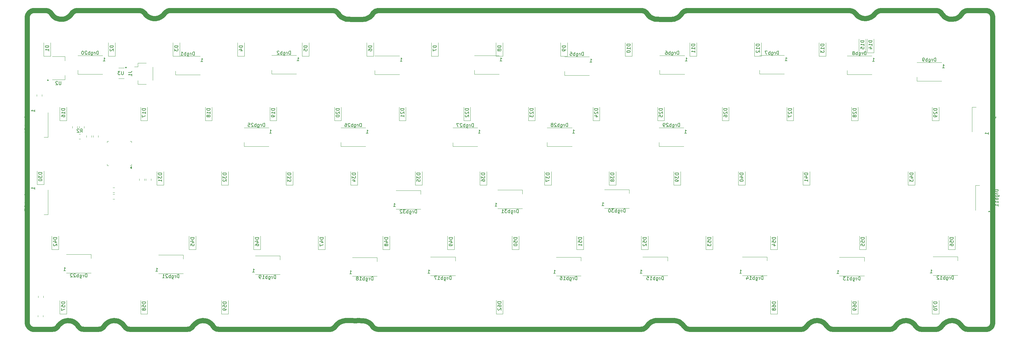
<source format=gbr>
%TF.GenerationSoftware,KiCad,Pcbnew,8.99.0-946-gf00a1ab517*%
%TF.CreationDate,2024-06-06T17:05:11+07:00*%
%TF.ProjectId,Sebas_nuxros,53656261-735f-46e7-9578-726f732e6b69,rev?*%
%TF.SameCoordinates,Original*%
%TF.FileFunction,Legend,Bot*%
%TF.FilePolarity,Positive*%
%FSLAX46Y46*%
G04 Gerber Fmt 4.6, Leading zero omitted, Abs format (unit mm)*
G04 Created by KiCad (PCBNEW 8.99.0-946-gf00a1ab517) date 2024-06-06 17:05:11*
%MOMM*%
%LPD*%
G01*
G04 APERTURE LIST*
%ADD10C,1.500000*%
%ADD11C,0.500000*%
%ADD12C,0.150000*%
%ADD13C,0.120000*%
G04 APERTURE END LIST*
D10*
X197936758Y-118065930D02*
X197936758Y-118065914D01*
X183730492Y-118080001D02*
X183730492Y-118052607D01*
X279889645Y-118080001D02*
X285310006Y-118080001D01*
X266296984Y-118080001D02*
X270577395Y-118080001D01*
X279602214Y-118059241D02*
X279889645Y-118080001D01*
X279320750Y-117997386D02*
X279602214Y-118059241D01*
X278684059Y-117669278D02*
X279320750Y-117997386D01*
X278196508Y-117144562D02*
X278684059Y-117669278D01*
X277736884Y-116561491D02*
X278196508Y-117144562D01*
X277164612Y-116088488D02*
X277736884Y-116561491D01*
X276328937Y-115688580D02*
X277164612Y-116088488D01*
X275419394Y-115512482D02*
X276328937Y-115688580D01*
X274496303Y-115591117D02*
X275419394Y-115512482D01*
X273622926Y-115900134D02*
X274496303Y-115591117D01*
X272866935Y-116435632D02*
X273622926Y-115900134D01*
X272377685Y-116992683D02*
X272866935Y-116435632D01*
X271897789Y-117582206D02*
X272377685Y-116992683D01*
X271146294Y-117997396D02*
X271897789Y-117582206D01*
X270577395Y-118080001D02*
X271146294Y-117997396D01*
X266009553Y-118059241D02*
X266296984Y-118080001D01*
X265728089Y-117997386D02*
X266009553Y-118059241D01*
X265091398Y-117669278D02*
X265728089Y-117997386D01*
X264603847Y-117144562D02*
X265091398Y-117669278D01*
X264144223Y-116561491D02*
X264603847Y-117144562D01*
X263571951Y-116088488D02*
X264144223Y-116561491D01*
X262736276Y-115688580D02*
X263571951Y-116088488D01*
X261826733Y-115512482D02*
X262736276Y-115688580D01*
X260903642Y-115591117D02*
X261826733Y-115512482D01*
X260030265Y-115900134D02*
X260903642Y-115591117D01*
X259274274Y-116435632D02*
X260030265Y-115900134D01*
X258785024Y-116992683D02*
X259274274Y-116435632D01*
X258305128Y-117582206D02*
X258785024Y-116992683D01*
X257553633Y-117997396D02*
X258305128Y-117582206D01*
X256984734Y-118080001D02*
X257553633Y-117997396D01*
X239817053Y-118059241D02*
X240104484Y-118080001D01*
X239535589Y-117997386D02*
X239817053Y-118059241D01*
X238898898Y-117669278D02*
X239535589Y-117997386D01*
X238411347Y-117144562D02*
X238898898Y-117669278D01*
X237951723Y-116561491D02*
X238411347Y-117144562D01*
X237379451Y-116088488D02*
X237951723Y-116561491D01*
X236543776Y-115688580D02*
X237379451Y-116088488D01*
X235634233Y-115512482D02*
X236543776Y-115688580D01*
X234711142Y-115591118D02*
X235634233Y-115512482D01*
X233837765Y-115900134D02*
X234711142Y-115591118D01*
X233081774Y-116435632D02*
X233837765Y-115900134D01*
X232592524Y-116992684D02*
X233081774Y-116435632D01*
X232112628Y-117582206D02*
X232592524Y-116992684D01*
X231361133Y-117997396D02*
X232112628Y-117582206D01*
X230792234Y-118080001D02*
X231361133Y-117997396D01*
X197919300Y-118063506D02*
X197936758Y-118065930D01*
X197491148Y-118011784D02*
X197919300Y-118063506D01*
X196954652Y-117809523D02*
X197491148Y-118011784D01*
X196497845Y-117463021D02*
X196954652Y-117809523D01*
X196226175Y-117128085D02*
X196497845Y-117463021D01*
X195868241Y-116661905D02*
X196226175Y-117128085D01*
X195284832Y-116140753D02*
X195868241Y-116661905D01*
X194781368Y-115837504D02*
X195284832Y-116140753D01*
X194230321Y-115633093D02*
X194781368Y-115837504D01*
X191887180Y-115491084D02*
X193439088Y-115499402D01*
X194230321Y-115633093D01*
X188289808Y-115491048D02*
X189859862Y-115484388D01*
X191434220Y-115496265D01*
X191887180Y-115491084D01*
X187898044Y-115513038D02*
X188289808Y-115491048D01*
X187511203Y-115578739D02*
X187898044Y-115513038D01*
X186599893Y-115932318D02*
X187511203Y-115578739D01*
X185815489Y-116515599D02*
X186599893Y-115932318D01*
X185326819Y-117128067D02*
X185815489Y-116515599D01*
X184954058Y-117565688D02*
X185326819Y-117128067D01*
X184202572Y-117980877D02*
X184954058Y-117565688D01*
X183730492Y-118052607D02*
X184202572Y-117980877D01*
X106092762Y-118090900D02*
X106189571Y-118080001D01*
X105664610Y-118039178D02*
X106092762Y-118090900D01*
X105128114Y-117836917D02*
X105664610Y-118039178D01*
X104671307Y-117490415D02*
X105128114Y-117836917D01*
X104399637Y-117155479D02*
X104671307Y-117490415D01*
X104041703Y-116689299D02*
X104399637Y-117155479D01*
X103458294Y-116168147D02*
X104041703Y-116689299D01*
X102954830Y-115864898D02*
X103458294Y-116168147D01*
X102403783Y-115660487D02*
X102954830Y-115864898D01*
X100060642Y-115518479D02*
X101612550Y-115526800D01*
X102403783Y-115660487D01*
X96463270Y-115518442D02*
X98033324Y-115511781D01*
X99607682Y-115523659D01*
X100060642Y-115518479D01*
X96071506Y-115540432D02*
X96463270Y-115518442D01*
X95684665Y-115606133D02*
X96071506Y-115540432D01*
X94773355Y-115959712D02*
X95684665Y-115606133D01*
X93988951Y-116542993D02*
X94773355Y-115959712D01*
X93500281Y-117155461D02*
X93988951Y-116542993D01*
X93127520Y-117593082D02*
X93500281Y-117155461D01*
X92376034Y-118008271D02*
X93127520Y-117593082D01*
X91903954Y-118080001D02*
X92376034Y-118008271D01*
X279711313Y-23893079D02*
X279892370Y-23880001D01*
X279323235Y-23962670D02*
X279711313Y-23893079D01*
X278801159Y-24203886D02*
X279323235Y-23962670D01*
X278470414Y-24480946D02*
X278801159Y-24203886D01*
X278198782Y-24816160D02*
X278470414Y-24480946D01*
X277905145Y-25195340D02*
X278198782Y-24816160D01*
X277667791Y-25465783D02*
X277905145Y-25195340D01*
X277373212Y-25737016D02*
X277667791Y-25465783D01*
X276846221Y-26061523D02*
X277373212Y-25737016D01*
X276265745Y-26294752D02*
X276846221Y-26061523D01*
X275912648Y-26363534D02*
X276265745Y-26294752D01*
X275605856Y-26429764D02*
X275912648Y-26363534D01*
X275151680Y-26429764D02*
X275605856Y-26429764D01*
X274864148Y-26429764D02*
X275151680Y-26429764D01*
X274528888Y-26370794D02*
X274864148Y-26429764D01*
X274256406Y-26311971D02*
X274528888Y-26370794D01*
X273962565Y-26214945D02*
X274256406Y-26311971D01*
X273623782Y-26061522D02*
X273962565Y-26214945D01*
X273303191Y-25873018D02*
X273623782Y-26061522D01*
X273064070Y-25695779D02*
X273303191Y-25873018D01*
X272867614Y-25525605D02*
X273064070Y-25695779D01*
X272688657Y-25338177D02*
X272867614Y-25525605D01*
X272420340Y-25032455D02*
X272688657Y-25338177D01*
X272328597Y-24902309D02*
X272420340Y-25032455D01*
X272185943Y-24699941D02*
X272328597Y-24902309D01*
X271999566Y-24480971D02*
X272185943Y-24699941D01*
X271668821Y-24203921D02*
X271999566Y-24480971D01*
X271416504Y-24064449D02*
X271668821Y-24203921D01*
X271146756Y-23962702D02*
X271416504Y-24064449D01*
X270865182Y-23900793D02*
X271146756Y-23962702D01*
X270577633Y-23880001D02*
X270865182Y-23900793D01*
X253718178Y-23955920D02*
X254263996Y-23880001D01*
X253213799Y-24177916D02*
X253718178Y-23955920D01*
X252889236Y-24433982D02*
X253213799Y-24177916D01*
X252502260Y-24894076D02*
X252889236Y-24433982D01*
X252127095Y-25314333D02*
X252502260Y-24894076D01*
X251360492Y-25853271D02*
X252127095Y-25314333D01*
X250481739Y-26178732D02*
X251360492Y-25853271D01*
X249735059Y-26259307D02*
X250481739Y-26178732D01*
X248807103Y-26128809D02*
X249735059Y-26259307D01*
X248109626Y-25853270D02*
X248807103Y-26128809D01*
X247486988Y-25435278D02*
X248109626Y-25853270D01*
X246967857Y-24894076D02*
X247486988Y-25435278D01*
X246580875Y-24433992D02*
X246967857Y-24894076D01*
X246368550Y-24258387D02*
X246580875Y-24433992D01*
X245881870Y-24002711D02*
X246368550Y-24258387D01*
X245206122Y-23880001D02*
X245881870Y-24002711D01*
X184013603Y-23900756D02*
X183725975Y-23880001D01*
X184565064Y-24064496D02*
X184013603Y-23900756D01*
X184817430Y-24204044D02*
X184565064Y-24064496D01*
X184932267Y-24291240D02*
X184817430Y-24204044D01*
X185148205Y-24481240D02*
X184932267Y-24291240D01*
X185337395Y-24700322D02*
X185148205Y-24481240D01*
X185419839Y-24816599D02*
X185337395Y-24700322D01*
X185533391Y-24976750D02*
X185419839Y-24816599D01*
X185646944Y-25136901D02*
X185533391Y-24976750D01*
X185777714Y-25283331D02*
X185646944Y-25136901D01*
X185908484Y-25429761D02*
X185777714Y-25283331D01*
X186054832Y-25560622D02*
X185908484Y-25429761D01*
X186201180Y-25691483D02*
X186054832Y-25560622D01*
X186382404Y-25820135D02*
X186201180Y-25691483D01*
X186521350Y-25918773D02*
X186382404Y-25820135D01*
X186693157Y-26013772D02*
X186521350Y-25918773D01*
X186864964Y-26108771D02*
X186693157Y-26013772D01*
X187046330Y-26183928D02*
X186864964Y-26108771D01*
X187274281Y-26265328D02*
X187046330Y-26183928D01*
X187442091Y-26313694D02*
X187274281Y-26265328D01*
X187665742Y-26378153D02*
X187442091Y-26313694D01*
X187798529Y-26400723D02*
X187665742Y-26378153D01*
X187854861Y-26410298D02*
X187798529Y-26400723D01*
X187992076Y-26433621D02*
X187854861Y-26410298D01*
X188188089Y-26444633D02*
X187992076Y-26433621D01*
X192584102Y-26455645D02*
X191074263Y-26481976D01*
X189563525Y-26470990D01*
X188188089Y-26444633D01*
X192976127Y-26433629D02*
X192584102Y-26455645D01*
X193363218Y-26367825D02*
X192976127Y-26433629D01*
X193551860Y-26313452D02*
X193363218Y-26367825D01*
X193740503Y-26259080D02*
X193551860Y-26313452D01*
X193921869Y-26183922D02*
X193740503Y-26259080D01*
X194103235Y-26108763D02*
X193921869Y-26183922D01*
X194275042Y-26013763D02*
X194103235Y-26108763D01*
X194446848Y-25918764D02*
X194275042Y-26013763D01*
X194606934Y-25805120D02*
X194446848Y-25918764D01*
X194767019Y-25691476D02*
X194606934Y-25805120D01*
X195059719Y-25429758D02*
X194767019Y-25691476D01*
X195321265Y-25136904D02*
X195059719Y-25429758D01*
X195548364Y-24816599D02*
X195321265Y-25136904D01*
X195718916Y-24584067D02*
X195548364Y-24816599D01*
X195921124Y-24378469D02*
X195718916Y-24584067D01*
X196150797Y-24204086D02*
X195921124Y-24378469D01*
X196276978Y-24134315D02*
X196150797Y-24204086D01*
X196403159Y-24064544D02*
X196276978Y-24134315D01*
X196538062Y-24013643D02*
X196403159Y-24064544D01*
X196813786Y-23931771D02*
X196538062Y-24013643D01*
X196954606Y-23900799D02*
X196813786Y-23931771D01*
X197242228Y-23880001D02*
X196954606Y-23900799D01*
X92971656Y-23900756D02*
X92684028Y-23880001D01*
X93523117Y-24064496D02*
X92971656Y-23900756D01*
X93775483Y-24204044D02*
X93523117Y-24064496D01*
X93890320Y-24291239D02*
X93775483Y-24204044D01*
X94106258Y-24481240D02*
X93890320Y-24291239D01*
X94295448Y-24700322D02*
X94106258Y-24481240D01*
X94377892Y-24816599D02*
X94295448Y-24700322D01*
X94491445Y-24976750D02*
X94377892Y-24816599D01*
X94604997Y-25136901D02*
X94491445Y-24976750D01*
X94735767Y-25283331D02*
X94604997Y-25136901D01*
X94866537Y-25429761D02*
X94735767Y-25283331D01*
X95012885Y-25560622D02*
X94866537Y-25429761D01*
X95159233Y-25691483D02*
X95012885Y-25560622D01*
X95340457Y-25820135D02*
X95159233Y-25691483D01*
X95479403Y-25918773D02*
X95340457Y-25820135D01*
X95651210Y-26013772D02*
X95479403Y-25918773D01*
X95823017Y-26108771D02*
X95651210Y-26013772D01*
X96004383Y-26183928D02*
X95823017Y-26108771D01*
X96232335Y-26265328D02*
X96004383Y-26183928D01*
X96400144Y-26313694D02*
X96232335Y-26265328D01*
X96623795Y-26378153D02*
X96400144Y-26313694D01*
X96756583Y-26400723D02*
X96623795Y-26378153D01*
X96812915Y-26410298D02*
X96756583Y-26400723D01*
X96950129Y-26433621D02*
X96812915Y-26410298D01*
X97146142Y-26444633D02*
X96950129Y-26433621D01*
X101542155Y-26455645D02*
X100032317Y-26481976D01*
X98521578Y-26470990D01*
X97146142Y-26444633D01*
X101934180Y-26433629D02*
X101542155Y-26455645D01*
X102321271Y-26367825D02*
X101934180Y-26433629D01*
X102509914Y-26313452D02*
X102321271Y-26367825D01*
X102698556Y-26259080D02*
X102509914Y-26313452D01*
X102879922Y-26183922D02*
X102698556Y-26259080D01*
X103061288Y-26108763D02*
X102879922Y-26183922D01*
X103233095Y-26013763D02*
X103061288Y-26108763D01*
X103404901Y-25918764D02*
X103233095Y-26013763D01*
X103564987Y-25805120D02*
X103404901Y-25918764D01*
X103725072Y-25691476D02*
X103564987Y-25805120D01*
X104017772Y-25429758D02*
X103725072Y-25691476D01*
X104279318Y-25136904D02*
X104017772Y-25429758D01*
X104506417Y-24816599D02*
X104279318Y-25136904D01*
X104676969Y-24584067D02*
X104506417Y-24816599D01*
X104879177Y-24378469D02*
X104676969Y-24584067D01*
X105108850Y-24204086D02*
X104879177Y-24378469D01*
X105235031Y-24134315D02*
X105108850Y-24204086D01*
X105361212Y-24064544D02*
X105235031Y-24134315D01*
X105496115Y-24013643D02*
X105361212Y-24064544D01*
X105771839Y-23931771D02*
X105496115Y-24013643D01*
X105912659Y-23900799D02*
X105771839Y-23931771D01*
X106200281Y-23880001D02*
X105912659Y-23900799D01*
X8340272Y-23900775D02*
X8030118Y-23880001D01*
X8621735Y-23962628D02*
X8340272Y-23900775D01*
X8891387Y-24064289D02*
X8621735Y-23962628D01*
X9143629Y-24203648D02*
X8891387Y-24064289D01*
X9373225Y-24377811D02*
X9143629Y-24203648D01*
X9575407Y-24583163D02*
X9373225Y-24377811D01*
X9745978Y-24815440D02*
X9575407Y-24583163D01*
X9960285Y-25119198D02*
X9745978Y-24815440D01*
X10342381Y-25524370D02*
X9960285Y-25119198D01*
X10702133Y-25794780D02*
X10342381Y-25524370D01*
X11043406Y-26047590D02*
X10702133Y-25794780D01*
X11613549Y-26271422D02*
X11043406Y-26047590D01*
X12153442Y-26408091D02*
X11613549Y-26271422D01*
X12455540Y-26420488D02*
X12153442Y-26408091D01*
X12708966Y-26447520D02*
X12455540Y-26420488D01*
X13264491Y-26408091D02*
X12708966Y-26447520D01*
X13670934Y-26315466D02*
X13264491Y-26408091D01*
X14150226Y-26136516D02*
X13670934Y-26315466D01*
X14432633Y-25965691D02*
X14150226Y-26136516D01*
X14789415Y-25760872D02*
X14432633Y-25965691D01*
X15212330Y-25398511D02*
X14789415Y-25760872D01*
X15564801Y-24967319D02*
X15212330Y-25398511D01*
X15811763Y-24660046D02*
X15564801Y-24967319D01*
X15943624Y-24480493D02*
X15811763Y-24660046D01*
X16400431Y-24133976D02*
X15943624Y-24480493D01*
X16735208Y-23976035D02*
X16400431Y-24133976D01*
X17077662Y-23900771D02*
X16735208Y-23976035D01*
X17342367Y-23880001D02*
X17077662Y-23900771D01*
X19032555Y-118059227D02*
X19342709Y-118080001D01*
X18751092Y-117997374D02*
X19032555Y-118059227D01*
X18481440Y-117895713D02*
X18751092Y-117997374D01*
X18229198Y-117756354D02*
X18481440Y-117895713D01*
X17999602Y-117582191D02*
X18229198Y-117756354D01*
X17797420Y-117376839D02*
X17999602Y-117582191D01*
X17626849Y-117144562D02*
X17797420Y-117376839D01*
X17412542Y-116840804D02*
X17626849Y-117144562D01*
X17030446Y-116435632D02*
X17412542Y-116840804D01*
X16670694Y-116165222D02*
X17030446Y-116435632D01*
X16329421Y-115912412D02*
X16670694Y-116165222D01*
X15759278Y-115688580D02*
X16329421Y-115912412D01*
X15219385Y-115551911D02*
X15759278Y-115688580D01*
X14917287Y-115539514D02*
X15219385Y-115551911D01*
X14663861Y-115512482D02*
X14917287Y-115539514D01*
X14108336Y-115551911D02*
X14663861Y-115512482D01*
X13701893Y-115644536D02*
X14108336Y-115551911D01*
X13222601Y-115823486D02*
X13701893Y-115644536D01*
X12940194Y-115994311D02*
X13222601Y-115823486D01*
X12583412Y-116199130D02*
X12940194Y-115994311D01*
X12160497Y-116561491D02*
X12583412Y-116199130D01*
X11808026Y-116992683D02*
X12160497Y-116561491D01*
X11561064Y-117299956D02*
X11808026Y-116992683D01*
X11429203Y-117479508D02*
X11561064Y-117299956D01*
X10972396Y-117826026D02*
X11429203Y-117479508D01*
X10637619Y-117983967D02*
X10972396Y-117826026D01*
X10295165Y-118059231D02*
X10637619Y-117983967D01*
X10030460Y-118080001D02*
X10295165Y-118059231D01*
X32625149Y-118059227D02*
X32935303Y-118080001D01*
X32343686Y-117997374D02*
X32625149Y-118059227D01*
X32074034Y-117895713D02*
X32343686Y-117997374D01*
X31821792Y-117756354D02*
X32074034Y-117895713D01*
X31592196Y-117582191D02*
X31821792Y-117756354D01*
X31390014Y-117376839D02*
X31592196Y-117582191D01*
X31219443Y-117144562D02*
X31390014Y-117376839D01*
X31005136Y-116840804D02*
X31219443Y-117144562D01*
X30623040Y-116435631D02*
X31005136Y-116840804D01*
X30263288Y-116165222D02*
X30623040Y-116435631D01*
X29922015Y-115912412D02*
X30263288Y-116165222D01*
X29351872Y-115688580D02*
X29922015Y-115912412D01*
X28811979Y-115551911D02*
X29351872Y-115688580D01*
X28509881Y-115539514D02*
X28811979Y-115551911D01*
X28256455Y-115512482D02*
X28509881Y-115539514D01*
X27700930Y-115551911D02*
X28256455Y-115512482D01*
X27294487Y-115644536D02*
X27700930Y-115551911D01*
X26815195Y-115823486D02*
X27294487Y-115644536D01*
X26532788Y-115994311D02*
X26815195Y-115823486D01*
X26176006Y-116199130D02*
X26532788Y-115994311D01*
X25753091Y-116561491D02*
X26176006Y-116199130D01*
X25400620Y-116992683D02*
X25753091Y-116561491D01*
X25153658Y-117299956D02*
X25400620Y-116992683D01*
X25021797Y-117479508D02*
X25153658Y-117299956D01*
X24564990Y-117826026D02*
X25021797Y-117479508D01*
X24230213Y-117983967D02*
X24564990Y-117826026D01*
X23887759Y-118059231D02*
X24230213Y-117983967D01*
X23623054Y-118080001D02*
X23887759Y-118059231D01*
X58817649Y-118059227D02*
X59127803Y-118080001D01*
X58536186Y-117997374D02*
X58817649Y-118059227D01*
X58266534Y-117895713D02*
X58536186Y-117997374D01*
X58014292Y-117756354D02*
X58266534Y-117895713D01*
X57784696Y-117582191D02*
X58014292Y-117756354D01*
X57582514Y-117376839D02*
X57784696Y-117582191D01*
X57411943Y-117144562D02*
X57582514Y-117376839D01*
X57197636Y-116840804D02*
X57411943Y-117144562D01*
X56815540Y-116435632D02*
X57197636Y-116840804D01*
X56455788Y-116165222D02*
X56815540Y-116435632D01*
X56114515Y-115912412D02*
X56455788Y-116165222D01*
X55544372Y-115688580D02*
X56114515Y-115912412D01*
X55004479Y-115551911D02*
X55544372Y-115688580D01*
X54702381Y-115539514D02*
X55004479Y-115551911D01*
X54448955Y-115512482D02*
X54702381Y-115539514D01*
X53893430Y-115551911D02*
X54448955Y-115512482D01*
X53486987Y-115644536D02*
X53893430Y-115551911D01*
X53007695Y-115823486D02*
X53486987Y-115644536D01*
X52725288Y-115994311D02*
X53007695Y-115823486D01*
X52368506Y-116199130D02*
X52725288Y-115994311D01*
X51945591Y-116561491D02*
X52368506Y-116199130D01*
X51593120Y-116992683D02*
X51945591Y-116561491D01*
X51346158Y-117299956D02*
X51593120Y-116992683D01*
X51214297Y-117479509D02*
X51346158Y-117299956D01*
X50757490Y-117826027D02*
X51214297Y-117479509D01*
X50422713Y-117983967D02*
X50757490Y-117826027D01*
X50080259Y-118059231D02*
X50422713Y-117983967D01*
X49815554Y-118080001D02*
X50080259Y-118059231D01*
X17342367Y-23880001D02*
X28247000Y-23880001D01*
X28247000Y-23880001D02*
X35655699Y-23880001D01*
X35655699Y-23880001D02*
X35931236Y-23899063D01*
X35931236Y-23899063D02*
X36201517Y-23955913D01*
X36201517Y-23955913D02*
X36461389Y-24049458D01*
X36461389Y-24049458D02*
X36705896Y-24177913D01*
X36705896Y-24177913D02*
X36930374Y-24338828D01*
X36930374Y-24338828D02*
X37130543Y-24529134D01*
X37130543Y-24529134D02*
X37302585Y-24745203D01*
X37302585Y-24745203D02*
X37532283Y-25042949D01*
X37532283Y-25042949D02*
X37792600Y-25314333D01*
X37792600Y-25314333D02*
X38080530Y-25556222D01*
X38080530Y-25556222D02*
X38392750Y-25765823D01*
X38392750Y-25765823D02*
X38725655Y-25940717D01*
X38725655Y-25940717D02*
X39075403Y-26078885D01*
X39075403Y-26078885D02*
X39437956Y-26178732D01*
X39437956Y-26178732D02*
X39809128Y-26239105D01*
X39809128Y-26239105D02*
X40184636Y-26259307D01*
X40184636Y-26259307D02*
X40560143Y-26239105D01*
X40560143Y-26239105D02*
X40931316Y-26178732D01*
X40931316Y-26178732D02*
X41293869Y-26078885D01*
X41293869Y-26078885D02*
X41643617Y-25940718D01*
X41643617Y-25940718D02*
X41976522Y-25765824D01*
X41976522Y-25765824D02*
X42288742Y-25556222D01*
X42288742Y-25556222D02*
X42576672Y-25314333D01*
X42576672Y-25314333D02*
X42836988Y-25042949D01*
X42836988Y-25042949D02*
X43066686Y-24745203D01*
X43066686Y-24745203D02*
X43238710Y-24529119D01*
X43238710Y-24529119D02*
X43438880Y-24338811D01*
X43438880Y-24338811D02*
X43663361Y-24177896D01*
X43663361Y-24177896D02*
X43907872Y-24049444D01*
X43907872Y-24049444D02*
X44167748Y-23955904D01*
X44167748Y-23955904D02*
X44438034Y-23899062D01*
X44438034Y-23899062D02*
X44713573Y-23880001D01*
X44713573Y-23880001D02*
X81228744Y-23880001D01*
X81228744Y-23880001D02*
X92684028Y-23880001D01*
X106200281Y-23880001D02*
X147760000Y-23880001D01*
X147760000Y-23880001D02*
X183725975Y-23880001D01*
X197242228Y-23880001D02*
X214578744Y-23880001D01*
X214578744Y-23880001D02*
X245206122Y-23880001D01*
X254263996Y-23880001D02*
X269347494Y-23880001D01*
X269347494Y-23880001D02*
X270577633Y-23880001D01*
X279892370Y-23880001D02*
X285310006Y-23880001D01*
X285310006Y-23880001D02*
X285594637Y-23900337D01*
X285594637Y-23900337D02*
X285873474Y-23960997D01*
X285873474Y-23960997D02*
X286140839Y-24060721D01*
X286140839Y-24060721D02*
X286391291Y-24197480D01*
X286391291Y-24197480D02*
X286619731Y-24368490D01*
X286619731Y-24368490D02*
X286821509Y-24570270D01*
X286821509Y-24570270D02*
X286992516Y-24798712D01*
X286992516Y-24798712D02*
X287129273Y-25049166D01*
X287129273Y-25049166D02*
X287228994Y-25316533D01*
X287228994Y-25316533D02*
X287289650Y-25595370D01*
X287289650Y-25595370D02*
X287310006Y-25880001D01*
X287310006Y-25880001D02*
X287310006Y-116080001D01*
X287310006Y-116080001D02*
X287289641Y-116364630D01*
X287289641Y-116364630D02*
X287228984Y-116643464D01*
X287228984Y-116643464D02*
X287129262Y-116910828D01*
X287129262Y-116910828D02*
X286992505Y-117161279D01*
X286992505Y-117161279D02*
X286821498Y-117389718D01*
X286821498Y-117389718D02*
X286619721Y-117591495D01*
X286619721Y-117591495D02*
X286391283Y-117762503D01*
X286391283Y-117762503D02*
X286140832Y-117899261D01*
X286140832Y-117899261D02*
X285873469Y-117998984D01*
X285873469Y-117998984D02*
X285594635Y-118059642D01*
X285594635Y-118059642D02*
X285310006Y-118080001D01*
X256984734Y-118080001D02*
X254916251Y-118080001D01*
X254916251Y-118080001D02*
X240104484Y-118080001D01*
X230792234Y-118080001D02*
X216784998Y-118080001D01*
X216784998Y-118080001D02*
X197936758Y-118065914D01*
X183730492Y-118080001D02*
X147760006Y-118080001D01*
X147760006Y-118080001D02*
X106189571Y-118080001D01*
X91903954Y-118080001D02*
X78735003Y-118080001D01*
X78735003Y-118080001D02*
X59127803Y-118080001D01*
X49815554Y-118080001D02*
X35765751Y-118080001D01*
X35765751Y-118080001D02*
X32935303Y-118080001D01*
X23623054Y-118080001D02*
X19342709Y-118080001D01*
X10030460Y-118080001D02*
X4609994Y-118080001D01*
X4609994Y-118080001D02*
X4325365Y-118059633D01*
X4325365Y-118059633D02*
X4046530Y-117998977D01*
X4046530Y-117998977D02*
X3779166Y-117899256D01*
X3779166Y-117899256D02*
X3528715Y-117762500D01*
X3528715Y-117762500D02*
X3300275Y-117591493D01*
X3300275Y-117591493D02*
X3098498Y-117389717D01*
X3098498Y-117389717D02*
X2927490Y-117161278D01*
X2927490Y-117161278D02*
X2790732Y-116910828D01*
X2790732Y-116910828D02*
X2691010Y-116643464D01*
X2691010Y-116643464D02*
X2630352Y-116364630D01*
X2630352Y-116364630D02*
X2609994Y-116080001D01*
X2609994Y-116080001D02*
X2609994Y-25880001D01*
X2609994Y-25880001D02*
X2630355Y-25595371D01*
X2630355Y-25595371D02*
X2691011Y-25316536D01*
X2691011Y-25316536D02*
X2790732Y-25049171D01*
X2790732Y-25049171D02*
X2927489Y-24798719D01*
X2927489Y-24798719D02*
X3098496Y-24570279D01*
X3098496Y-24570279D02*
X3300273Y-24368501D01*
X3300273Y-24368501D02*
X3528713Y-24197493D01*
X3528713Y-24197493D02*
X3779164Y-24060736D01*
X3779164Y-24060736D02*
X4046529Y-23961014D01*
X4046529Y-23961014D02*
X4325364Y-23900358D01*
X4325364Y-23900358D02*
X4609994Y-23880001D01*
X4609994Y-23880001D02*
X8030118Y-23880001D01*
D11*
X247364211Y-25334332D02*
X247103894Y-25062948D01*
X105123781Y-24224085D02*
X104894108Y-24398468D01*
X287150450Y-116930827D02*
X287250172Y-116663463D01*
X184590211Y-117915728D02*
X184842450Y-117776372D01*
X276526633Y-115766836D02*
X276865302Y-115920134D01*
X94020087Y-24398434D02*
X93790414Y-24224043D01*
X104688211Y-117396844D02*
X104890396Y-117602186D01*
X186546126Y-116063727D02*
X186889571Y-115873975D01*
X230813422Y-118100000D02*
X231100855Y-118079245D01*
X253479494Y-24069462D02*
X253234987Y-24197915D01*
X257844476Y-117915734D02*
X258096720Y-117776373D01*
X13788831Y-115650395D02*
X14152209Y-115571984D01*
X286640919Y-24388489D02*
X286412479Y-24217479D01*
X252810339Y-24549134D02*
X252638297Y-24765202D01*
X261106522Y-115571911D02*
X261476172Y-115532482D01*
X12892139Y-26469494D02*
X12520235Y-26469494D01*
X252638297Y-24765202D02*
X252408599Y-25062948D01*
X97357086Y-26475644D02*
X96965060Y-26453620D01*
X11744767Y-117164588D02*
X11959076Y-116860839D01*
X271437129Y-117915719D02*
X271689371Y-117776358D01*
X39830316Y-26259104D02*
X39459144Y-26198731D01*
X94106948Y-116552093D02*
X94399577Y-116290691D01*
X265749277Y-118017385D02*
X266030741Y-118079240D01*
X264795606Y-117396840D02*
X264997788Y-117602194D01*
X196171982Y-24224084D02*
X195942308Y-24398467D01*
X195569550Y-24836601D02*
X195342461Y-25156916D01*
X232720866Y-116860804D02*
X232966183Y-116581490D01*
X273024902Y-116329772D02*
X273323615Y-116108488D01*
X263891852Y-116329772D02*
X264165410Y-116581491D01*
X35676887Y-23900000D02*
X17363555Y-23900000D01*
X11959076Y-116860839D02*
X12204393Y-116581533D01*
X104691900Y-24604066D02*
X104521348Y-24836598D01*
X277188001Y-25893017D02*
X276867409Y-26081522D01*
X91925142Y-118100000D02*
X92212571Y-118079230D01*
X259432241Y-116329772D02*
X259730954Y-116108487D01*
X271690009Y-24223920D02*
X271437692Y-24084448D01*
X233538454Y-116108487D02*
X233858953Y-115920133D01*
X27028441Y-115766836D02*
X27381458Y-115650323D01*
X184586243Y-24084498D02*
X184316430Y-23982697D01*
X239556777Y-118017385D02*
X239838241Y-118079240D01*
X236388455Y-115650323D02*
X236741473Y-115766835D01*
X278003389Y-116860803D02*
X278217696Y-117164561D01*
X185671932Y-116844646D02*
X185933457Y-116552131D01*
X253234987Y-24197915D02*
X253010509Y-24358829D01*
X16042729Y-24398219D02*
X15840534Y-24603728D01*
X248647014Y-26098884D02*
X248297266Y-25960716D01*
X26070561Y-116329771D02*
X26369274Y-116108487D01*
X277486780Y-25671560D02*
X277188001Y-25893017D01*
X276173616Y-115650324D02*
X276526633Y-115766836D01*
X285615825Y-23920336D02*
X285331194Y-23900000D01*
X266030741Y-118079240D02*
X266318172Y-118100000D01*
X49836742Y-118100000D02*
X50124171Y-118079230D01*
X194468052Y-25938792D02*
X194124435Y-26128789D01*
X41315057Y-26098884D02*
X40952504Y-26198731D01*
X287013693Y-117181278D02*
X287150450Y-116930827D01*
X43684549Y-24197895D02*
X43460068Y-24358810D01*
X279072269Y-117915767D02*
X279341926Y-118017434D01*
X275070238Y-26469494D02*
X274700433Y-26430032D01*
X95425606Y-115723822D02*
X95802662Y-115615233D01*
X249009567Y-26198731D02*
X248647014Y-26098884D01*
X184320563Y-118017387D02*
X184590211Y-117915728D01*
X104890396Y-117602186D02*
X105119991Y-117776341D01*
X252408599Y-25062948D02*
X252148283Y-25334332D01*
X4067718Y-118018976D02*
X4346553Y-118079632D01*
X95174164Y-25711482D02*
X94881468Y-25449760D01*
X196424345Y-24084542D02*
X196171982Y-24224084D01*
X185274225Y-117396868D02*
X185444795Y-117164596D01*
X32956491Y-118100000D02*
X49836742Y-118100000D01*
X4631182Y-118100000D02*
X10051648Y-118100000D01*
X278590431Y-117602222D02*
X278820025Y-117776398D01*
X276175476Y-26351554D02*
X275811946Y-26430032D01*
X37151731Y-24549133D02*
X36951562Y-24358827D01*
X2948678Y-117181277D02*
X3119686Y-117409716D01*
X278005694Y-25140130D02*
X277760374Y-25419649D01*
X186226081Y-116290730D02*
X186546126Y-116063727D01*
X236741473Y-115766835D02*
X237080141Y-115920133D01*
X279623395Y-118079288D02*
X279910832Y-118100000D01*
X197749454Y-118079231D02*
X198036885Y-118100000D01*
X271167944Y-23982701D02*
X270886370Y-23920792D01*
X3119684Y-24590278D02*
X2948677Y-24818718D01*
X40952504Y-26198731D02*
X40581331Y-26259104D01*
X185072043Y-117602214D02*
X185274225Y-117396868D01*
X9956682Y-25140130D02*
X9742406Y-24836159D01*
X271167477Y-118017383D02*
X271437129Y-117915719D01*
X275440582Y-115532482D02*
X275810232Y-115571911D01*
X103076219Y-26128762D02*
X102713487Y-26279079D01*
X276867409Y-26081522D02*
X276528626Y-26234945D01*
X4346553Y-118079632D02*
X4631182Y-118100000D01*
X15263241Y-115571984D02*
X15626619Y-115650395D01*
X55048391Y-115571910D02*
X55411775Y-115650323D01*
X263272640Y-115920134D02*
X263593138Y-116108488D01*
X31865704Y-117776353D02*
X32117946Y-117915712D01*
X246874196Y-24765202D02*
X246702149Y-24549141D01*
X11094967Y-26081521D02*
X10774376Y-25893017D01*
X37813788Y-25334332D02*
X37553471Y-25062948D01*
X93268236Y-23982694D02*
X92986587Y-23920755D01*
X186222341Y-25711501D02*
X185929638Y-25449783D01*
X42597860Y-25334332D02*
X42309930Y-25576221D01*
X29219275Y-115650323D02*
X29572293Y-115766835D01*
X8617949Y-23982661D02*
X8336371Y-23920749D01*
X50675281Y-117915706D02*
X50927522Y-117776345D01*
X238603106Y-117396840D02*
X238805288Y-117602194D01*
X273644114Y-115920134D02*
X273982782Y-115766836D01*
X12204393Y-116581533D02*
X12477950Y-116329822D01*
X41997710Y-25785823D02*
X41664805Y-25960717D01*
X51989503Y-116581490D02*
X52263061Y-116329771D01*
X92698959Y-23900000D02*
X44734761Y-23900000D01*
X105641878Y-118017351D02*
X105923335Y-118079204D01*
X195242364Y-116063685D02*
X195562421Y-116290690D01*
X186542516Y-25938788D02*
X186222341Y-25711501D01*
X10475597Y-25671559D02*
X10202002Y-25419649D01*
X286412471Y-117782502D02*
X286640909Y-117611494D01*
X231651976Y-117915734D02*
X231904220Y-117776373D01*
X258096720Y-117776373D02*
X258326316Y-117602205D01*
X17211057Y-116581533D02*
X17456374Y-116860839D01*
X103416269Y-116063747D02*
X103736313Y-116290747D01*
X196975794Y-23920798D02*
X196694152Y-23982741D01*
X13097155Y-115920197D02*
X13435819Y-115766904D01*
X105923335Y-118079204D02*
X106210759Y-118100000D01*
X93015922Y-117776345D02*
X93245517Y-117602182D01*
X194536372Y-115723819D02*
X194898909Y-115873933D01*
X93790414Y-24224043D02*
X93538048Y-24084495D01*
X235283673Y-115532481D02*
X235655421Y-115532481D01*
X2651543Y-25615370D02*
X2631182Y-25900000D01*
X102713487Y-26279079D02*
X102336202Y-26387824D01*
X10890191Y-117915737D02*
X11142435Y-117776382D01*
X28855891Y-115571910D02*
X29219275Y-115650323D01*
X254009648Y-23919070D02*
X253739366Y-23975919D01*
X272291719Y-117164561D02*
X272506027Y-116860804D01*
X30803731Y-116581490D02*
X31049048Y-116860803D01*
X43087874Y-24765202D02*
X42858176Y-25062948D01*
X247103894Y-25062948D02*
X246874196Y-24765202D01*
X192997313Y-26453623D02*
X192605284Y-26475652D01*
X96577967Y-26387825D02*
X96200680Y-26279085D01*
X95802662Y-115615233D02*
X96189503Y-115549532D01*
X257574821Y-118017395D02*
X257844476Y-117915734D01*
X104294249Y-25156903D02*
X104032703Y-25449757D01*
X94392823Y-24836598D02*
X94222291Y-24604044D01*
X14893596Y-115532557D02*
X15263241Y-115571984D01*
X30530173Y-116329771D02*
X30803731Y-116581490D01*
X266318172Y-118100000D02*
X270598583Y-118100000D01*
X51529878Y-117164561D02*
X51744186Y-116860804D01*
X246702149Y-24549141D02*
X246501977Y-24358841D01*
X54306993Y-115532481D02*
X54678741Y-115532481D01*
X249756247Y-26279306D02*
X249380739Y-26259104D01*
X252148283Y-25334332D02*
X251860353Y-25576221D01*
X44459222Y-23919061D02*
X44188936Y-23975903D01*
X262580955Y-115650324D02*
X262933972Y-115766836D01*
X278217696Y-117164561D02*
X278388256Y-117396854D01*
X15455691Y-25140130D02*
X15210371Y-25419649D01*
X196694152Y-23982741D02*
X196424345Y-24084542D01*
X12150430Y-26430032D02*
X11786901Y-26351554D01*
X44188936Y-23975903D02*
X43929060Y-24069443D01*
X10339077Y-118079243D02*
X10620539Y-118017394D01*
X2631182Y-116100000D02*
X2651540Y-116384629D01*
X193380692Y-115527542D02*
X193772462Y-115549528D01*
X50405631Y-118017371D02*
X50675281Y-117915706D01*
X187248870Y-26279096D02*
X186886134Y-26128784D01*
X2712198Y-116663463D02*
X2811920Y-116930827D01*
X185668091Y-25156927D02*
X185441019Y-24836601D01*
X286842686Y-117409717D02*
X287013693Y-117181278D01*
X279341926Y-118017434D02*
X279623395Y-118079288D01*
X17841249Y-117396868D02*
X18043427Y-117602223D01*
X53220941Y-115766836D02*
X53573958Y-115650323D01*
X57241548Y-116860803D02*
X57455855Y-117164561D01*
X185929638Y-25449783D02*
X185668091Y-25156927D01*
X19076373Y-118079264D02*
X19363802Y-118100000D01*
X16937500Y-116329822D02*
X17211057Y-116581533D01*
X29910961Y-115920133D02*
X30231459Y-116108487D01*
X278822347Y-24223885D02*
X278592701Y-24398189D01*
X101949111Y-26453628D02*
X101557086Y-26475644D01*
X258326316Y-117602205D02*
X258528496Y-117396847D01*
X188015985Y-115549567D02*
X188407745Y-115527638D01*
X270886370Y-23920792D02*
X270598821Y-23900000D01*
X185933457Y-116552131D02*
X186226081Y-116290730D01*
X101557086Y-26475644D02*
X97357086Y-26475644D01*
X274335799Y-115650324D02*
X274699183Y-115571911D01*
X39459144Y-26198731D02*
X39096591Y-26098884D01*
X94719627Y-116063687D02*
X95063076Y-115873936D01*
X92763681Y-117915706D02*
X93015922Y-117776345D01*
X104521348Y-24836598D02*
X104294249Y-25156903D01*
X104290463Y-116844653D02*
X104517634Y-117164579D01*
X276865302Y-115920134D02*
X277185800Y-116108487D01*
X237972911Y-116581490D02*
X238218228Y-116860803D01*
X185444795Y-117164596D02*
X185671932Y-116844646D01*
X52882273Y-115920133D02*
X53220941Y-115766836D01*
X258913366Y-116860804D02*
X259158683Y-116581490D01*
X257005922Y-118100000D02*
X257293355Y-118079245D01*
X234197621Y-115766836D02*
X234550638Y-115650323D01*
X27744842Y-115571910D02*
X28114493Y-115532481D01*
X11433750Y-26234944D02*
X11094967Y-26081521D01*
X272506027Y-116860804D02*
X272751344Y-116581490D01*
X31049048Y-116860803D02*
X31263355Y-117164561D01*
X274699183Y-115571911D02*
X275068834Y-115532482D01*
X93245517Y-117602182D02*
X93447701Y-117396833D01*
X287250182Y-25336532D02*
X287150461Y-25069165D01*
X258699058Y-117164561D02*
X258913366Y-116860804D01*
X14317406Y-26081522D02*
X13978623Y-26234945D01*
X275442142Y-26469494D02*
X275070238Y-26469494D01*
X4067717Y-23981013D02*
X3800352Y-24080735D01*
X277758072Y-116581490D02*
X278003389Y-116860803D01*
X188407745Y-115527638D02*
X193380692Y-115527542D01*
X32669061Y-118079226D02*
X32956491Y-118100000D01*
X40581331Y-26259104D02*
X40205824Y-26279306D01*
X30231459Y-116108487D02*
X30530173Y-116329771D01*
X14637998Y-25893017D02*
X14317406Y-26081522D01*
X285894662Y-23980996D02*
X285615825Y-23920336D01*
X272751344Y-116581490D02*
X273024902Y-116329772D01*
X101554666Y-115527592D02*
X101946423Y-115549585D01*
X245227310Y-23900000D02*
X197263416Y-23900000D01*
X94619928Y-25156900D02*
X94392823Y-24836598D01*
X239838241Y-118079240D02*
X240125672Y-118100000D01*
X53937342Y-115571910D02*
X54306993Y-115532481D01*
X54678741Y-115532481D02*
X55048391Y-115571910D01*
X57455855Y-117164561D02*
X57626426Y-117396838D01*
X36482577Y-24069457D02*
X36222705Y-23975912D01*
X43460068Y-24358810D02*
X43259898Y-24549118D01*
X104032703Y-25449757D02*
X103740003Y-25711475D01*
X10202002Y-25419649D02*
X9956682Y-25140130D01*
X286412479Y-24217479D02*
X286162027Y-24080720D01*
X17456374Y-116860839D02*
X17670683Y-117164588D01*
X17670683Y-117164588D02*
X17841249Y-117396868D01*
X25551686Y-116860804D02*
X25797003Y-116581490D01*
X31433926Y-117396838D02*
X31636108Y-117602190D01*
X105927590Y-23920798D02*
X105645949Y-23982742D01*
X186886134Y-26128784D02*
X186542516Y-25938788D01*
X263593138Y-116108488D02*
X263891852Y-116329772D01*
X233239741Y-116329771D02*
X233538454Y-116108487D01*
X58861561Y-118079226D02*
X59148991Y-118100000D01*
X273025600Y-25671559D02*
X272752005Y-25419649D01*
X8887699Y-24084413D02*
X8617949Y-23982661D01*
X13978623Y-26234945D02*
X13625473Y-26351554D01*
X95063076Y-115873936D02*
X95425606Y-115723822D01*
X239034883Y-117776359D02*
X239287125Y-117915721D01*
X264997788Y-117602194D02*
X265227383Y-117776359D01*
X4346552Y-23920357D02*
X4067717Y-23981013D01*
X195740100Y-24604066D02*
X195569550Y-24836601D01*
X39096591Y-26098884D02*
X38746843Y-25960716D01*
X237699353Y-116329771D02*
X237972911Y-116581490D01*
X27381458Y-115650323D02*
X27744842Y-115571910D01*
X275068834Y-115532482D02*
X275440582Y-115532482D01*
X36951562Y-24358827D02*
X36727084Y-24197912D01*
X24482799Y-117915733D02*
X24735046Y-117776375D01*
X40205824Y-26279306D02*
X39830316Y-26259104D01*
X23931676Y-118079243D02*
X24213143Y-118017393D01*
X276528626Y-26234945D02*
X276175476Y-26351554D01*
X239287125Y-117915721D02*
X239556777Y-118017385D01*
X257293355Y-118079245D02*
X257574821Y-118017395D01*
X11786901Y-26351554D02*
X11433750Y-26234944D01*
X232966183Y-116581490D02*
X233239741Y-116329771D01*
X259730954Y-116108487D02*
X260051453Y-115920134D01*
X38746843Y-25960716D02*
X38413938Y-25785822D01*
X183747153Y-23900000D02*
X106215212Y-23900000D01*
X13625473Y-26351554D02*
X13261943Y-26430032D01*
X187626160Y-26387834D02*
X187248870Y-26279096D01*
X258528496Y-117396847D02*
X258699058Y-117164561D01*
X185441019Y-24836601D02*
X185270487Y-24604047D01*
X275811946Y-26430032D02*
X275442142Y-26469494D01*
X195080922Y-25449778D02*
X194788224Y-25711502D01*
X93447701Y-117396833D02*
X93618278Y-117164561D01*
X265227383Y-117776359D02*
X265479625Y-117915721D01*
X43929060Y-24069443D02*
X43684549Y-24197895D01*
X240125672Y-118100000D02*
X257005922Y-118100000D01*
X16794432Y-23982692D02*
X16524685Y-24084441D01*
X9140017Y-24223892D02*
X8887699Y-24084413D01*
X96189503Y-115549532D02*
X96581267Y-115527542D01*
X15210371Y-25419649D02*
X14936777Y-25671560D01*
X53573958Y-115650323D02*
X53937342Y-115571910D01*
X38101718Y-25576221D02*
X37813788Y-25334332D01*
X271689371Y-117776358D02*
X271918967Y-117602193D01*
X250865480Y-26098884D02*
X250502927Y-26198731D01*
X36727084Y-24197912D02*
X36482577Y-24069457D01*
X32117946Y-117915712D02*
X32387598Y-118017373D01*
X231904220Y-117776373D02*
X232133816Y-117602205D01*
X277185800Y-116108487D02*
X277484514Y-116329771D01*
X246501977Y-24358841D02*
X246277498Y-24197932D01*
X3549901Y-24217492D02*
X3321461Y-24388500D01*
X15626619Y-115650395D02*
X15979631Y-115766904D01*
X11142435Y-117776382D02*
X11372032Y-117602224D01*
X52561774Y-116108487D02*
X52882273Y-115920133D01*
X103419832Y-25938763D02*
X103076219Y-26128762D01*
X105376143Y-24084543D02*
X105123781Y-24224085D01*
X264410726Y-116860804D02*
X264625035Y-117164561D01*
X55764793Y-115766835D02*
X56103461Y-115920133D01*
X57626426Y-117396838D02*
X57828608Y-117602190D01*
X250131754Y-26259104D02*
X249756247Y-26279306D01*
X246032993Y-24069481D02*
X245773123Y-23975939D01*
X15979631Y-115766904D02*
X16318295Y-115920197D01*
X193772462Y-115549528D02*
X194159310Y-115615229D01*
X52263061Y-116329771D02*
X52561774Y-116108487D01*
X237400639Y-116108487D02*
X237699353Y-116329771D01*
X188405284Y-26475652D02*
X188013255Y-26453628D01*
X261476172Y-115532482D02*
X261847920Y-115532482D01*
X103740003Y-25711475D02*
X103419832Y-25938763D01*
X94881468Y-25449760D02*
X94619928Y-25156900D01*
X51744186Y-116860804D02*
X51989503Y-116581490D01*
X95837948Y-26128770D02*
X95494334Y-25938772D01*
X286842697Y-24590269D02*
X286640919Y-24388489D01*
X16524685Y-24084441D02*
X16272370Y-24223916D01*
X287310838Y-25615369D02*
X287250182Y-25336532D01*
X18043427Y-117602223D02*
X18273020Y-117776389D01*
X92986587Y-23920755D02*
X92698959Y-23900000D01*
X94222291Y-24604044D02*
X94020087Y-24398434D01*
X32387598Y-118017373D02*
X32669061Y-118079226D01*
X286162020Y-117919260D02*
X286412471Y-117782502D01*
X274700433Y-26430032D02*
X274336904Y-26351554D01*
X25337378Y-117164561D02*
X25551686Y-116860804D01*
X96200680Y-26279085D02*
X95837948Y-26128770D01*
X102336202Y-26387824D02*
X101949111Y-26453628D01*
X43259898Y-24549118D02*
X43087874Y-24765202D01*
X274336904Y-26351554D02*
X273983753Y-26234944D01*
X260390121Y-115766836D02*
X260743138Y-115650324D01*
X278219970Y-24836159D02*
X278005694Y-25140130D01*
X13261943Y-26430032D02*
X12892139Y-26469494D01*
X16318295Y-115920197D02*
X16638790Y-116108545D01*
X287150461Y-25069165D02*
X287013704Y-24818711D01*
X265479625Y-117915721D02*
X265749277Y-118017385D01*
X195942308Y-24398467D02*
X195740100Y-24604066D01*
X271919654Y-24398218D02*
X271690009Y-24223920D01*
X278592701Y-24398189D02*
X278390503Y-24603701D01*
X31636108Y-117602190D02*
X31865704Y-117776353D01*
X254285184Y-23900000D02*
X254009648Y-23919070D01*
X279344423Y-23982669D02*
X279074669Y-24084413D01*
X185068283Y-24398437D02*
X184838609Y-24224045D01*
X3321461Y-24388500D02*
X3119684Y-24590278D01*
X231382321Y-118017395D02*
X231651976Y-117915734D01*
X50927522Y-117776345D02*
X51157117Y-117602182D01*
X245502844Y-23919088D02*
X245227310Y-23900000D01*
X42309930Y-25576221D02*
X41997710Y-25785823D01*
X184034781Y-23920759D02*
X183747153Y-23900000D01*
X238218228Y-116860803D02*
X238432535Y-117164561D01*
X238805288Y-117602194D02*
X239034883Y-117776359D01*
X29572293Y-115766835D02*
X29910961Y-115920133D01*
X250502927Y-26198731D02*
X250131754Y-26259104D01*
X194124435Y-26128789D02*
X193761699Y-26279100D01*
X25797003Y-116581490D02*
X26070561Y-116329771D01*
X16638790Y-116108545D02*
X16937500Y-116329822D01*
X14521854Y-115532557D02*
X14893596Y-115532557D01*
X58058204Y-117776353D02*
X58310446Y-117915712D01*
X187629148Y-115615270D02*
X188015985Y-115549567D01*
X262217571Y-115571911D02*
X262580955Y-115650324D01*
X184842450Y-117776372D02*
X185072043Y-117602214D01*
X194159310Y-115615229D02*
X194536372Y-115723819D01*
X12776660Y-116108545D02*
X13097155Y-115920197D01*
X19363802Y-118100000D02*
X23644242Y-118100000D01*
X273644970Y-26081521D02*
X273324379Y-25893017D01*
X238432535Y-117164561D02*
X238603106Y-117396840D01*
X8336371Y-23920749D02*
X8048818Y-23900000D01*
X95494334Y-25938772D02*
X95174164Y-25711482D01*
X3800352Y-24080735D02*
X3549901Y-24217492D01*
X38413938Y-25785822D02*
X38101718Y-25576221D01*
X17363555Y-23900000D02*
X17076006Y-23920783D01*
X102333256Y-115615291D02*
X102710304Y-115723883D01*
X278388256Y-117396854D02*
X278590431Y-117602222D01*
X273324379Y-25893017D02*
X273025600Y-25671559D01*
X12477950Y-116329822D02*
X12776660Y-116108545D01*
X279074669Y-24084413D02*
X278822347Y-24223885D01*
X248297266Y-25960716D02*
X247964361Y-25785822D01*
X105645949Y-23982742D02*
X105376143Y-24084543D01*
X37323773Y-24765202D02*
X37151731Y-24549133D01*
X236025071Y-115571910D02*
X236388455Y-115650323D01*
X8048818Y-23900000D02*
X4631182Y-23900000D01*
X59148991Y-118100000D02*
X91925142Y-118100000D01*
X272121149Y-117396840D02*
X272291719Y-117164561D01*
X96581267Y-115527542D02*
X101554666Y-115527592D01*
X247652141Y-25576221D02*
X247364211Y-25334332D01*
X10774376Y-25893017D02*
X10475597Y-25671559D01*
X50124171Y-118079230D02*
X50405631Y-118017371D01*
X187252097Y-115723861D02*
X187629148Y-115615270D01*
X25166833Y-117396858D02*
X25337378Y-117164561D01*
X279910832Y-118100000D02*
X285331194Y-118100000D01*
X28486241Y-115532481D02*
X28855891Y-115571910D01*
X58580098Y-118017373D02*
X58861561Y-118079226D01*
X279913558Y-23900000D02*
X279626003Y-23920770D01*
X277760374Y-25419649D02*
X277486780Y-25671560D01*
X273323615Y-116108488D02*
X273644114Y-115920134D01*
X17076006Y-23920783D02*
X16794432Y-23982692D01*
X2631182Y-25900000D02*
X2631182Y-116100000D01*
X286640909Y-117611494D02*
X286842686Y-117409717D01*
X270598583Y-118100000D02*
X270886014Y-118079238D01*
X26369274Y-116108487D02*
X26689773Y-115920133D01*
X24213143Y-118017393D02*
X24482799Y-117915733D01*
X198036885Y-118100000D02*
X230813422Y-118100000D01*
X188013255Y-26453628D02*
X187626160Y-26387834D01*
X195855057Y-116552093D02*
X196116593Y-116844610D01*
X37553471Y-25062948D02*
X37323773Y-24765202D01*
X94399577Y-116290691D02*
X94719627Y-116063687D01*
X251548133Y-25785823D02*
X251215228Y-25960717D01*
X231100855Y-118079245D02*
X231382321Y-118017395D01*
X272121854Y-24603721D02*
X271919654Y-24398218D01*
X41664805Y-25960717D02*
X41315057Y-26098884D01*
X3549903Y-117782499D02*
X3800354Y-117919255D01*
X270598821Y-23900000D02*
X254285184Y-23900000D01*
X285615823Y-118079641D02*
X285894657Y-118018983D01*
X286162027Y-24080720D02*
X285894662Y-23980996D01*
X197467991Y-118017377D02*
X197749454Y-118079231D01*
X93845420Y-116844609D02*
X94106948Y-116552093D01*
X58310446Y-117915712D02*
X58580098Y-118017373D01*
X185270487Y-24604047D02*
X185068283Y-24398437D01*
X278820025Y-117776398D02*
X279072269Y-117915767D01*
X261847920Y-115532482D02*
X262217571Y-115571911D01*
X287331194Y-25900000D02*
X287310838Y-25615369D01*
X56996231Y-116581490D02*
X57241548Y-116860803D01*
X251215228Y-25960717D02*
X250865480Y-26098884D01*
X197263416Y-23900000D02*
X196975794Y-23920798D01*
X26689773Y-115920133D02*
X27028441Y-115766836D01*
X2811920Y-25069170D02*
X2712199Y-25336535D01*
X18794911Y-118017412D02*
X19076373Y-118079264D01*
X36222705Y-23975912D02*
X35952424Y-23919062D01*
X57828608Y-117602190D02*
X58058204Y-117776353D01*
X4631182Y-23900000D02*
X4346552Y-23920357D01*
X15669967Y-24836159D02*
X15455691Y-25140130D01*
X105372231Y-117915693D02*
X105641878Y-118017351D01*
X273982782Y-115766836D02*
X274335799Y-115650324D01*
X184316430Y-23982697D02*
X184034781Y-23920759D01*
X3119686Y-117409716D02*
X3321463Y-117611492D01*
X234550638Y-115650323D02*
X234914022Y-115571910D01*
X103736313Y-116290747D02*
X104028937Y-116552144D01*
X196116593Y-116844610D02*
X196343748Y-117164561D01*
X14152209Y-115571984D02*
X14521854Y-115532557D01*
X96965060Y-26453620D02*
X96577967Y-26387825D01*
X287310829Y-116384629D02*
X287331194Y-116100000D01*
X235655421Y-115532481D02*
X236025071Y-115571910D01*
X35952424Y-23919062D02*
X35676887Y-23900000D01*
X44734761Y-23900000D02*
X44459222Y-23919061D01*
X104894108Y-24398468D02*
X104691900Y-24604066D01*
X253010509Y-24358829D02*
X252810339Y-24549134D01*
X105119991Y-117776341D02*
X105372231Y-117915693D01*
X278390503Y-24603701D02*
X278219970Y-24836159D01*
X196946097Y-117776355D02*
X197198339Y-117915715D01*
X16272370Y-24223916D02*
X16042729Y-24398219D01*
X2651540Y-116384629D02*
X2712198Y-116663463D01*
X18525260Y-117915749D02*
X18794911Y-118017412D01*
X262933972Y-115766836D02*
X263272640Y-115920134D01*
X102710304Y-115723883D02*
X103072827Y-115873998D01*
X183751680Y-118100000D02*
X184039105Y-118079239D01*
X260051453Y-115920134D02*
X260390121Y-115766836D01*
X271437692Y-24084448D02*
X271167944Y-23982701D01*
X23644242Y-118100000D02*
X23931676Y-118079243D01*
X104517634Y-117164579D02*
X104688211Y-117396844D01*
X10620539Y-118017394D02*
X10890191Y-117915737D01*
X56103461Y-115920133D02*
X56423959Y-116108487D01*
X10051648Y-118100000D02*
X10339077Y-118079243D01*
X277484514Y-116329771D02*
X277758072Y-116581490D01*
X103072827Y-115873998D02*
X103416269Y-116063747D01*
X12520235Y-26469494D02*
X12150430Y-26430032D01*
X9571858Y-24603711D02*
X9369661Y-24398198D01*
X28114493Y-115532481D02*
X28486241Y-115532481D01*
X104028937Y-116552144D02*
X104290463Y-116844653D01*
X279626003Y-23920770D02*
X279344423Y-23982669D01*
X194788224Y-25711502D02*
X194468052Y-25938792D01*
X196514319Y-117396839D02*
X196716501Y-117602191D01*
X101946423Y-115549585D02*
X102333256Y-115615291D01*
X285894657Y-118018983D02*
X286162020Y-117919260D01*
X275810232Y-115571911D02*
X276173616Y-115650324D01*
X3321463Y-117611492D02*
X3549903Y-117782499D01*
X193384408Y-26387834D02*
X192997313Y-26453623D01*
X24964646Y-117602211D02*
X25166833Y-117396858D01*
X93538048Y-24084495D02*
X93268236Y-23982694D01*
X285331194Y-118100000D02*
X285615823Y-118079641D01*
X251860353Y-25576221D02*
X251548133Y-25785823D01*
X106215212Y-23900000D02*
X105927590Y-23920798D01*
X196716501Y-117602191D02*
X196946097Y-117776355D01*
X237080141Y-115920133D02*
X237400639Y-116108487D01*
X287013704Y-24818711D02*
X286842697Y-24590269D01*
X232335996Y-117396847D02*
X232506558Y-117164561D01*
X246277498Y-24197932D02*
X246032993Y-24069481D01*
X272292409Y-24836159D02*
X272121854Y-24603721D01*
X259158683Y-116581490D02*
X259432241Y-116329772D01*
X196343748Y-117164561D02*
X196514319Y-117396839D01*
X194898909Y-115873933D02*
X195242364Y-116063685D01*
X14936777Y-25671560D02*
X14637998Y-25893017D01*
X11372032Y-117602224D02*
X11574217Y-117396876D01*
X253739366Y-23975919D02*
X253479494Y-24069462D01*
X92212571Y-118079230D02*
X92494031Y-118017371D01*
X55411775Y-115650323D02*
X55764793Y-115766835D01*
X2948677Y-24818718D02*
X2811920Y-25069170D01*
X13435819Y-115766904D02*
X13788831Y-115650395D01*
X92494031Y-118017371D02*
X92763681Y-117915706D01*
X51359301Y-117396833D02*
X51529878Y-117164561D01*
X249380739Y-26259104D02*
X249009567Y-26198731D01*
X234914022Y-115571910D02*
X235283673Y-115532481D01*
X2811920Y-116930827D02*
X2948678Y-117181277D01*
X193761699Y-26279100D02*
X193384408Y-26387834D01*
X285331194Y-23900000D02*
X279913558Y-23900000D01*
X197198339Y-117915715D02*
X197467991Y-118017377D01*
X260743138Y-115650324D02*
X261106522Y-115571911D01*
X247964361Y-25785822D02*
X247652141Y-25576221D01*
X2712199Y-25336535D02*
X2651543Y-25615370D01*
X184838609Y-24224045D02*
X184586243Y-24084498D01*
X3800354Y-117919255D02*
X4067718Y-118018976D01*
X232133816Y-117602205D02*
X232335996Y-117396847D01*
X264625035Y-117164561D02*
X264795606Y-117396840D01*
X271918967Y-117602193D02*
X272121149Y-117396840D01*
X51157117Y-117602182D02*
X51359301Y-117396833D01*
X184039105Y-118079239D02*
X184320563Y-118017387D01*
X93618278Y-117164561D02*
X93845420Y-116844609D01*
X56722673Y-116329771D02*
X56996231Y-116581490D01*
X18273020Y-117776389D02*
X18525260Y-117915749D01*
X195342461Y-25156916D02*
X195080922Y-25449778D01*
X56423959Y-116108487D02*
X56722673Y-116329771D01*
X273983753Y-26234944D02*
X273644970Y-26081521D01*
X186889571Y-115873975D02*
X187252097Y-115723861D01*
X232506558Y-117164561D02*
X232720866Y-116860804D01*
X9369661Y-24398198D02*
X9140017Y-24223892D01*
X272752005Y-25419649D02*
X272506685Y-25140130D01*
X42858176Y-25062948D02*
X42597860Y-25334332D01*
X11574217Y-117396876D02*
X11744767Y-117164588D01*
X233858953Y-115920133D02*
X234197621Y-115766836D01*
X287331194Y-116100000D02*
X287331194Y-25900000D01*
X195562421Y-116290690D02*
X195855057Y-116552093D01*
X9742406Y-24836159D02*
X9571858Y-24603711D01*
X270886014Y-118079238D02*
X271167477Y-118017383D01*
X24735046Y-117776375D02*
X24964646Y-117602211D01*
X264165410Y-116581491D02*
X264410726Y-116860804D01*
X31263355Y-117164561D02*
X31433926Y-117396838D01*
X106210759Y-118100000D02*
X183751680Y-118100000D01*
X272506685Y-25140130D02*
X272292409Y-24836159D01*
X15840534Y-24603728D02*
X15669967Y-24836159D01*
X245773123Y-23975939D02*
X245502844Y-23919088D01*
X192605284Y-26475652D02*
X188405284Y-26475652D01*
X287250172Y-116663463D02*
X287310829Y-116384629D01*
D12*
X190178571Y-103414819D02*
X190178571Y-102414819D01*
X190178571Y-102414819D02*
X189940476Y-102414819D01*
X189940476Y-102414819D02*
X189797619Y-102462438D01*
X189797619Y-102462438D02*
X189702381Y-102557676D01*
X189702381Y-102557676D02*
X189654762Y-102652914D01*
X189654762Y-102652914D02*
X189607143Y-102843390D01*
X189607143Y-102843390D02*
X189607143Y-102986247D01*
X189607143Y-102986247D02*
X189654762Y-103176723D01*
X189654762Y-103176723D02*
X189702381Y-103271961D01*
X189702381Y-103271961D02*
X189797619Y-103367200D01*
X189797619Y-103367200D02*
X189940476Y-103414819D01*
X189940476Y-103414819D02*
X190178571Y-103414819D01*
X189178571Y-103414819D02*
X189178571Y-102748152D01*
X189178571Y-102938628D02*
X189130952Y-102843390D01*
X189130952Y-102843390D02*
X189083333Y-102795771D01*
X189083333Y-102795771D02*
X188988095Y-102748152D01*
X188988095Y-102748152D02*
X188892857Y-102748152D01*
X188130952Y-102748152D02*
X188130952Y-103557676D01*
X188130952Y-103557676D02*
X188178571Y-103652914D01*
X188178571Y-103652914D02*
X188226190Y-103700533D01*
X188226190Y-103700533D02*
X188321428Y-103748152D01*
X188321428Y-103748152D02*
X188464285Y-103748152D01*
X188464285Y-103748152D02*
X188559523Y-103700533D01*
X188130952Y-103367200D02*
X188226190Y-103414819D01*
X188226190Y-103414819D02*
X188416666Y-103414819D01*
X188416666Y-103414819D02*
X188511904Y-103367200D01*
X188511904Y-103367200D02*
X188559523Y-103319580D01*
X188559523Y-103319580D02*
X188607142Y-103224342D01*
X188607142Y-103224342D02*
X188607142Y-102938628D01*
X188607142Y-102938628D02*
X188559523Y-102843390D01*
X188559523Y-102843390D02*
X188511904Y-102795771D01*
X188511904Y-102795771D02*
X188416666Y-102748152D01*
X188416666Y-102748152D02*
X188226190Y-102748152D01*
X188226190Y-102748152D02*
X188130952Y-102795771D01*
X187654761Y-103414819D02*
X187654761Y-102414819D01*
X187654761Y-102795771D02*
X187559523Y-102748152D01*
X187559523Y-102748152D02*
X187369047Y-102748152D01*
X187369047Y-102748152D02*
X187273809Y-102795771D01*
X187273809Y-102795771D02*
X187226190Y-102843390D01*
X187226190Y-102843390D02*
X187178571Y-102938628D01*
X187178571Y-102938628D02*
X187178571Y-103224342D01*
X187178571Y-103224342D02*
X187226190Y-103319580D01*
X187226190Y-103319580D02*
X187273809Y-103367200D01*
X187273809Y-103367200D02*
X187369047Y-103414819D01*
X187369047Y-103414819D02*
X187559523Y-103414819D01*
X187559523Y-103414819D02*
X187654761Y-103367200D01*
X186226190Y-103414819D02*
X186797618Y-103414819D01*
X186511904Y-103414819D02*
X186511904Y-102414819D01*
X186511904Y-102414819D02*
X186607142Y-102557676D01*
X186607142Y-102557676D02*
X186702380Y-102652914D01*
X186702380Y-102652914D02*
X186797618Y-102700533D01*
X185321428Y-102414819D02*
X185797618Y-102414819D01*
X185797618Y-102414819D02*
X185845237Y-102891009D01*
X185845237Y-102891009D02*
X185797618Y-102843390D01*
X185797618Y-102843390D02*
X185702380Y-102795771D01*
X185702380Y-102795771D02*
X185464285Y-102795771D01*
X185464285Y-102795771D02*
X185369047Y-102843390D01*
X185369047Y-102843390D02*
X185321428Y-102891009D01*
X185321428Y-102891009D02*
X185273809Y-102986247D01*
X185273809Y-102986247D02*
X185273809Y-103224342D01*
X185273809Y-103224342D02*
X185321428Y-103319580D01*
X185321428Y-103319580D02*
X185369047Y-103367200D01*
X185369047Y-103367200D02*
X185464285Y-103414819D01*
X185464285Y-103414819D02*
X185702380Y-103414819D01*
X185702380Y-103414819D02*
X185797618Y-103367200D01*
X185797618Y-103367200D02*
X185845237Y-103319580D01*
X183314285Y-101514819D02*
X183885713Y-101514819D01*
X183599999Y-101514819D02*
X183599999Y-100514819D01*
X183599999Y-100514819D02*
X183695237Y-100657676D01*
X183695237Y-100657676D02*
X183790475Y-100752914D01*
X183790475Y-100752914D02*
X183885713Y-100800533D01*
X275718571Y-103294819D02*
X275718571Y-102294819D01*
X275718571Y-102294819D02*
X275480476Y-102294819D01*
X275480476Y-102294819D02*
X275337619Y-102342438D01*
X275337619Y-102342438D02*
X275242381Y-102437676D01*
X275242381Y-102437676D02*
X275194762Y-102532914D01*
X275194762Y-102532914D02*
X275147143Y-102723390D01*
X275147143Y-102723390D02*
X275147143Y-102866247D01*
X275147143Y-102866247D02*
X275194762Y-103056723D01*
X275194762Y-103056723D02*
X275242381Y-103151961D01*
X275242381Y-103151961D02*
X275337619Y-103247200D01*
X275337619Y-103247200D02*
X275480476Y-103294819D01*
X275480476Y-103294819D02*
X275718571Y-103294819D01*
X274718571Y-103294819D02*
X274718571Y-102628152D01*
X274718571Y-102818628D02*
X274670952Y-102723390D01*
X274670952Y-102723390D02*
X274623333Y-102675771D01*
X274623333Y-102675771D02*
X274528095Y-102628152D01*
X274528095Y-102628152D02*
X274432857Y-102628152D01*
X273670952Y-102628152D02*
X273670952Y-103437676D01*
X273670952Y-103437676D02*
X273718571Y-103532914D01*
X273718571Y-103532914D02*
X273766190Y-103580533D01*
X273766190Y-103580533D02*
X273861428Y-103628152D01*
X273861428Y-103628152D02*
X274004285Y-103628152D01*
X274004285Y-103628152D02*
X274099523Y-103580533D01*
X273670952Y-103247200D02*
X273766190Y-103294819D01*
X273766190Y-103294819D02*
X273956666Y-103294819D01*
X273956666Y-103294819D02*
X274051904Y-103247200D01*
X274051904Y-103247200D02*
X274099523Y-103199580D01*
X274099523Y-103199580D02*
X274147142Y-103104342D01*
X274147142Y-103104342D02*
X274147142Y-102818628D01*
X274147142Y-102818628D02*
X274099523Y-102723390D01*
X274099523Y-102723390D02*
X274051904Y-102675771D01*
X274051904Y-102675771D02*
X273956666Y-102628152D01*
X273956666Y-102628152D02*
X273766190Y-102628152D01*
X273766190Y-102628152D02*
X273670952Y-102675771D01*
X273194761Y-103294819D02*
X273194761Y-102294819D01*
X273194761Y-102675771D02*
X273099523Y-102628152D01*
X273099523Y-102628152D02*
X272909047Y-102628152D01*
X272909047Y-102628152D02*
X272813809Y-102675771D01*
X272813809Y-102675771D02*
X272766190Y-102723390D01*
X272766190Y-102723390D02*
X272718571Y-102818628D01*
X272718571Y-102818628D02*
X272718571Y-103104342D01*
X272718571Y-103104342D02*
X272766190Y-103199580D01*
X272766190Y-103199580D02*
X272813809Y-103247200D01*
X272813809Y-103247200D02*
X272909047Y-103294819D01*
X272909047Y-103294819D02*
X273099523Y-103294819D01*
X273099523Y-103294819D02*
X273194761Y-103247200D01*
X271766190Y-103294819D02*
X272337618Y-103294819D01*
X272051904Y-103294819D02*
X272051904Y-102294819D01*
X272051904Y-102294819D02*
X272147142Y-102437676D01*
X272147142Y-102437676D02*
X272242380Y-102532914D01*
X272242380Y-102532914D02*
X272337618Y-102580533D01*
X271385237Y-102390057D02*
X271337618Y-102342438D01*
X271337618Y-102342438D02*
X271242380Y-102294819D01*
X271242380Y-102294819D02*
X271004285Y-102294819D01*
X271004285Y-102294819D02*
X270909047Y-102342438D01*
X270909047Y-102342438D02*
X270861428Y-102390057D01*
X270861428Y-102390057D02*
X270813809Y-102485295D01*
X270813809Y-102485295D02*
X270813809Y-102580533D01*
X270813809Y-102580533D02*
X270861428Y-102723390D01*
X270861428Y-102723390D02*
X271432856Y-103294819D01*
X271432856Y-103294819D02*
X270813809Y-103294819D01*
X268854285Y-101394819D02*
X269425713Y-101394819D01*
X269139999Y-101394819D02*
X269139999Y-100394819D01*
X269139999Y-100394819D02*
X269235237Y-100537676D01*
X269235237Y-100537676D02*
X269330475Y-100632914D01*
X269330475Y-100632914D02*
X269425713Y-100680533D01*
X51799819Y-90925714D02*
X50799819Y-90925714D01*
X50799819Y-90925714D02*
X50799819Y-91163809D01*
X50799819Y-91163809D02*
X50847438Y-91306666D01*
X50847438Y-91306666D02*
X50942676Y-91401904D01*
X50942676Y-91401904D02*
X51037914Y-91449523D01*
X51037914Y-91449523D02*
X51228390Y-91497142D01*
X51228390Y-91497142D02*
X51371247Y-91497142D01*
X51371247Y-91497142D02*
X51561723Y-91449523D01*
X51561723Y-91449523D02*
X51656961Y-91401904D01*
X51656961Y-91401904D02*
X51752200Y-91306666D01*
X51752200Y-91306666D02*
X51799819Y-91163809D01*
X51799819Y-91163809D02*
X51799819Y-90925714D01*
X51133152Y-92354285D02*
X51799819Y-92354285D01*
X50752200Y-92116190D02*
X51466485Y-91878095D01*
X51466485Y-91878095D02*
X51466485Y-92497142D01*
X50799819Y-93354285D02*
X50799819Y-92878095D01*
X50799819Y-92878095D02*
X51276009Y-92830476D01*
X51276009Y-92830476D02*
X51228390Y-92878095D01*
X51228390Y-92878095D02*
X51180771Y-92973333D01*
X51180771Y-92973333D02*
X51180771Y-93211428D01*
X51180771Y-93211428D02*
X51228390Y-93306666D01*
X51228390Y-93306666D02*
X51276009Y-93354285D01*
X51276009Y-93354285D02*
X51371247Y-93401904D01*
X51371247Y-93401904D02*
X51609342Y-93401904D01*
X51609342Y-93401904D02*
X51704580Y-93354285D01*
X51704580Y-93354285D02*
X51752200Y-93306666D01*
X51752200Y-93306666D02*
X51799819Y-93211428D01*
X51799819Y-93211428D02*
X51799819Y-92973333D01*
X51799819Y-92973333D02*
X51752200Y-92878095D01*
X51752200Y-92878095D02*
X51704580Y-92830476D01*
X194674819Y-71875714D02*
X193674819Y-71875714D01*
X193674819Y-71875714D02*
X193674819Y-72113809D01*
X193674819Y-72113809D02*
X193722438Y-72256666D01*
X193722438Y-72256666D02*
X193817676Y-72351904D01*
X193817676Y-72351904D02*
X193912914Y-72399523D01*
X193912914Y-72399523D02*
X194103390Y-72447142D01*
X194103390Y-72447142D02*
X194246247Y-72447142D01*
X194246247Y-72447142D02*
X194436723Y-72399523D01*
X194436723Y-72399523D02*
X194531961Y-72351904D01*
X194531961Y-72351904D02*
X194627200Y-72256666D01*
X194627200Y-72256666D02*
X194674819Y-72113809D01*
X194674819Y-72113809D02*
X194674819Y-71875714D01*
X193674819Y-72780476D02*
X193674819Y-73399523D01*
X193674819Y-73399523D02*
X194055771Y-73066190D01*
X194055771Y-73066190D02*
X194055771Y-73209047D01*
X194055771Y-73209047D02*
X194103390Y-73304285D01*
X194103390Y-73304285D02*
X194151009Y-73351904D01*
X194151009Y-73351904D02*
X194246247Y-73399523D01*
X194246247Y-73399523D02*
X194484342Y-73399523D01*
X194484342Y-73399523D02*
X194579580Y-73351904D01*
X194579580Y-73351904D02*
X194627200Y-73304285D01*
X194627200Y-73304285D02*
X194674819Y-73209047D01*
X194674819Y-73209047D02*
X194674819Y-72923333D01*
X194674819Y-72923333D02*
X194627200Y-72828095D01*
X194627200Y-72828095D02*
X194579580Y-72780476D01*
X194674819Y-73875714D02*
X194674819Y-74066190D01*
X194674819Y-74066190D02*
X194627200Y-74161428D01*
X194627200Y-74161428D02*
X194579580Y-74209047D01*
X194579580Y-74209047D02*
X194436723Y-74304285D01*
X194436723Y-74304285D02*
X194246247Y-74351904D01*
X194246247Y-74351904D02*
X193865295Y-74351904D01*
X193865295Y-74351904D02*
X193770057Y-74304285D01*
X193770057Y-74304285D02*
X193722438Y-74256666D01*
X193722438Y-74256666D02*
X193674819Y-74161428D01*
X193674819Y-74161428D02*
X193674819Y-73970952D01*
X193674819Y-73970952D02*
X193722438Y-73875714D01*
X193722438Y-73875714D02*
X193770057Y-73828095D01*
X193770057Y-73828095D02*
X193865295Y-73780476D01*
X193865295Y-73780476D02*
X194103390Y-73780476D01*
X194103390Y-73780476D02*
X194198628Y-73828095D01*
X194198628Y-73828095D02*
X194246247Y-73875714D01*
X194246247Y-73875714D02*
X194293866Y-73970952D01*
X194293866Y-73970952D02*
X194293866Y-74161428D01*
X194293866Y-74161428D02*
X194246247Y-74256666D01*
X194246247Y-74256666D02*
X194198628Y-74304285D01*
X194198628Y-74304285D02*
X194103390Y-74351904D01*
X75888571Y-103074819D02*
X75888571Y-102074819D01*
X75888571Y-102074819D02*
X75650476Y-102074819D01*
X75650476Y-102074819D02*
X75507619Y-102122438D01*
X75507619Y-102122438D02*
X75412381Y-102217676D01*
X75412381Y-102217676D02*
X75364762Y-102312914D01*
X75364762Y-102312914D02*
X75317143Y-102503390D01*
X75317143Y-102503390D02*
X75317143Y-102646247D01*
X75317143Y-102646247D02*
X75364762Y-102836723D01*
X75364762Y-102836723D02*
X75412381Y-102931961D01*
X75412381Y-102931961D02*
X75507619Y-103027200D01*
X75507619Y-103027200D02*
X75650476Y-103074819D01*
X75650476Y-103074819D02*
X75888571Y-103074819D01*
X74888571Y-103074819D02*
X74888571Y-102408152D01*
X74888571Y-102598628D02*
X74840952Y-102503390D01*
X74840952Y-102503390D02*
X74793333Y-102455771D01*
X74793333Y-102455771D02*
X74698095Y-102408152D01*
X74698095Y-102408152D02*
X74602857Y-102408152D01*
X73840952Y-102408152D02*
X73840952Y-103217676D01*
X73840952Y-103217676D02*
X73888571Y-103312914D01*
X73888571Y-103312914D02*
X73936190Y-103360533D01*
X73936190Y-103360533D02*
X74031428Y-103408152D01*
X74031428Y-103408152D02*
X74174285Y-103408152D01*
X74174285Y-103408152D02*
X74269523Y-103360533D01*
X73840952Y-103027200D02*
X73936190Y-103074819D01*
X73936190Y-103074819D02*
X74126666Y-103074819D01*
X74126666Y-103074819D02*
X74221904Y-103027200D01*
X74221904Y-103027200D02*
X74269523Y-102979580D01*
X74269523Y-102979580D02*
X74317142Y-102884342D01*
X74317142Y-102884342D02*
X74317142Y-102598628D01*
X74317142Y-102598628D02*
X74269523Y-102503390D01*
X74269523Y-102503390D02*
X74221904Y-102455771D01*
X74221904Y-102455771D02*
X74126666Y-102408152D01*
X74126666Y-102408152D02*
X73936190Y-102408152D01*
X73936190Y-102408152D02*
X73840952Y-102455771D01*
X73364761Y-103074819D02*
X73364761Y-102074819D01*
X73364761Y-102455771D02*
X73269523Y-102408152D01*
X73269523Y-102408152D02*
X73079047Y-102408152D01*
X73079047Y-102408152D02*
X72983809Y-102455771D01*
X72983809Y-102455771D02*
X72936190Y-102503390D01*
X72936190Y-102503390D02*
X72888571Y-102598628D01*
X72888571Y-102598628D02*
X72888571Y-102884342D01*
X72888571Y-102884342D02*
X72936190Y-102979580D01*
X72936190Y-102979580D02*
X72983809Y-103027200D01*
X72983809Y-103027200D02*
X73079047Y-103074819D01*
X73079047Y-103074819D02*
X73269523Y-103074819D01*
X73269523Y-103074819D02*
X73364761Y-103027200D01*
X71936190Y-103074819D02*
X72507618Y-103074819D01*
X72221904Y-103074819D02*
X72221904Y-102074819D01*
X72221904Y-102074819D02*
X72317142Y-102217676D01*
X72317142Y-102217676D02*
X72412380Y-102312914D01*
X72412380Y-102312914D02*
X72507618Y-102360533D01*
X71459999Y-103074819D02*
X71269523Y-103074819D01*
X71269523Y-103074819D02*
X71174285Y-103027200D01*
X71174285Y-103027200D02*
X71126666Y-102979580D01*
X71126666Y-102979580D02*
X71031428Y-102836723D01*
X71031428Y-102836723D02*
X70983809Y-102646247D01*
X70983809Y-102646247D02*
X70983809Y-102265295D01*
X70983809Y-102265295D02*
X71031428Y-102170057D01*
X71031428Y-102170057D02*
X71079047Y-102122438D01*
X71079047Y-102122438D02*
X71174285Y-102074819D01*
X71174285Y-102074819D02*
X71364761Y-102074819D01*
X71364761Y-102074819D02*
X71459999Y-102122438D01*
X71459999Y-102122438D02*
X71507618Y-102170057D01*
X71507618Y-102170057D02*
X71555237Y-102265295D01*
X71555237Y-102265295D02*
X71555237Y-102503390D01*
X71555237Y-102503390D02*
X71507618Y-102598628D01*
X71507618Y-102598628D02*
X71459999Y-102646247D01*
X71459999Y-102646247D02*
X71364761Y-102693866D01*
X71364761Y-102693866D02*
X71174285Y-102693866D01*
X71174285Y-102693866D02*
X71079047Y-102646247D01*
X71079047Y-102646247D02*
X71031428Y-102598628D01*
X71031428Y-102598628D02*
X70983809Y-102503390D01*
X69024285Y-101174819D02*
X69595713Y-101174819D01*
X69309999Y-101174819D02*
X69309999Y-100174819D01*
X69309999Y-100174819D02*
X69405237Y-100317676D01*
X69405237Y-100317676D02*
X69500475Y-100412914D01*
X69500475Y-100412914D02*
X69595713Y-100460533D01*
X166602380Y-37184819D02*
X166602380Y-36184819D01*
X166602380Y-36184819D02*
X166364285Y-36184819D01*
X166364285Y-36184819D02*
X166221428Y-36232438D01*
X166221428Y-36232438D02*
X166126190Y-36327676D01*
X166126190Y-36327676D02*
X166078571Y-36422914D01*
X166078571Y-36422914D02*
X166030952Y-36613390D01*
X166030952Y-36613390D02*
X166030952Y-36756247D01*
X166030952Y-36756247D02*
X166078571Y-36946723D01*
X166078571Y-36946723D02*
X166126190Y-37041961D01*
X166126190Y-37041961D02*
X166221428Y-37137200D01*
X166221428Y-37137200D02*
X166364285Y-37184819D01*
X166364285Y-37184819D02*
X166602380Y-37184819D01*
X165602380Y-37184819D02*
X165602380Y-36518152D01*
X165602380Y-36708628D02*
X165554761Y-36613390D01*
X165554761Y-36613390D02*
X165507142Y-36565771D01*
X165507142Y-36565771D02*
X165411904Y-36518152D01*
X165411904Y-36518152D02*
X165316666Y-36518152D01*
X164554761Y-36518152D02*
X164554761Y-37327676D01*
X164554761Y-37327676D02*
X164602380Y-37422914D01*
X164602380Y-37422914D02*
X164649999Y-37470533D01*
X164649999Y-37470533D02*
X164745237Y-37518152D01*
X164745237Y-37518152D02*
X164888094Y-37518152D01*
X164888094Y-37518152D02*
X164983332Y-37470533D01*
X164554761Y-37137200D02*
X164649999Y-37184819D01*
X164649999Y-37184819D02*
X164840475Y-37184819D01*
X164840475Y-37184819D02*
X164935713Y-37137200D01*
X164935713Y-37137200D02*
X164983332Y-37089580D01*
X164983332Y-37089580D02*
X165030951Y-36994342D01*
X165030951Y-36994342D02*
X165030951Y-36708628D01*
X165030951Y-36708628D02*
X164983332Y-36613390D01*
X164983332Y-36613390D02*
X164935713Y-36565771D01*
X164935713Y-36565771D02*
X164840475Y-36518152D01*
X164840475Y-36518152D02*
X164649999Y-36518152D01*
X164649999Y-36518152D02*
X164554761Y-36565771D01*
X164078570Y-37184819D02*
X164078570Y-36184819D01*
X164078570Y-36565771D02*
X163983332Y-36518152D01*
X163983332Y-36518152D02*
X163792856Y-36518152D01*
X163792856Y-36518152D02*
X163697618Y-36565771D01*
X163697618Y-36565771D02*
X163649999Y-36613390D01*
X163649999Y-36613390D02*
X163602380Y-36708628D01*
X163602380Y-36708628D02*
X163602380Y-36994342D01*
X163602380Y-36994342D02*
X163649999Y-37089580D01*
X163649999Y-37089580D02*
X163697618Y-37137200D01*
X163697618Y-37137200D02*
X163792856Y-37184819D01*
X163792856Y-37184819D02*
X163983332Y-37184819D01*
X163983332Y-37184819D02*
X164078570Y-37137200D01*
X162697618Y-36184819D02*
X163173808Y-36184819D01*
X163173808Y-36184819D02*
X163221427Y-36661009D01*
X163221427Y-36661009D02*
X163173808Y-36613390D01*
X163173808Y-36613390D02*
X163078570Y-36565771D01*
X163078570Y-36565771D02*
X162840475Y-36565771D01*
X162840475Y-36565771D02*
X162745237Y-36613390D01*
X162745237Y-36613390D02*
X162697618Y-36661009D01*
X162697618Y-36661009D02*
X162649999Y-36756247D01*
X162649999Y-36756247D02*
X162649999Y-36994342D01*
X162649999Y-36994342D02*
X162697618Y-37089580D01*
X162697618Y-37089580D02*
X162745237Y-37137200D01*
X162745237Y-37137200D02*
X162840475Y-37184819D01*
X162840475Y-37184819D02*
X163078570Y-37184819D01*
X163078570Y-37184819D02*
X163173808Y-37137200D01*
X163173808Y-37137200D02*
X163221427Y-37089580D01*
X168514285Y-39084819D02*
X169085713Y-39084819D01*
X168799999Y-39084819D02*
X168799999Y-38084819D01*
X168799999Y-38084819D02*
X168895237Y-38227676D01*
X168895237Y-38227676D02*
X168990475Y-38322914D01*
X168990475Y-38322914D02*
X169085713Y-38370533D01*
X287884819Y-53581428D02*
X286884819Y-53581428D01*
X286884819Y-53581428D02*
X286884819Y-53819523D01*
X286884819Y-53819523D02*
X286932438Y-53962380D01*
X286932438Y-53962380D02*
X287027676Y-54057618D01*
X287027676Y-54057618D02*
X287122914Y-54105237D01*
X287122914Y-54105237D02*
X287313390Y-54152856D01*
X287313390Y-54152856D02*
X287456247Y-54152856D01*
X287456247Y-54152856D02*
X287646723Y-54105237D01*
X287646723Y-54105237D02*
X287741961Y-54057618D01*
X287741961Y-54057618D02*
X287837200Y-53962380D01*
X287837200Y-53962380D02*
X287884819Y-53819523D01*
X287884819Y-53819523D02*
X287884819Y-53581428D01*
X287884819Y-54581428D02*
X287218152Y-54581428D01*
X287408628Y-54581428D02*
X287313390Y-54629047D01*
X287313390Y-54629047D02*
X287265771Y-54676666D01*
X287265771Y-54676666D02*
X287218152Y-54771904D01*
X287218152Y-54771904D02*
X287218152Y-54867142D01*
X287218152Y-55629047D02*
X288027676Y-55629047D01*
X288027676Y-55629047D02*
X288122914Y-55581428D01*
X288122914Y-55581428D02*
X288170533Y-55533809D01*
X288170533Y-55533809D02*
X288218152Y-55438571D01*
X288218152Y-55438571D02*
X288218152Y-55295714D01*
X288218152Y-55295714D02*
X288170533Y-55200476D01*
X287837200Y-55629047D02*
X287884819Y-55533809D01*
X287884819Y-55533809D02*
X287884819Y-55343333D01*
X287884819Y-55343333D02*
X287837200Y-55248095D01*
X287837200Y-55248095D02*
X287789580Y-55200476D01*
X287789580Y-55200476D02*
X287694342Y-55152857D01*
X287694342Y-55152857D02*
X287408628Y-55152857D01*
X287408628Y-55152857D02*
X287313390Y-55200476D01*
X287313390Y-55200476D02*
X287265771Y-55248095D01*
X287265771Y-55248095D02*
X287218152Y-55343333D01*
X287218152Y-55343333D02*
X287218152Y-55533809D01*
X287218152Y-55533809D02*
X287265771Y-55629047D01*
X287884819Y-56105238D02*
X286884819Y-56105238D01*
X287265771Y-56105238D02*
X287218152Y-56200476D01*
X287218152Y-56200476D02*
X287218152Y-56390952D01*
X287218152Y-56390952D02*
X287265771Y-56486190D01*
X287265771Y-56486190D02*
X287313390Y-56533809D01*
X287313390Y-56533809D02*
X287408628Y-56581428D01*
X287408628Y-56581428D02*
X287694342Y-56581428D01*
X287694342Y-56581428D02*
X287789580Y-56533809D01*
X287789580Y-56533809D02*
X287837200Y-56486190D01*
X287837200Y-56486190D02*
X287884819Y-56390952D01*
X287884819Y-56390952D02*
X287884819Y-56200476D01*
X287884819Y-56200476D02*
X287837200Y-56105238D01*
X287884819Y-57533809D02*
X287884819Y-56962381D01*
X287884819Y-57248095D02*
X286884819Y-57248095D01*
X286884819Y-57248095D02*
X287027676Y-57152857D01*
X287027676Y-57152857D02*
X287122914Y-57057619D01*
X287122914Y-57057619D02*
X287170533Y-56962381D01*
X286884819Y-58152857D02*
X286884819Y-58248095D01*
X286884819Y-58248095D02*
X286932438Y-58343333D01*
X286932438Y-58343333D02*
X286980057Y-58390952D01*
X286980057Y-58390952D02*
X287075295Y-58438571D01*
X287075295Y-58438571D02*
X287265771Y-58486190D01*
X287265771Y-58486190D02*
X287503866Y-58486190D01*
X287503866Y-58486190D02*
X287694342Y-58438571D01*
X287694342Y-58438571D02*
X287789580Y-58390952D01*
X287789580Y-58390952D02*
X287837200Y-58343333D01*
X287837200Y-58343333D02*
X287884819Y-58248095D01*
X287884819Y-58248095D02*
X287884819Y-58152857D01*
X287884819Y-58152857D02*
X287837200Y-58057619D01*
X287837200Y-58057619D02*
X287789580Y-58010000D01*
X287789580Y-58010000D02*
X287694342Y-57962381D01*
X287694342Y-57962381D02*
X287503866Y-57914762D01*
X287503866Y-57914762D02*
X287265771Y-57914762D01*
X287265771Y-57914762D02*
X287075295Y-57962381D01*
X287075295Y-57962381D02*
X286980057Y-58010000D01*
X286980057Y-58010000D02*
X286932438Y-58057619D01*
X286932438Y-58057619D02*
X286884819Y-58152857D01*
X285984819Y-60445714D02*
X285984819Y-59874286D01*
X285984819Y-60160000D02*
X284984819Y-60160000D01*
X284984819Y-60160000D02*
X285127676Y-60064762D01*
X285127676Y-60064762D02*
X285222914Y-59969524D01*
X285222914Y-59969524D02*
X285270533Y-59874286D01*
X30961904Y-41794819D02*
X30961904Y-42604342D01*
X30961904Y-42604342D02*
X30914285Y-42699580D01*
X30914285Y-42699580D02*
X30866666Y-42747200D01*
X30866666Y-42747200D02*
X30771428Y-42794819D01*
X30771428Y-42794819D02*
X30580952Y-42794819D01*
X30580952Y-42794819D02*
X30485714Y-42747200D01*
X30485714Y-42747200D02*
X30438095Y-42699580D01*
X30438095Y-42699580D02*
X30390476Y-42604342D01*
X30390476Y-42604342D02*
X30390476Y-41794819D01*
X30009523Y-41794819D02*
X29390476Y-41794819D01*
X29390476Y-41794819D02*
X29723809Y-42175771D01*
X29723809Y-42175771D02*
X29580952Y-42175771D01*
X29580952Y-42175771D02*
X29485714Y-42223390D01*
X29485714Y-42223390D02*
X29438095Y-42271009D01*
X29438095Y-42271009D02*
X29390476Y-42366247D01*
X29390476Y-42366247D02*
X29390476Y-42604342D01*
X29390476Y-42604342D02*
X29438095Y-42699580D01*
X29438095Y-42699580D02*
X29485714Y-42747200D01*
X29485714Y-42747200D02*
X29580952Y-42794819D01*
X29580952Y-42794819D02*
X29866666Y-42794819D01*
X29866666Y-42794819D02*
X29961904Y-42747200D01*
X29961904Y-42747200D02*
X30009523Y-42699580D01*
X224142380Y-36814819D02*
X224142380Y-35814819D01*
X224142380Y-35814819D02*
X223904285Y-35814819D01*
X223904285Y-35814819D02*
X223761428Y-35862438D01*
X223761428Y-35862438D02*
X223666190Y-35957676D01*
X223666190Y-35957676D02*
X223618571Y-36052914D01*
X223618571Y-36052914D02*
X223570952Y-36243390D01*
X223570952Y-36243390D02*
X223570952Y-36386247D01*
X223570952Y-36386247D02*
X223618571Y-36576723D01*
X223618571Y-36576723D02*
X223666190Y-36671961D01*
X223666190Y-36671961D02*
X223761428Y-36767200D01*
X223761428Y-36767200D02*
X223904285Y-36814819D01*
X223904285Y-36814819D02*
X224142380Y-36814819D01*
X223142380Y-36814819D02*
X223142380Y-36148152D01*
X223142380Y-36338628D02*
X223094761Y-36243390D01*
X223094761Y-36243390D02*
X223047142Y-36195771D01*
X223047142Y-36195771D02*
X222951904Y-36148152D01*
X222951904Y-36148152D02*
X222856666Y-36148152D01*
X222094761Y-36148152D02*
X222094761Y-36957676D01*
X222094761Y-36957676D02*
X222142380Y-37052914D01*
X222142380Y-37052914D02*
X222189999Y-37100533D01*
X222189999Y-37100533D02*
X222285237Y-37148152D01*
X222285237Y-37148152D02*
X222428094Y-37148152D01*
X222428094Y-37148152D02*
X222523332Y-37100533D01*
X222094761Y-36767200D02*
X222189999Y-36814819D01*
X222189999Y-36814819D02*
X222380475Y-36814819D01*
X222380475Y-36814819D02*
X222475713Y-36767200D01*
X222475713Y-36767200D02*
X222523332Y-36719580D01*
X222523332Y-36719580D02*
X222570951Y-36624342D01*
X222570951Y-36624342D02*
X222570951Y-36338628D01*
X222570951Y-36338628D02*
X222523332Y-36243390D01*
X222523332Y-36243390D02*
X222475713Y-36195771D01*
X222475713Y-36195771D02*
X222380475Y-36148152D01*
X222380475Y-36148152D02*
X222189999Y-36148152D01*
X222189999Y-36148152D02*
X222094761Y-36195771D01*
X221618570Y-36814819D02*
X221618570Y-35814819D01*
X221618570Y-36195771D02*
X221523332Y-36148152D01*
X221523332Y-36148152D02*
X221332856Y-36148152D01*
X221332856Y-36148152D02*
X221237618Y-36195771D01*
X221237618Y-36195771D02*
X221189999Y-36243390D01*
X221189999Y-36243390D02*
X221142380Y-36338628D01*
X221142380Y-36338628D02*
X221142380Y-36624342D01*
X221142380Y-36624342D02*
X221189999Y-36719580D01*
X221189999Y-36719580D02*
X221237618Y-36767200D01*
X221237618Y-36767200D02*
X221332856Y-36814819D01*
X221332856Y-36814819D02*
X221523332Y-36814819D01*
X221523332Y-36814819D02*
X221618570Y-36767200D01*
X220809046Y-35814819D02*
X220142380Y-35814819D01*
X220142380Y-35814819D02*
X220570951Y-36814819D01*
X226054285Y-38714819D02*
X226625713Y-38714819D01*
X226339999Y-38714819D02*
X226339999Y-37714819D01*
X226339999Y-37714819D02*
X226435237Y-37857676D01*
X226435237Y-37857676D02*
X226530475Y-37952914D01*
X226530475Y-37952914D02*
X226625713Y-38000533D01*
X66087319Y-34251905D02*
X65087319Y-34251905D01*
X65087319Y-34251905D02*
X65087319Y-34490000D01*
X65087319Y-34490000D02*
X65134938Y-34632857D01*
X65134938Y-34632857D02*
X65230176Y-34728095D01*
X65230176Y-34728095D02*
X65325414Y-34775714D01*
X65325414Y-34775714D02*
X65515890Y-34823333D01*
X65515890Y-34823333D02*
X65658747Y-34823333D01*
X65658747Y-34823333D02*
X65849223Y-34775714D01*
X65849223Y-34775714D02*
X65944461Y-34728095D01*
X65944461Y-34728095D02*
X66039700Y-34632857D01*
X66039700Y-34632857D02*
X66087319Y-34490000D01*
X66087319Y-34490000D02*
X66087319Y-34251905D01*
X65420652Y-35680476D02*
X66087319Y-35680476D01*
X65039700Y-35442381D02*
X65753985Y-35204286D01*
X65753985Y-35204286D02*
X65753985Y-35823333D01*
X80252380Y-36814819D02*
X80252380Y-35814819D01*
X80252380Y-35814819D02*
X80014285Y-35814819D01*
X80014285Y-35814819D02*
X79871428Y-35862438D01*
X79871428Y-35862438D02*
X79776190Y-35957676D01*
X79776190Y-35957676D02*
X79728571Y-36052914D01*
X79728571Y-36052914D02*
X79680952Y-36243390D01*
X79680952Y-36243390D02*
X79680952Y-36386247D01*
X79680952Y-36386247D02*
X79728571Y-36576723D01*
X79728571Y-36576723D02*
X79776190Y-36671961D01*
X79776190Y-36671961D02*
X79871428Y-36767200D01*
X79871428Y-36767200D02*
X80014285Y-36814819D01*
X80014285Y-36814819D02*
X80252380Y-36814819D01*
X79252380Y-36814819D02*
X79252380Y-36148152D01*
X79252380Y-36338628D02*
X79204761Y-36243390D01*
X79204761Y-36243390D02*
X79157142Y-36195771D01*
X79157142Y-36195771D02*
X79061904Y-36148152D01*
X79061904Y-36148152D02*
X78966666Y-36148152D01*
X78204761Y-36148152D02*
X78204761Y-36957676D01*
X78204761Y-36957676D02*
X78252380Y-37052914D01*
X78252380Y-37052914D02*
X78299999Y-37100533D01*
X78299999Y-37100533D02*
X78395237Y-37148152D01*
X78395237Y-37148152D02*
X78538094Y-37148152D01*
X78538094Y-37148152D02*
X78633332Y-37100533D01*
X78204761Y-36767200D02*
X78299999Y-36814819D01*
X78299999Y-36814819D02*
X78490475Y-36814819D01*
X78490475Y-36814819D02*
X78585713Y-36767200D01*
X78585713Y-36767200D02*
X78633332Y-36719580D01*
X78633332Y-36719580D02*
X78680951Y-36624342D01*
X78680951Y-36624342D02*
X78680951Y-36338628D01*
X78680951Y-36338628D02*
X78633332Y-36243390D01*
X78633332Y-36243390D02*
X78585713Y-36195771D01*
X78585713Y-36195771D02*
X78490475Y-36148152D01*
X78490475Y-36148152D02*
X78299999Y-36148152D01*
X78299999Y-36148152D02*
X78204761Y-36195771D01*
X77728570Y-36814819D02*
X77728570Y-35814819D01*
X77728570Y-36195771D02*
X77633332Y-36148152D01*
X77633332Y-36148152D02*
X77442856Y-36148152D01*
X77442856Y-36148152D02*
X77347618Y-36195771D01*
X77347618Y-36195771D02*
X77299999Y-36243390D01*
X77299999Y-36243390D02*
X77252380Y-36338628D01*
X77252380Y-36338628D02*
X77252380Y-36624342D01*
X77252380Y-36624342D02*
X77299999Y-36719580D01*
X77299999Y-36719580D02*
X77347618Y-36767200D01*
X77347618Y-36767200D02*
X77442856Y-36814819D01*
X77442856Y-36814819D02*
X77633332Y-36814819D01*
X77633332Y-36814819D02*
X77728570Y-36767200D01*
X76871427Y-35910057D02*
X76823808Y-35862438D01*
X76823808Y-35862438D02*
X76728570Y-35814819D01*
X76728570Y-35814819D02*
X76490475Y-35814819D01*
X76490475Y-35814819D02*
X76395237Y-35862438D01*
X76395237Y-35862438D02*
X76347618Y-35910057D01*
X76347618Y-35910057D02*
X76299999Y-36005295D01*
X76299999Y-36005295D02*
X76299999Y-36100533D01*
X76299999Y-36100533D02*
X76347618Y-36243390D01*
X76347618Y-36243390D02*
X76919046Y-36814819D01*
X76919046Y-36814819D02*
X76299999Y-36814819D01*
X82164285Y-38714819D02*
X82735713Y-38714819D01*
X82449999Y-38714819D02*
X82449999Y-37714819D01*
X82449999Y-37714819D02*
X82545237Y-37857676D01*
X82545237Y-37857676D02*
X82640475Y-37952914D01*
X82640475Y-37952914D02*
X82735713Y-38000533D01*
X199437319Y-33775714D02*
X198437319Y-33775714D01*
X198437319Y-33775714D02*
X198437319Y-34013809D01*
X198437319Y-34013809D02*
X198484938Y-34156666D01*
X198484938Y-34156666D02*
X198580176Y-34251904D01*
X198580176Y-34251904D02*
X198675414Y-34299523D01*
X198675414Y-34299523D02*
X198865890Y-34347142D01*
X198865890Y-34347142D02*
X199008747Y-34347142D01*
X199008747Y-34347142D02*
X199199223Y-34299523D01*
X199199223Y-34299523D02*
X199294461Y-34251904D01*
X199294461Y-34251904D02*
X199389700Y-34156666D01*
X199389700Y-34156666D02*
X199437319Y-34013809D01*
X199437319Y-34013809D02*
X199437319Y-33775714D01*
X199437319Y-35299523D02*
X199437319Y-34728095D01*
X199437319Y-35013809D02*
X198437319Y-35013809D01*
X198437319Y-35013809D02*
X198580176Y-34918571D01*
X198580176Y-34918571D02*
X198675414Y-34823333D01*
X198675414Y-34823333D02*
X198723033Y-34728095D01*
X199437319Y-36251904D02*
X199437319Y-35680476D01*
X199437319Y-35966190D02*
X198437319Y-35966190D01*
X198437319Y-35966190D02*
X198580176Y-35870952D01*
X198580176Y-35870952D02*
X198675414Y-35775714D01*
X198675414Y-35775714D02*
X198723033Y-35680476D01*
X147049819Y-90925714D02*
X146049819Y-90925714D01*
X146049819Y-90925714D02*
X146049819Y-91163809D01*
X146049819Y-91163809D02*
X146097438Y-91306666D01*
X146097438Y-91306666D02*
X146192676Y-91401904D01*
X146192676Y-91401904D02*
X146287914Y-91449523D01*
X146287914Y-91449523D02*
X146478390Y-91497142D01*
X146478390Y-91497142D02*
X146621247Y-91497142D01*
X146621247Y-91497142D02*
X146811723Y-91449523D01*
X146811723Y-91449523D02*
X146906961Y-91401904D01*
X146906961Y-91401904D02*
X147002200Y-91306666D01*
X147002200Y-91306666D02*
X147049819Y-91163809D01*
X147049819Y-91163809D02*
X147049819Y-90925714D01*
X146049819Y-92401904D02*
X146049819Y-91925714D01*
X146049819Y-91925714D02*
X146526009Y-91878095D01*
X146526009Y-91878095D02*
X146478390Y-91925714D01*
X146478390Y-91925714D02*
X146430771Y-92020952D01*
X146430771Y-92020952D02*
X146430771Y-92259047D01*
X146430771Y-92259047D02*
X146478390Y-92354285D01*
X146478390Y-92354285D02*
X146526009Y-92401904D01*
X146526009Y-92401904D02*
X146621247Y-92449523D01*
X146621247Y-92449523D02*
X146859342Y-92449523D01*
X146859342Y-92449523D02*
X146954580Y-92401904D01*
X146954580Y-92401904D02*
X147002200Y-92354285D01*
X147002200Y-92354285D02*
X147049819Y-92259047D01*
X147049819Y-92259047D02*
X147049819Y-92020952D01*
X147049819Y-92020952D02*
X147002200Y-91925714D01*
X147002200Y-91925714D02*
X146954580Y-91878095D01*
X146049819Y-93068571D02*
X146049819Y-93163809D01*
X146049819Y-93163809D02*
X146097438Y-93259047D01*
X146097438Y-93259047D02*
X146145057Y-93306666D01*
X146145057Y-93306666D02*
X146240295Y-93354285D01*
X146240295Y-93354285D02*
X146430771Y-93401904D01*
X146430771Y-93401904D02*
X146668866Y-93401904D01*
X146668866Y-93401904D02*
X146859342Y-93354285D01*
X146859342Y-93354285D02*
X146954580Y-93306666D01*
X146954580Y-93306666D02*
X147002200Y-93259047D01*
X147002200Y-93259047D02*
X147049819Y-93163809D01*
X147049819Y-93163809D02*
X147049819Y-93068571D01*
X147049819Y-93068571D02*
X147002200Y-92973333D01*
X147002200Y-92973333D02*
X146954580Y-92925714D01*
X146954580Y-92925714D02*
X146859342Y-92878095D01*
X146859342Y-92878095D02*
X146668866Y-92830476D01*
X146668866Y-92830476D02*
X146430771Y-92830476D01*
X146430771Y-92830476D02*
X146240295Y-92878095D01*
X146240295Y-92878095D02*
X146145057Y-92925714D01*
X146145057Y-92925714D02*
X146097438Y-92973333D01*
X146097438Y-92973333D02*
X146049819Y-93068571D01*
X137524819Y-71875714D02*
X136524819Y-71875714D01*
X136524819Y-71875714D02*
X136524819Y-72113809D01*
X136524819Y-72113809D02*
X136572438Y-72256666D01*
X136572438Y-72256666D02*
X136667676Y-72351904D01*
X136667676Y-72351904D02*
X136762914Y-72399523D01*
X136762914Y-72399523D02*
X136953390Y-72447142D01*
X136953390Y-72447142D02*
X137096247Y-72447142D01*
X137096247Y-72447142D02*
X137286723Y-72399523D01*
X137286723Y-72399523D02*
X137381961Y-72351904D01*
X137381961Y-72351904D02*
X137477200Y-72256666D01*
X137477200Y-72256666D02*
X137524819Y-72113809D01*
X137524819Y-72113809D02*
X137524819Y-71875714D01*
X136524819Y-72780476D02*
X136524819Y-73399523D01*
X136524819Y-73399523D02*
X136905771Y-73066190D01*
X136905771Y-73066190D02*
X136905771Y-73209047D01*
X136905771Y-73209047D02*
X136953390Y-73304285D01*
X136953390Y-73304285D02*
X137001009Y-73351904D01*
X137001009Y-73351904D02*
X137096247Y-73399523D01*
X137096247Y-73399523D02*
X137334342Y-73399523D01*
X137334342Y-73399523D02*
X137429580Y-73351904D01*
X137429580Y-73351904D02*
X137477200Y-73304285D01*
X137477200Y-73304285D02*
X137524819Y-73209047D01*
X137524819Y-73209047D02*
X137524819Y-72923333D01*
X137524819Y-72923333D02*
X137477200Y-72828095D01*
X137477200Y-72828095D02*
X137429580Y-72780476D01*
X136524819Y-74256666D02*
X136524819Y-74066190D01*
X136524819Y-74066190D02*
X136572438Y-73970952D01*
X136572438Y-73970952D02*
X136620057Y-73923333D01*
X136620057Y-73923333D02*
X136762914Y-73828095D01*
X136762914Y-73828095D02*
X136953390Y-73780476D01*
X136953390Y-73780476D02*
X137334342Y-73780476D01*
X137334342Y-73780476D02*
X137429580Y-73828095D01*
X137429580Y-73828095D02*
X137477200Y-73875714D01*
X137477200Y-73875714D02*
X137524819Y-73970952D01*
X137524819Y-73970952D02*
X137524819Y-74161428D01*
X137524819Y-74161428D02*
X137477200Y-74256666D01*
X137477200Y-74256666D02*
X137429580Y-74304285D01*
X137429580Y-74304285D02*
X137334342Y-74351904D01*
X137334342Y-74351904D02*
X137096247Y-74351904D01*
X137096247Y-74351904D02*
X137001009Y-74304285D01*
X137001009Y-74304285D02*
X136953390Y-74256666D01*
X136953390Y-74256666D02*
X136905771Y-74161428D01*
X136905771Y-74161428D02*
X136905771Y-73970952D01*
X136905771Y-73970952D02*
X136953390Y-73875714D01*
X136953390Y-73875714D02*
X137001009Y-73828095D01*
X137001009Y-73828095D02*
X137096247Y-73780476D01*
X101138571Y-58184819D02*
X101138571Y-57184819D01*
X101138571Y-57184819D02*
X100900476Y-57184819D01*
X100900476Y-57184819D02*
X100757619Y-57232438D01*
X100757619Y-57232438D02*
X100662381Y-57327676D01*
X100662381Y-57327676D02*
X100614762Y-57422914D01*
X100614762Y-57422914D02*
X100567143Y-57613390D01*
X100567143Y-57613390D02*
X100567143Y-57756247D01*
X100567143Y-57756247D02*
X100614762Y-57946723D01*
X100614762Y-57946723D02*
X100662381Y-58041961D01*
X100662381Y-58041961D02*
X100757619Y-58137200D01*
X100757619Y-58137200D02*
X100900476Y-58184819D01*
X100900476Y-58184819D02*
X101138571Y-58184819D01*
X100138571Y-58184819D02*
X100138571Y-57518152D01*
X100138571Y-57708628D02*
X100090952Y-57613390D01*
X100090952Y-57613390D02*
X100043333Y-57565771D01*
X100043333Y-57565771D02*
X99948095Y-57518152D01*
X99948095Y-57518152D02*
X99852857Y-57518152D01*
X99090952Y-57518152D02*
X99090952Y-58327676D01*
X99090952Y-58327676D02*
X99138571Y-58422914D01*
X99138571Y-58422914D02*
X99186190Y-58470533D01*
X99186190Y-58470533D02*
X99281428Y-58518152D01*
X99281428Y-58518152D02*
X99424285Y-58518152D01*
X99424285Y-58518152D02*
X99519523Y-58470533D01*
X99090952Y-58137200D02*
X99186190Y-58184819D01*
X99186190Y-58184819D02*
X99376666Y-58184819D01*
X99376666Y-58184819D02*
X99471904Y-58137200D01*
X99471904Y-58137200D02*
X99519523Y-58089580D01*
X99519523Y-58089580D02*
X99567142Y-57994342D01*
X99567142Y-57994342D02*
X99567142Y-57708628D01*
X99567142Y-57708628D02*
X99519523Y-57613390D01*
X99519523Y-57613390D02*
X99471904Y-57565771D01*
X99471904Y-57565771D02*
X99376666Y-57518152D01*
X99376666Y-57518152D02*
X99186190Y-57518152D01*
X99186190Y-57518152D02*
X99090952Y-57565771D01*
X98614761Y-58184819D02*
X98614761Y-57184819D01*
X98614761Y-57565771D02*
X98519523Y-57518152D01*
X98519523Y-57518152D02*
X98329047Y-57518152D01*
X98329047Y-57518152D02*
X98233809Y-57565771D01*
X98233809Y-57565771D02*
X98186190Y-57613390D01*
X98186190Y-57613390D02*
X98138571Y-57708628D01*
X98138571Y-57708628D02*
X98138571Y-57994342D01*
X98138571Y-57994342D02*
X98186190Y-58089580D01*
X98186190Y-58089580D02*
X98233809Y-58137200D01*
X98233809Y-58137200D02*
X98329047Y-58184819D01*
X98329047Y-58184819D02*
X98519523Y-58184819D01*
X98519523Y-58184819D02*
X98614761Y-58137200D01*
X97757618Y-57280057D02*
X97709999Y-57232438D01*
X97709999Y-57232438D02*
X97614761Y-57184819D01*
X97614761Y-57184819D02*
X97376666Y-57184819D01*
X97376666Y-57184819D02*
X97281428Y-57232438D01*
X97281428Y-57232438D02*
X97233809Y-57280057D01*
X97233809Y-57280057D02*
X97186190Y-57375295D01*
X97186190Y-57375295D02*
X97186190Y-57470533D01*
X97186190Y-57470533D02*
X97233809Y-57613390D01*
X97233809Y-57613390D02*
X97805237Y-58184819D01*
X97805237Y-58184819D02*
X97186190Y-58184819D01*
X96329047Y-57184819D02*
X96519523Y-57184819D01*
X96519523Y-57184819D02*
X96614761Y-57232438D01*
X96614761Y-57232438D02*
X96662380Y-57280057D01*
X96662380Y-57280057D02*
X96757618Y-57422914D01*
X96757618Y-57422914D02*
X96805237Y-57613390D01*
X96805237Y-57613390D02*
X96805237Y-57994342D01*
X96805237Y-57994342D02*
X96757618Y-58089580D01*
X96757618Y-58089580D02*
X96709999Y-58137200D01*
X96709999Y-58137200D02*
X96614761Y-58184819D01*
X96614761Y-58184819D02*
X96424285Y-58184819D01*
X96424285Y-58184819D02*
X96329047Y-58137200D01*
X96329047Y-58137200D02*
X96281428Y-58089580D01*
X96281428Y-58089580D02*
X96233809Y-57994342D01*
X96233809Y-57994342D02*
X96233809Y-57756247D01*
X96233809Y-57756247D02*
X96281428Y-57661009D01*
X96281428Y-57661009D02*
X96329047Y-57613390D01*
X96329047Y-57613390D02*
X96424285Y-57565771D01*
X96424285Y-57565771D02*
X96614761Y-57565771D01*
X96614761Y-57565771D02*
X96709999Y-57613390D01*
X96709999Y-57613390D02*
X96757618Y-57661009D01*
X96757618Y-57661009D02*
X96805237Y-57756247D01*
X102574285Y-60084819D02*
X103145713Y-60084819D01*
X102859999Y-60084819D02*
X102859999Y-59084819D01*
X102859999Y-59084819D02*
X102955237Y-59227676D01*
X102955237Y-59227676D02*
X103050475Y-59322914D01*
X103050475Y-59322914D02*
X103145713Y-59370533D01*
X18234166Y-59864819D02*
X18567499Y-59388628D01*
X18805594Y-59864819D02*
X18805594Y-58864819D01*
X18805594Y-58864819D02*
X18424642Y-58864819D01*
X18424642Y-58864819D02*
X18329404Y-58912438D01*
X18329404Y-58912438D02*
X18281785Y-58960057D01*
X18281785Y-58960057D02*
X18234166Y-59055295D01*
X18234166Y-59055295D02*
X18234166Y-59198152D01*
X18234166Y-59198152D02*
X18281785Y-59293390D01*
X18281785Y-59293390D02*
X18329404Y-59341009D01*
X18329404Y-59341009D02*
X18424642Y-59388628D01*
X18424642Y-59388628D02*
X18805594Y-59388628D01*
X17853213Y-58960057D02*
X17805594Y-58912438D01*
X17805594Y-58912438D02*
X17710356Y-58864819D01*
X17710356Y-58864819D02*
X17472261Y-58864819D01*
X17472261Y-58864819D02*
X17377023Y-58912438D01*
X17377023Y-58912438D02*
X17329404Y-58960057D01*
X17329404Y-58960057D02*
X17281785Y-59055295D01*
X17281785Y-59055295D02*
X17281785Y-59150533D01*
X17281785Y-59150533D02*
X17329404Y-59293390D01*
X17329404Y-59293390D02*
X17900832Y-59864819D01*
X17900832Y-59864819D02*
X17281785Y-59864819D01*
X104187319Y-34251905D02*
X103187319Y-34251905D01*
X103187319Y-34251905D02*
X103187319Y-34490000D01*
X103187319Y-34490000D02*
X103234938Y-34632857D01*
X103234938Y-34632857D02*
X103330176Y-34728095D01*
X103330176Y-34728095D02*
X103425414Y-34775714D01*
X103425414Y-34775714D02*
X103615890Y-34823333D01*
X103615890Y-34823333D02*
X103758747Y-34823333D01*
X103758747Y-34823333D02*
X103949223Y-34775714D01*
X103949223Y-34775714D02*
X104044461Y-34728095D01*
X104044461Y-34728095D02*
X104139700Y-34632857D01*
X104139700Y-34632857D02*
X104187319Y-34490000D01*
X104187319Y-34490000D02*
X104187319Y-34251905D01*
X103187319Y-35680476D02*
X103187319Y-35490000D01*
X103187319Y-35490000D02*
X103234938Y-35394762D01*
X103234938Y-35394762D02*
X103282557Y-35347143D01*
X103282557Y-35347143D02*
X103425414Y-35251905D01*
X103425414Y-35251905D02*
X103615890Y-35204286D01*
X103615890Y-35204286D02*
X103996842Y-35204286D01*
X103996842Y-35204286D02*
X104092080Y-35251905D01*
X104092080Y-35251905D02*
X104139700Y-35299524D01*
X104139700Y-35299524D02*
X104187319Y-35394762D01*
X104187319Y-35394762D02*
X104187319Y-35585238D01*
X104187319Y-35585238D02*
X104139700Y-35680476D01*
X104139700Y-35680476D02*
X104092080Y-35728095D01*
X104092080Y-35728095D02*
X103996842Y-35775714D01*
X103996842Y-35775714D02*
X103758747Y-35775714D01*
X103758747Y-35775714D02*
X103663509Y-35728095D01*
X103663509Y-35728095D02*
X103615890Y-35680476D01*
X103615890Y-35680476D02*
X103568271Y-35585238D01*
X103568271Y-35585238D02*
X103568271Y-35394762D01*
X103568271Y-35394762D02*
X103615890Y-35299524D01*
X103615890Y-35299524D02*
X103663509Y-35251905D01*
X103663509Y-35251905D02*
X103758747Y-35204286D01*
X263805419Y-71875714D02*
X262805419Y-71875714D01*
X262805419Y-71875714D02*
X262805419Y-72113809D01*
X262805419Y-72113809D02*
X262853038Y-72256666D01*
X262853038Y-72256666D02*
X262948276Y-72351904D01*
X262948276Y-72351904D02*
X263043514Y-72399523D01*
X263043514Y-72399523D02*
X263233990Y-72447142D01*
X263233990Y-72447142D02*
X263376847Y-72447142D01*
X263376847Y-72447142D02*
X263567323Y-72399523D01*
X263567323Y-72399523D02*
X263662561Y-72351904D01*
X263662561Y-72351904D02*
X263757800Y-72256666D01*
X263757800Y-72256666D02*
X263805419Y-72113809D01*
X263805419Y-72113809D02*
X263805419Y-71875714D01*
X263138752Y-73304285D02*
X263805419Y-73304285D01*
X262757800Y-73066190D02*
X263472085Y-72828095D01*
X263472085Y-72828095D02*
X263472085Y-73447142D01*
X262805419Y-73732857D02*
X262805419Y-74351904D01*
X262805419Y-74351904D02*
X263186371Y-74018571D01*
X263186371Y-74018571D02*
X263186371Y-74161428D01*
X263186371Y-74161428D02*
X263233990Y-74256666D01*
X263233990Y-74256666D02*
X263281609Y-74304285D01*
X263281609Y-74304285D02*
X263376847Y-74351904D01*
X263376847Y-74351904D02*
X263614942Y-74351904D01*
X263614942Y-74351904D02*
X263710180Y-74304285D01*
X263710180Y-74304285D02*
X263757800Y-74256666D01*
X263757800Y-74256666D02*
X263805419Y-74161428D01*
X263805419Y-74161428D02*
X263805419Y-73875714D01*
X263805419Y-73875714D02*
X263757800Y-73780476D01*
X263757800Y-73780476D02*
X263710180Y-73732857D01*
X85137319Y-34251905D02*
X84137319Y-34251905D01*
X84137319Y-34251905D02*
X84137319Y-34490000D01*
X84137319Y-34490000D02*
X84184938Y-34632857D01*
X84184938Y-34632857D02*
X84280176Y-34728095D01*
X84280176Y-34728095D02*
X84375414Y-34775714D01*
X84375414Y-34775714D02*
X84565890Y-34823333D01*
X84565890Y-34823333D02*
X84708747Y-34823333D01*
X84708747Y-34823333D02*
X84899223Y-34775714D01*
X84899223Y-34775714D02*
X84994461Y-34728095D01*
X84994461Y-34728095D02*
X85089700Y-34632857D01*
X85089700Y-34632857D02*
X85137319Y-34490000D01*
X85137319Y-34490000D02*
X85137319Y-34251905D01*
X84137319Y-35728095D02*
X84137319Y-35251905D01*
X84137319Y-35251905D02*
X84613509Y-35204286D01*
X84613509Y-35204286D02*
X84565890Y-35251905D01*
X84565890Y-35251905D02*
X84518271Y-35347143D01*
X84518271Y-35347143D02*
X84518271Y-35585238D01*
X84518271Y-35585238D02*
X84565890Y-35680476D01*
X84565890Y-35680476D02*
X84613509Y-35728095D01*
X84613509Y-35728095D02*
X84708747Y-35775714D01*
X84708747Y-35775714D02*
X84946842Y-35775714D01*
X84946842Y-35775714D02*
X85042080Y-35728095D01*
X85042080Y-35728095D02*
X85089700Y-35680476D01*
X85089700Y-35680476D02*
X85137319Y-35585238D01*
X85137319Y-35585238D02*
X85137319Y-35347143D01*
X85137319Y-35347143D02*
X85089700Y-35251905D01*
X85089700Y-35251905D02*
X85042080Y-35204286D01*
X247062319Y-52825714D02*
X246062319Y-52825714D01*
X246062319Y-52825714D02*
X246062319Y-53063809D01*
X246062319Y-53063809D02*
X246109938Y-53206666D01*
X246109938Y-53206666D02*
X246205176Y-53301904D01*
X246205176Y-53301904D02*
X246300414Y-53349523D01*
X246300414Y-53349523D02*
X246490890Y-53397142D01*
X246490890Y-53397142D02*
X246633747Y-53397142D01*
X246633747Y-53397142D02*
X246824223Y-53349523D01*
X246824223Y-53349523D02*
X246919461Y-53301904D01*
X246919461Y-53301904D02*
X247014700Y-53206666D01*
X247014700Y-53206666D02*
X247062319Y-53063809D01*
X247062319Y-53063809D02*
X247062319Y-52825714D01*
X246157557Y-53778095D02*
X246109938Y-53825714D01*
X246109938Y-53825714D02*
X246062319Y-53920952D01*
X246062319Y-53920952D02*
X246062319Y-54159047D01*
X246062319Y-54159047D02*
X246109938Y-54254285D01*
X246109938Y-54254285D02*
X246157557Y-54301904D01*
X246157557Y-54301904D02*
X246252795Y-54349523D01*
X246252795Y-54349523D02*
X246348033Y-54349523D01*
X246348033Y-54349523D02*
X246490890Y-54301904D01*
X246490890Y-54301904D02*
X247062319Y-53730476D01*
X247062319Y-53730476D02*
X247062319Y-54349523D01*
X246490890Y-54920952D02*
X246443271Y-54825714D01*
X246443271Y-54825714D02*
X246395652Y-54778095D01*
X246395652Y-54778095D02*
X246300414Y-54730476D01*
X246300414Y-54730476D02*
X246252795Y-54730476D01*
X246252795Y-54730476D02*
X246157557Y-54778095D01*
X246157557Y-54778095D02*
X246109938Y-54825714D01*
X246109938Y-54825714D02*
X246062319Y-54920952D01*
X246062319Y-54920952D02*
X246062319Y-55111428D01*
X246062319Y-55111428D02*
X246109938Y-55206666D01*
X246109938Y-55206666D02*
X246157557Y-55254285D01*
X246157557Y-55254285D02*
X246252795Y-55301904D01*
X246252795Y-55301904D02*
X246300414Y-55301904D01*
X246300414Y-55301904D02*
X246395652Y-55254285D01*
X246395652Y-55254285D02*
X246443271Y-55206666D01*
X246443271Y-55206666D02*
X246490890Y-55111428D01*
X246490890Y-55111428D02*
X246490890Y-54920952D01*
X246490890Y-54920952D02*
X246538509Y-54825714D01*
X246538509Y-54825714D02*
X246586128Y-54778095D01*
X246586128Y-54778095D02*
X246681366Y-54730476D01*
X246681366Y-54730476D02*
X246871842Y-54730476D01*
X246871842Y-54730476D02*
X246967080Y-54778095D01*
X246967080Y-54778095D02*
X247014700Y-54825714D01*
X247014700Y-54825714D02*
X247062319Y-54920952D01*
X247062319Y-54920952D02*
X247062319Y-55111428D01*
X247062319Y-55111428D02*
X247014700Y-55206666D01*
X247014700Y-55206666D02*
X246967080Y-55254285D01*
X246967080Y-55254285D02*
X246871842Y-55301904D01*
X246871842Y-55301904D02*
X246681366Y-55301904D01*
X246681366Y-55301904D02*
X246586128Y-55254285D01*
X246586128Y-55254285D02*
X246538509Y-55206666D01*
X246538509Y-55206666D02*
X246490890Y-55111428D01*
X249912380Y-36944819D02*
X249912380Y-35944819D01*
X249912380Y-35944819D02*
X249674285Y-35944819D01*
X249674285Y-35944819D02*
X249531428Y-35992438D01*
X249531428Y-35992438D02*
X249436190Y-36087676D01*
X249436190Y-36087676D02*
X249388571Y-36182914D01*
X249388571Y-36182914D02*
X249340952Y-36373390D01*
X249340952Y-36373390D02*
X249340952Y-36516247D01*
X249340952Y-36516247D02*
X249388571Y-36706723D01*
X249388571Y-36706723D02*
X249436190Y-36801961D01*
X249436190Y-36801961D02*
X249531428Y-36897200D01*
X249531428Y-36897200D02*
X249674285Y-36944819D01*
X249674285Y-36944819D02*
X249912380Y-36944819D01*
X248912380Y-36944819D02*
X248912380Y-36278152D01*
X248912380Y-36468628D02*
X248864761Y-36373390D01*
X248864761Y-36373390D02*
X248817142Y-36325771D01*
X248817142Y-36325771D02*
X248721904Y-36278152D01*
X248721904Y-36278152D02*
X248626666Y-36278152D01*
X247864761Y-36278152D02*
X247864761Y-37087676D01*
X247864761Y-37087676D02*
X247912380Y-37182914D01*
X247912380Y-37182914D02*
X247959999Y-37230533D01*
X247959999Y-37230533D02*
X248055237Y-37278152D01*
X248055237Y-37278152D02*
X248198094Y-37278152D01*
X248198094Y-37278152D02*
X248293332Y-37230533D01*
X247864761Y-36897200D02*
X247959999Y-36944819D01*
X247959999Y-36944819D02*
X248150475Y-36944819D01*
X248150475Y-36944819D02*
X248245713Y-36897200D01*
X248245713Y-36897200D02*
X248293332Y-36849580D01*
X248293332Y-36849580D02*
X248340951Y-36754342D01*
X248340951Y-36754342D02*
X248340951Y-36468628D01*
X248340951Y-36468628D02*
X248293332Y-36373390D01*
X248293332Y-36373390D02*
X248245713Y-36325771D01*
X248245713Y-36325771D02*
X248150475Y-36278152D01*
X248150475Y-36278152D02*
X247959999Y-36278152D01*
X247959999Y-36278152D02*
X247864761Y-36325771D01*
X247388570Y-36944819D02*
X247388570Y-35944819D01*
X247388570Y-36325771D02*
X247293332Y-36278152D01*
X247293332Y-36278152D02*
X247102856Y-36278152D01*
X247102856Y-36278152D02*
X247007618Y-36325771D01*
X247007618Y-36325771D02*
X246959999Y-36373390D01*
X246959999Y-36373390D02*
X246912380Y-36468628D01*
X246912380Y-36468628D02*
X246912380Y-36754342D01*
X246912380Y-36754342D02*
X246959999Y-36849580D01*
X246959999Y-36849580D02*
X247007618Y-36897200D01*
X247007618Y-36897200D02*
X247102856Y-36944819D01*
X247102856Y-36944819D02*
X247293332Y-36944819D01*
X247293332Y-36944819D02*
X247388570Y-36897200D01*
X246340951Y-36373390D02*
X246436189Y-36325771D01*
X246436189Y-36325771D02*
X246483808Y-36278152D01*
X246483808Y-36278152D02*
X246531427Y-36182914D01*
X246531427Y-36182914D02*
X246531427Y-36135295D01*
X246531427Y-36135295D02*
X246483808Y-36040057D01*
X246483808Y-36040057D02*
X246436189Y-35992438D01*
X246436189Y-35992438D02*
X246340951Y-35944819D01*
X246340951Y-35944819D02*
X246150475Y-35944819D01*
X246150475Y-35944819D02*
X246055237Y-35992438D01*
X246055237Y-35992438D02*
X246007618Y-36040057D01*
X246007618Y-36040057D02*
X245959999Y-36135295D01*
X245959999Y-36135295D02*
X245959999Y-36182914D01*
X245959999Y-36182914D02*
X246007618Y-36278152D01*
X246007618Y-36278152D02*
X246055237Y-36325771D01*
X246055237Y-36325771D02*
X246150475Y-36373390D01*
X246150475Y-36373390D02*
X246340951Y-36373390D01*
X246340951Y-36373390D02*
X246436189Y-36421009D01*
X246436189Y-36421009D02*
X246483808Y-36468628D01*
X246483808Y-36468628D02*
X246531427Y-36563866D01*
X246531427Y-36563866D02*
X246531427Y-36754342D01*
X246531427Y-36754342D02*
X246483808Y-36849580D01*
X246483808Y-36849580D02*
X246436189Y-36897200D01*
X246436189Y-36897200D02*
X246340951Y-36944819D01*
X246340951Y-36944819D02*
X246150475Y-36944819D01*
X246150475Y-36944819D02*
X246055237Y-36897200D01*
X246055237Y-36897200D02*
X246007618Y-36849580D01*
X246007618Y-36849580D02*
X245959999Y-36754342D01*
X245959999Y-36754342D02*
X245959999Y-36563866D01*
X245959999Y-36563866D02*
X246007618Y-36468628D01*
X246007618Y-36468628D02*
X246055237Y-36421009D01*
X246055237Y-36421009D02*
X246150475Y-36373390D01*
X251824285Y-38844819D02*
X252395713Y-38844819D01*
X252109999Y-38844819D02*
X252109999Y-37844819D01*
X252109999Y-37844819D02*
X252205237Y-37987676D01*
X252205237Y-37987676D02*
X252300475Y-38082914D01*
X252300475Y-38082914D02*
X252395713Y-38130533D01*
X47037319Y-34251905D02*
X46037319Y-34251905D01*
X46037319Y-34251905D02*
X46037319Y-34490000D01*
X46037319Y-34490000D02*
X46084938Y-34632857D01*
X46084938Y-34632857D02*
X46180176Y-34728095D01*
X46180176Y-34728095D02*
X46275414Y-34775714D01*
X46275414Y-34775714D02*
X46465890Y-34823333D01*
X46465890Y-34823333D02*
X46608747Y-34823333D01*
X46608747Y-34823333D02*
X46799223Y-34775714D01*
X46799223Y-34775714D02*
X46894461Y-34728095D01*
X46894461Y-34728095D02*
X46989700Y-34632857D01*
X46989700Y-34632857D02*
X47037319Y-34490000D01*
X47037319Y-34490000D02*
X47037319Y-34251905D01*
X46037319Y-35156667D02*
X46037319Y-35775714D01*
X46037319Y-35775714D02*
X46418271Y-35442381D01*
X46418271Y-35442381D02*
X46418271Y-35585238D01*
X46418271Y-35585238D02*
X46465890Y-35680476D01*
X46465890Y-35680476D02*
X46513509Y-35728095D01*
X46513509Y-35728095D02*
X46608747Y-35775714D01*
X46608747Y-35775714D02*
X46846842Y-35775714D01*
X46846842Y-35775714D02*
X46942080Y-35728095D01*
X46942080Y-35728095D02*
X46989700Y-35680476D01*
X46989700Y-35680476D02*
X47037319Y-35585238D01*
X47037319Y-35585238D02*
X47037319Y-35299524D01*
X47037319Y-35299524D02*
X46989700Y-35204286D01*
X46989700Y-35204286D02*
X46942080Y-35156667D01*
X23568571Y-36844819D02*
X23568571Y-35844819D01*
X23568571Y-35844819D02*
X23330476Y-35844819D01*
X23330476Y-35844819D02*
X23187619Y-35892438D01*
X23187619Y-35892438D02*
X23092381Y-35987676D01*
X23092381Y-35987676D02*
X23044762Y-36082914D01*
X23044762Y-36082914D02*
X22997143Y-36273390D01*
X22997143Y-36273390D02*
X22997143Y-36416247D01*
X22997143Y-36416247D02*
X23044762Y-36606723D01*
X23044762Y-36606723D02*
X23092381Y-36701961D01*
X23092381Y-36701961D02*
X23187619Y-36797200D01*
X23187619Y-36797200D02*
X23330476Y-36844819D01*
X23330476Y-36844819D02*
X23568571Y-36844819D01*
X22568571Y-36844819D02*
X22568571Y-36178152D01*
X22568571Y-36368628D02*
X22520952Y-36273390D01*
X22520952Y-36273390D02*
X22473333Y-36225771D01*
X22473333Y-36225771D02*
X22378095Y-36178152D01*
X22378095Y-36178152D02*
X22282857Y-36178152D01*
X21520952Y-36178152D02*
X21520952Y-36987676D01*
X21520952Y-36987676D02*
X21568571Y-37082914D01*
X21568571Y-37082914D02*
X21616190Y-37130533D01*
X21616190Y-37130533D02*
X21711428Y-37178152D01*
X21711428Y-37178152D02*
X21854285Y-37178152D01*
X21854285Y-37178152D02*
X21949523Y-37130533D01*
X21520952Y-36797200D02*
X21616190Y-36844819D01*
X21616190Y-36844819D02*
X21806666Y-36844819D01*
X21806666Y-36844819D02*
X21901904Y-36797200D01*
X21901904Y-36797200D02*
X21949523Y-36749580D01*
X21949523Y-36749580D02*
X21997142Y-36654342D01*
X21997142Y-36654342D02*
X21997142Y-36368628D01*
X21997142Y-36368628D02*
X21949523Y-36273390D01*
X21949523Y-36273390D02*
X21901904Y-36225771D01*
X21901904Y-36225771D02*
X21806666Y-36178152D01*
X21806666Y-36178152D02*
X21616190Y-36178152D01*
X21616190Y-36178152D02*
X21520952Y-36225771D01*
X21044761Y-36844819D02*
X21044761Y-35844819D01*
X21044761Y-36225771D02*
X20949523Y-36178152D01*
X20949523Y-36178152D02*
X20759047Y-36178152D01*
X20759047Y-36178152D02*
X20663809Y-36225771D01*
X20663809Y-36225771D02*
X20616190Y-36273390D01*
X20616190Y-36273390D02*
X20568571Y-36368628D01*
X20568571Y-36368628D02*
X20568571Y-36654342D01*
X20568571Y-36654342D02*
X20616190Y-36749580D01*
X20616190Y-36749580D02*
X20663809Y-36797200D01*
X20663809Y-36797200D02*
X20759047Y-36844819D01*
X20759047Y-36844819D02*
X20949523Y-36844819D01*
X20949523Y-36844819D02*
X21044761Y-36797200D01*
X20187618Y-35940057D02*
X20139999Y-35892438D01*
X20139999Y-35892438D02*
X20044761Y-35844819D01*
X20044761Y-35844819D02*
X19806666Y-35844819D01*
X19806666Y-35844819D02*
X19711428Y-35892438D01*
X19711428Y-35892438D02*
X19663809Y-35940057D01*
X19663809Y-35940057D02*
X19616190Y-36035295D01*
X19616190Y-36035295D02*
X19616190Y-36130533D01*
X19616190Y-36130533D02*
X19663809Y-36273390D01*
X19663809Y-36273390D02*
X20235237Y-36844819D01*
X20235237Y-36844819D02*
X19616190Y-36844819D01*
X18997142Y-35844819D02*
X18901904Y-35844819D01*
X18901904Y-35844819D02*
X18806666Y-35892438D01*
X18806666Y-35892438D02*
X18759047Y-35940057D01*
X18759047Y-35940057D02*
X18711428Y-36035295D01*
X18711428Y-36035295D02*
X18663809Y-36225771D01*
X18663809Y-36225771D02*
X18663809Y-36463866D01*
X18663809Y-36463866D02*
X18711428Y-36654342D01*
X18711428Y-36654342D02*
X18759047Y-36749580D01*
X18759047Y-36749580D02*
X18806666Y-36797200D01*
X18806666Y-36797200D02*
X18901904Y-36844819D01*
X18901904Y-36844819D02*
X18997142Y-36844819D01*
X18997142Y-36844819D02*
X19092380Y-36797200D01*
X19092380Y-36797200D02*
X19139999Y-36749580D01*
X19139999Y-36749580D02*
X19187618Y-36654342D01*
X19187618Y-36654342D02*
X19235237Y-36463866D01*
X19235237Y-36463866D02*
X19235237Y-36225771D01*
X19235237Y-36225771D02*
X19187618Y-36035295D01*
X19187618Y-36035295D02*
X19139999Y-35940057D01*
X19139999Y-35940057D02*
X19092380Y-35892438D01*
X19092380Y-35892438D02*
X18997142Y-35844819D01*
X25004285Y-38744819D02*
X25575713Y-38744819D01*
X25289999Y-38744819D02*
X25289999Y-37744819D01*
X25289999Y-37744819D02*
X25385237Y-37887676D01*
X25385237Y-37887676D02*
X25480475Y-37982914D01*
X25480475Y-37982914D02*
X25575713Y-38030533D01*
X275637319Y-90925714D02*
X274637319Y-90925714D01*
X274637319Y-90925714D02*
X274637319Y-91163809D01*
X274637319Y-91163809D02*
X274684938Y-91306666D01*
X274684938Y-91306666D02*
X274780176Y-91401904D01*
X274780176Y-91401904D02*
X274875414Y-91449523D01*
X274875414Y-91449523D02*
X275065890Y-91497142D01*
X275065890Y-91497142D02*
X275208747Y-91497142D01*
X275208747Y-91497142D02*
X275399223Y-91449523D01*
X275399223Y-91449523D02*
X275494461Y-91401904D01*
X275494461Y-91401904D02*
X275589700Y-91306666D01*
X275589700Y-91306666D02*
X275637319Y-91163809D01*
X275637319Y-91163809D02*
X275637319Y-90925714D01*
X274637319Y-92401904D02*
X274637319Y-91925714D01*
X274637319Y-91925714D02*
X275113509Y-91878095D01*
X275113509Y-91878095D02*
X275065890Y-91925714D01*
X275065890Y-91925714D02*
X275018271Y-92020952D01*
X275018271Y-92020952D02*
X275018271Y-92259047D01*
X275018271Y-92259047D02*
X275065890Y-92354285D01*
X275065890Y-92354285D02*
X275113509Y-92401904D01*
X275113509Y-92401904D02*
X275208747Y-92449523D01*
X275208747Y-92449523D02*
X275446842Y-92449523D01*
X275446842Y-92449523D02*
X275542080Y-92401904D01*
X275542080Y-92401904D02*
X275589700Y-92354285D01*
X275589700Y-92354285D02*
X275637319Y-92259047D01*
X275637319Y-92259047D02*
X275637319Y-92020952D01*
X275637319Y-92020952D02*
X275589700Y-91925714D01*
X275589700Y-91925714D02*
X275542080Y-91878095D01*
X274637319Y-93306666D02*
X274637319Y-93116190D01*
X274637319Y-93116190D02*
X274684938Y-93020952D01*
X274684938Y-93020952D02*
X274732557Y-92973333D01*
X274732557Y-92973333D02*
X274875414Y-92878095D01*
X274875414Y-92878095D02*
X275065890Y-92830476D01*
X275065890Y-92830476D02*
X275446842Y-92830476D01*
X275446842Y-92830476D02*
X275542080Y-92878095D01*
X275542080Y-92878095D02*
X275589700Y-92925714D01*
X275589700Y-92925714D02*
X275637319Y-93020952D01*
X275637319Y-93020952D02*
X275637319Y-93211428D01*
X275637319Y-93211428D02*
X275589700Y-93306666D01*
X275589700Y-93306666D02*
X275542080Y-93354285D01*
X275542080Y-93354285D02*
X275446842Y-93401904D01*
X275446842Y-93401904D02*
X275208747Y-93401904D01*
X275208747Y-93401904D02*
X275113509Y-93354285D01*
X275113509Y-93354285D02*
X275065890Y-93306666D01*
X275065890Y-93306666D02*
X275018271Y-93211428D01*
X275018271Y-93211428D02*
X275018271Y-93020952D01*
X275018271Y-93020952D02*
X275065890Y-92925714D01*
X275065890Y-92925714D02*
X275113509Y-92878095D01*
X275113509Y-92878095D02*
X275208747Y-92830476D01*
X270875319Y-109975714D02*
X269875319Y-109975714D01*
X269875319Y-109975714D02*
X269875319Y-110213809D01*
X269875319Y-110213809D02*
X269922938Y-110356666D01*
X269922938Y-110356666D02*
X270018176Y-110451904D01*
X270018176Y-110451904D02*
X270113414Y-110499523D01*
X270113414Y-110499523D02*
X270303890Y-110547142D01*
X270303890Y-110547142D02*
X270446747Y-110547142D01*
X270446747Y-110547142D02*
X270637223Y-110499523D01*
X270637223Y-110499523D02*
X270732461Y-110451904D01*
X270732461Y-110451904D02*
X270827700Y-110356666D01*
X270827700Y-110356666D02*
X270875319Y-110213809D01*
X270875319Y-110213809D02*
X270875319Y-109975714D01*
X269875319Y-110880476D02*
X269875319Y-111547142D01*
X269875319Y-111547142D02*
X270875319Y-111118571D01*
X269875319Y-112118571D02*
X269875319Y-112213809D01*
X269875319Y-112213809D02*
X269922938Y-112309047D01*
X269922938Y-112309047D02*
X269970557Y-112356666D01*
X269970557Y-112356666D02*
X270065795Y-112404285D01*
X270065795Y-112404285D02*
X270256271Y-112451904D01*
X270256271Y-112451904D02*
X270494366Y-112451904D01*
X270494366Y-112451904D02*
X270684842Y-112404285D01*
X270684842Y-112404285D02*
X270780080Y-112356666D01*
X270780080Y-112356666D02*
X270827700Y-112309047D01*
X270827700Y-112309047D02*
X270875319Y-112213809D01*
X270875319Y-112213809D02*
X270875319Y-112118571D01*
X270875319Y-112118571D02*
X270827700Y-112023333D01*
X270827700Y-112023333D02*
X270780080Y-111975714D01*
X270780080Y-111975714D02*
X270684842Y-111928095D01*
X270684842Y-111928095D02*
X270494366Y-111880476D01*
X270494366Y-111880476D02*
X270256271Y-111880476D01*
X270256271Y-111880476D02*
X270065795Y-111928095D01*
X270065795Y-111928095D02*
X269970557Y-111975714D01*
X269970557Y-111975714D02*
X269922938Y-112023333D01*
X269922938Y-112023333D02*
X269875319Y-112118571D01*
X108949819Y-90925714D02*
X107949819Y-90925714D01*
X107949819Y-90925714D02*
X107949819Y-91163809D01*
X107949819Y-91163809D02*
X107997438Y-91306666D01*
X107997438Y-91306666D02*
X108092676Y-91401904D01*
X108092676Y-91401904D02*
X108187914Y-91449523D01*
X108187914Y-91449523D02*
X108378390Y-91497142D01*
X108378390Y-91497142D02*
X108521247Y-91497142D01*
X108521247Y-91497142D02*
X108711723Y-91449523D01*
X108711723Y-91449523D02*
X108806961Y-91401904D01*
X108806961Y-91401904D02*
X108902200Y-91306666D01*
X108902200Y-91306666D02*
X108949819Y-91163809D01*
X108949819Y-91163809D02*
X108949819Y-90925714D01*
X108283152Y-92354285D02*
X108949819Y-92354285D01*
X107902200Y-92116190D02*
X108616485Y-91878095D01*
X108616485Y-91878095D02*
X108616485Y-92497142D01*
X108378390Y-93020952D02*
X108330771Y-92925714D01*
X108330771Y-92925714D02*
X108283152Y-92878095D01*
X108283152Y-92878095D02*
X108187914Y-92830476D01*
X108187914Y-92830476D02*
X108140295Y-92830476D01*
X108140295Y-92830476D02*
X108045057Y-92878095D01*
X108045057Y-92878095D02*
X107997438Y-92925714D01*
X107997438Y-92925714D02*
X107949819Y-93020952D01*
X107949819Y-93020952D02*
X107949819Y-93211428D01*
X107949819Y-93211428D02*
X107997438Y-93306666D01*
X107997438Y-93306666D02*
X108045057Y-93354285D01*
X108045057Y-93354285D02*
X108140295Y-93401904D01*
X108140295Y-93401904D02*
X108187914Y-93401904D01*
X108187914Y-93401904D02*
X108283152Y-93354285D01*
X108283152Y-93354285D02*
X108330771Y-93306666D01*
X108330771Y-93306666D02*
X108378390Y-93211428D01*
X108378390Y-93211428D02*
X108378390Y-93020952D01*
X108378390Y-93020952D02*
X108426009Y-92925714D01*
X108426009Y-92925714D02*
X108473628Y-92878095D01*
X108473628Y-92878095D02*
X108568866Y-92830476D01*
X108568866Y-92830476D02*
X108759342Y-92830476D01*
X108759342Y-92830476D02*
X108854580Y-92878095D01*
X108854580Y-92878095D02*
X108902200Y-92925714D01*
X108902200Y-92925714D02*
X108949819Y-93020952D01*
X108949819Y-93020952D02*
X108949819Y-93211428D01*
X108949819Y-93211428D02*
X108902200Y-93306666D01*
X108902200Y-93306666D02*
X108854580Y-93354285D01*
X108854580Y-93354285D02*
X108759342Y-93401904D01*
X108759342Y-93401904D02*
X108568866Y-93401904D01*
X108568866Y-93401904D02*
X108473628Y-93354285D01*
X108473628Y-93354285D02*
X108426009Y-93306666D01*
X108426009Y-93306666D02*
X108378390Y-93211428D01*
X13700319Y-52825714D02*
X12700319Y-52825714D01*
X12700319Y-52825714D02*
X12700319Y-53063809D01*
X12700319Y-53063809D02*
X12747938Y-53206666D01*
X12747938Y-53206666D02*
X12843176Y-53301904D01*
X12843176Y-53301904D02*
X12938414Y-53349523D01*
X12938414Y-53349523D02*
X13128890Y-53397142D01*
X13128890Y-53397142D02*
X13271747Y-53397142D01*
X13271747Y-53397142D02*
X13462223Y-53349523D01*
X13462223Y-53349523D02*
X13557461Y-53301904D01*
X13557461Y-53301904D02*
X13652700Y-53206666D01*
X13652700Y-53206666D02*
X13700319Y-53063809D01*
X13700319Y-53063809D02*
X13700319Y-52825714D01*
X13700319Y-54349523D02*
X13700319Y-53778095D01*
X13700319Y-54063809D02*
X12700319Y-54063809D01*
X12700319Y-54063809D02*
X12843176Y-53968571D01*
X12843176Y-53968571D02*
X12938414Y-53873333D01*
X12938414Y-53873333D02*
X12986033Y-53778095D01*
X12700319Y-55206666D02*
X12700319Y-55016190D01*
X12700319Y-55016190D02*
X12747938Y-54920952D01*
X12747938Y-54920952D02*
X12795557Y-54873333D01*
X12795557Y-54873333D02*
X12938414Y-54778095D01*
X12938414Y-54778095D02*
X13128890Y-54730476D01*
X13128890Y-54730476D02*
X13509842Y-54730476D01*
X13509842Y-54730476D02*
X13605080Y-54778095D01*
X13605080Y-54778095D02*
X13652700Y-54825714D01*
X13652700Y-54825714D02*
X13700319Y-54920952D01*
X13700319Y-54920952D02*
X13700319Y-55111428D01*
X13700319Y-55111428D02*
X13652700Y-55206666D01*
X13652700Y-55206666D02*
X13605080Y-55254285D01*
X13605080Y-55254285D02*
X13509842Y-55301904D01*
X13509842Y-55301904D02*
X13271747Y-55301904D01*
X13271747Y-55301904D02*
X13176509Y-55254285D01*
X13176509Y-55254285D02*
X13128890Y-55206666D01*
X13128890Y-55206666D02*
X13081271Y-55111428D01*
X13081271Y-55111428D02*
X13081271Y-54920952D01*
X13081271Y-54920952D02*
X13128890Y-54825714D01*
X13128890Y-54825714D02*
X13176509Y-54778095D01*
X13176509Y-54778095D02*
X13271747Y-54730476D01*
X185149819Y-90925714D02*
X184149819Y-90925714D01*
X184149819Y-90925714D02*
X184149819Y-91163809D01*
X184149819Y-91163809D02*
X184197438Y-91306666D01*
X184197438Y-91306666D02*
X184292676Y-91401904D01*
X184292676Y-91401904D02*
X184387914Y-91449523D01*
X184387914Y-91449523D02*
X184578390Y-91497142D01*
X184578390Y-91497142D02*
X184721247Y-91497142D01*
X184721247Y-91497142D02*
X184911723Y-91449523D01*
X184911723Y-91449523D02*
X185006961Y-91401904D01*
X185006961Y-91401904D02*
X185102200Y-91306666D01*
X185102200Y-91306666D02*
X185149819Y-91163809D01*
X185149819Y-91163809D02*
X185149819Y-90925714D01*
X184149819Y-92401904D02*
X184149819Y-91925714D01*
X184149819Y-91925714D02*
X184626009Y-91878095D01*
X184626009Y-91878095D02*
X184578390Y-91925714D01*
X184578390Y-91925714D02*
X184530771Y-92020952D01*
X184530771Y-92020952D02*
X184530771Y-92259047D01*
X184530771Y-92259047D02*
X184578390Y-92354285D01*
X184578390Y-92354285D02*
X184626009Y-92401904D01*
X184626009Y-92401904D02*
X184721247Y-92449523D01*
X184721247Y-92449523D02*
X184959342Y-92449523D01*
X184959342Y-92449523D02*
X185054580Y-92401904D01*
X185054580Y-92401904D02*
X185102200Y-92354285D01*
X185102200Y-92354285D02*
X185149819Y-92259047D01*
X185149819Y-92259047D02*
X185149819Y-92020952D01*
X185149819Y-92020952D02*
X185102200Y-91925714D01*
X185102200Y-91925714D02*
X185054580Y-91878095D01*
X184245057Y-92830476D02*
X184197438Y-92878095D01*
X184197438Y-92878095D02*
X184149819Y-92973333D01*
X184149819Y-92973333D02*
X184149819Y-93211428D01*
X184149819Y-93211428D02*
X184197438Y-93306666D01*
X184197438Y-93306666D02*
X184245057Y-93354285D01*
X184245057Y-93354285D02*
X184340295Y-93401904D01*
X184340295Y-93401904D02*
X184435533Y-93401904D01*
X184435533Y-93401904D02*
X184578390Y-93354285D01*
X184578390Y-93354285D02*
X185149819Y-92782857D01*
X185149819Y-92782857D02*
X185149819Y-93401904D01*
X42274819Y-71875714D02*
X41274819Y-71875714D01*
X41274819Y-71875714D02*
X41274819Y-72113809D01*
X41274819Y-72113809D02*
X41322438Y-72256666D01*
X41322438Y-72256666D02*
X41417676Y-72351904D01*
X41417676Y-72351904D02*
X41512914Y-72399523D01*
X41512914Y-72399523D02*
X41703390Y-72447142D01*
X41703390Y-72447142D02*
X41846247Y-72447142D01*
X41846247Y-72447142D02*
X42036723Y-72399523D01*
X42036723Y-72399523D02*
X42131961Y-72351904D01*
X42131961Y-72351904D02*
X42227200Y-72256666D01*
X42227200Y-72256666D02*
X42274819Y-72113809D01*
X42274819Y-72113809D02*
X42274819Y-71875714D01*
X41274819Y-72780476D02*
X41274819Y-73399523D01*
X41274819Y-73399523D02*
X41655771Y-73066190D01*
X41655771Y-73066190D02*
X41655771Y-73209047D01*
X41655771Y-73209047D02*
X41703390Y-73304285D01*
X41703390Y-73304285D02*
X41751009Y-73351904D01*
X41751009Y-73351904D02*
X41846247Y-73399523D01*
X41846247Y-73399523D02*
X42084342Y-73399523D01*
X42084342Y-73399523D02*
X42179580Y-73351904D01*
X42179580Y-73351904D02*
X42227200Y-73304285D01*
X42227200Y-73304285D02*
X42274819Y-73209047D01*
X42274819Y-73209047D02*
X42274819Y-72923333D01*
X42274819Y-72923333D02*
X42227200Y-72828095D01*
X42227200Y-72828095D02*
X42179580Y-72780476D01*
X42274819Y-74351904D02*
X42274819Y-73780476D01*
X42274819Y-74066190D02*
X41274819Y-74066190D01*
X41274819Y-74066190D02*
X41417676Y-73970952D01*
X41417676Y-73970952D02*
X41512914Y-73875714D01*
X41512914Y-73875714D02*
X41560533Y-73780476D01*
X218487319Y-33775714D02*
X217487319Y-33775714D01*
X217487319Y-33775714D02*
X217487319Y-34013809D01*
X217487319Y-34013809D02*
X217534938Y-34156666D01*
X217534938Y-34156666D02*
X217630176Y-34251904D01*
X217630176Y-34251904D02*
X217725414Y-34299523D01*
X217725414Y-34299523D02*
X217915890Y-34347142D01*
X217915890Y-34347142D02*
X218058747Y-34347142D01*
X218058747Y-34347142D02*
X218249223Y-34299523D01*
X218249223Y-34299523D02*
X218344461Y-34251904D01*
X218344461Y-34251904D02*
X218439700Y-34156666D01*
X218439700Y-34156666D02*
X218487319Y-34013809D01*
X218487319Y-34013809D02*
X218487319Y-33775714D01*
X218487319Y-35299523D02*
X218487319Y-34728095D01*
X218487319Y-35013809D02*
X217487319Y-35013809D01*
X217487319Y-35013809D02*
X217630176Y-34918571D01*
X217630176Y-34918571D02*
X217725414Y-34823333D01*
X217725414Y-34823333D02*
X217773033Y-34728095D01*
X217582557Y-35680476D02*
X217534938Y-35728095D01*
X217534938Y-35728095D02*
X217487319Y-35823333D01*
X217487319Y-35823333D02*
X217487319Y-36061428D01*
X217487319Y-36061428D02*
X217534938Y-36156666D01*
X217534938Y-36156666D02*
X217582557Y-36204285D01*
X217582557Y-36204285D02*
X217677795Y-36251904D01*
X217677795Y-36251904D02*
X217773033Y-36251904D01*
X217773033Y-36251904D02*
X217915890Y-36204285D01*
X217915890Y-36204285D02*
X218487319Y-35632857D01*
X218487319Y-35632857D02*
X218487319Y-36251904D01*
X237537319Y-33775714D02*
X236537319Y-33775714D01*
X236537319Y-33775714D02*
X236537319Y-34013809D01*
X236537319Y-34013809D02*
X236584938Y-34156666D01*
X236584938Y-34156666D02*
X236680176Y-34251904D01*
X236680176Y-34251904D02*
X236775414Y-34299523D01*
X236775414Y-34299523D02*
X236965890Y-34347142D01*
X236965890Y-34347142D02*
X237108747Y-34347142D01*
X237108747Y-34347142D02*
X237299223Y-34299523D01*
X237299223Y-34299523D02*
X237394461Y-34251904D01*
X237394461Y-34251904D02*
X237489700Y-34156666D01*
X237489700Y-34156666D02*
X237537319Y-34013809D01*
X237537319Y-34013809D02*
X237537319Y-33775714D01*
X237537319Y-35299523D02*
X237537319Y-34728095D01*
X237537319Y-35013809D02*
X236537319Y-35013809D01*
X236537319Y-35013809D02*
X236680176Y-34918571D01*
X236680176Y-34918571D02*
X236775414Y-34823333D01*
X236775414Y-34823333D02*
X236823033Y-34728095D01*
X236537319Y-35632857D02*
X236537319Y-36251904D01*
X236537319Y-36251904D02*
X236918271Y-35918571D01*
X236918271Y-35918571D02*
X236918271Y-36061428D01*
X236918271Y-36061428D02*
X236965890Y-36156666D01*
X236965890Y-36156666D02*
X237013509Y-36204285D01*
X237013509Y-36204285D02*
X237108747Y-36251904D01*
X237108747Y-36251904D02*
X237346842Y-36251904D01*
X237346842Y-36251904D02*
X237442080Y-36204285D01*
X237442080Y-36204285D02*
X237489700Y-36156666D01*
X237489700Y-36156666D02*
X237537319Y-36061428D01*
X237537319Y-36061428D02*
X237537319Y-35775714D01*
X237537319Y-35775714D02*
X237489700Y-35680476D01*
X237489700Y-35680476D02*
X237442080Y-35632857D01*
X89899819Y-90925714D02*
X88899819Y-90925714D01*
X88899819Y-90925714D02*
X88899819Y-91163809D01*
X88899819Y-91163809D02*
X88947438Y-91306666D01*
X88947438Y-91306666D02*
X89042676Y-91401904D01*
X89042676Y-91401904D02*
X89137914Y-91449523D01*
X89137914Y-91449523D02*
X89328390Y-91497142D01*
X89328390Y-91497142D02*
X89471247Y-91497142D01*
X89471247Y-91497142D02*
X89661723Y-91449523D01*
X89661723Y-91449523D02*
X89756961Y-91401904D01*
X89756961Y-91401904D02*
X89852200Y-91306666D01*
X89852200Y-91306666D02*
X89899819Y-91163809D01*
X89899819Y-91163809D02*
X89899819Y-90925714D01*
X89233152Y-92354285D02*
X89899819Y-92354285D01*
X88852200Y-92116190D02*
X89566485Y-91878095D01*
X89566485Y-91878095D02*
X89566485Y-92497142D01*
X88899819Y-92782857D02*
X88899819Y-93449523D01*
X88899819Y-93449523D02*
X89899819Y-93020952D01*
X8937319Y-34251905D02*
X7937319Y-34251905D01*
X7937319Y-34251905D02*
X7937319Y-34490000D01*
X7937319Y-34490000D02*
X7984938Y-34632857D01*
X7984938Y-34632857D02*
X8080176Y-34728095D01*
X8080176Y-34728095D02*
X8175414Y-34775714D01*
X8175414Y-34775714D02*
X8365890Y-34823333D01*
X8365890Y-34823333D02*
X8508747Y-34823333D01*
X8508747Y-34823333D02*
X8699223Y-34775714D01*
X8699223Y-34775714D02*
X8794461Y-34728095D01*
X8794461Y-34728095D02*
X8889700Y-34632857D01*
X8889700Y-34632857D02*
X8937319Y-34490000D01*
X8937319Y-34490000D02*
X8937319Y-34251905D01*
X8937319Y-35775714D02*
X8937319Y-35204286D01*
X8937319Y-35490000D02*
X7937319Y-35490000D01*
X7937319Y-35490000D02*
X8080176Y-35394762D01*
X8080176Y-35394762D02*
X8175414Y-35299524D01*
X8175414Y-35299524D02*
X8223033Y-35204286D01*
X178908571Y-83454819D02*
X178908571Y-82454819D01*
X178908571Y-82454819D02*
X178670476Y-82454819D01*
X178670476Y-82454819D02*
X178527619Y-82502438D01*
X178527619Y-82502438D02*
X178432381Y-82597676D01*
X178432381Y-82597676D02*
X178384762Y-82692914D01*
X178384762Y-82692914D02*
X178337143Y-82883390D01*
X178337143Y-82883390D02*
X178337143Y-83026247D01*
X178337143Y-83026247D02*
X178384762Y-83216723D01*
X178384762Y-83216723D02*
X178432381Y-83311961D01*
X178432381Y-83311961D02*
X178527619Y-83407200D01*
X178527619Y-83407200D02*
X178670476Y-83454819D01*
X178670476Y-83454819D02*
X178908571Y-83454819D01*
X177908571Y-83454819D02*
X177908571Y-82788152D01*
X177908571Y-82978628D02*
X177860952Y-82883390D01*
X177860952Y-82883390D02*
X177813333Y-82835771D01*
X177813333Y-82835771D02*
X177718095Y-82788152D01*
X177718095Y-82788152D02*
X177622857Y-82788152D01*
X176860952Y-82788152D02*
X176860952Y-83597676D01*
X176860952Y-83597676D02*
X176908571Y-83692914D01*
X176908571Y-83692914D02*
X176956190Y-83740533D01*
X176956190Y-83740533D02*
X177051428Y-83788152D01*
X177051428Y-83788152D02*
X177194285Y-83788152D01*
X177194285Y-83788152D02*
X177289523Y-83740533D01*
X176860952Y-83407200D02*
X176956190Y-83454819D01*
X176956190Y-83454819D02*
X177146666Y-83454819D01*
X177146666Y-83454819D02*
X177241904Y-83407200D01*
X177241904Y-83407200D02*
X177289523Y-83359580D01*
X177289523Y-83359580D02*
X177337142Y-83264342D01*
X177337142Y-83264342D02*
X177337142Y-82978628D01*
X177337142Y-82978628D02*
X177289523Y-82883390D01*
X177289523Y-82883390D02*
X177241904Y-82835771D01*
X177241904Y-82835771D02*
X177146666Y-82788152D01*
X177146666Y-82788152D02*
X176956190Y-82788152D01*
X176956190Y-82788152D02*
X176860952Y-82835771D01*
X176384761Y-83454819D02*
X176384761Y-82454819D01*
X176384761Y-82835771D02*
X176289523Y-82788152D01*
X176289523Y-82788152D02*
X176099047Y-82788152D01*
X176099047Y-82788152D02*
X176003809Y-82835771D01*
X176003809Y-82835771D02*
X175956190Y-82883390D01*
X175956190Y-82883390D02*
X175908571Y-82978628D01*
X175908571Y-82978628D02*
X175908571Y-83264342D01*
X175908571Y-83264342D02*
X175956190Y-83359580D01*
X175956190Y-83359580D02*
X176003809Y-83407200D01*
X176003809Y-83407200D02*
X176099047Y-83454819D01*
X176099047Y-83454819D02*
X176289523Y-83454819D01*
X176289523Y-83454819D02*
X176384761Y-83407200D01*
X175575237Y-82454819D02*
X174956190Y-82454819D01*
X174956190Y-82454819D02*
X175289523Y-82835771D01*
X175289523Y-82835771D02*
X175146666Y-82835771D01*
X175146666Y-82835771D02*
X175051428Y-82883390D01*
X175051428Y-82883390D02*
X175003809Y-82931009D01*
X175003809Y-82931009D02*
X174956190Y-83026247D01*
X174956190Y-83026247D02*
X174956190Y-83264342D01*
X174956190Y-83264342D02*
X175003809Y-83359580D01*
X175003809Y-83359580D02*
X175051428Y-83407200D01*
X175051428Y-83407200D02*
X175146666Y-83454819D01*
X175146666Y-83454819D02*
X175432380Y-83454819D01*
X175432380Y-83454819D02*
X175527618Y-83407200D01*
X175527618Y-83407200D02*
X175575237Y-83359580D01*
X174337142Y-82454819D02*
X174241904Y-82454819D01*
X174241904Y-82454819D02*
X174146666Y-82502438D01*
X174146666Y-82502438D02*
X174099047Y-82550057D01*
X174099047Y-82550057D02*
X174051428Y-82645295D01*
X174051428Y-82645295D02*
X174003809Y-82835771D01*
X174003809Y-82835771D02*
X174003809Y-83073866D01*
X174003809Y-83073866D02*
X174051428Y-83264342D01*
X174051428Y-83264342D02*
X174099047Y-83359580D01*
X174099047Y-83359580D02*
X174146666Y-83407200D01*
X174146666Y-83407200D02*
X174241904Y-83454819D01*
X174241904Y-83454819D02*
X174337142Y-83454819D01*
X174337142Y-83454819D02*
X174432380Y-83407200D01*
X174432380Y-83407200D02*
X174479999Y-83359580D01*
X174479999Y-83359580D02*
X174527618Y-83264342D01*
X174527618Y-83264342D02*
X174575237Y-83073866D01*
X174575237Y-83073866D02*
X174575237Y-82835771D01*
X174575237Y-82835771D02*
X174527618Y-82645295D01*
X174527618Y-82645295D02*
X174479999Y-82550057D01*
X174479999Y-82550057D02*
X174432380Y-82502438D01*
X174432380Y-82502438D02*
X174337142Y-82454819D01*
X172044285Y-81554819D02*
X172615713Y-81554819D01*
X172329999Y-81554819D02*
X172329999Y-80554819D01*
X172329999Y-80554819D02*
X172425237Y-80697676D01*
X172425237Y-80697676D02*
X172520475Y-80792914D01*
X172520475Y-80792914D02*
X172615713Y-80840533D01*
X117428571Y-83714819D02*
X117428571Y-82714819D01*
X117428571Y-82714819D02*
X117190476Y-82714819D01*
X117190476Y-82714819D02*
X117047619Y-82762438D01*
X117047619Y-82762438D02*
X116952381Y-82857676D01*
X116952381Y-82857676D02*
X116904762Y-82952914D01*
X116904762Y-82952914D02*
X116857143Y-83143390D01*
X116857143Y-83143390D02*
X116857143Y-83286247D01*
X116857143Y-83286247D02*
X116904762Y-83476723D01*
X116904762Y-83476723D02*
X116952381Y-83571961D01*
X116952381Y-83571961D02*
X117047619Y-83667200D01*
X117047619Y-83667200D02*
X117190476Y-83714819D01*
X117190476Y-83714819D02*
X117428571Y-83714819D01*
X116428571Y-83714819D02*
X116428571Y-83048152D01*
X116428571Y-83238628D02*
X116380952Y-83143390D01*
X116380952Y-83143390D02*
X116333333Y-83095771D01*
X116333333Y-83095771D02*
X116238095Y-83048152D01*
X116238095Y-83048152D02*
X116142857Y-83048152D01*
X115380952Y-83048152D02*
X115380952Y-83857676D01*
X115380952Y-83857676D02*
X115428571Y-83952914D01*
X115428571Y-83952914D02*
X115476190Y-84000533D01*
X115476190Y-84000533D02*
X115571428Y-84048152D01*
X115571428Y-84048152D02*
X115714285Y-84048152D01*
X115714285Y-84048152D02*
X115809523Y-84000533D01*
X115380952Y-83667200D02*
X115476190Y-83714819D01*
X115476190Y-83714819D02*
X115666666Y-83714819D01*
X115666666Y-83714819D02*
X115761904Y-83667200D01*
X115761904Y-83667200D02*
X115809523Y-83619580D01*
X115809523Y-83619580D02*
X115857142Y-83524342D01*
X115857142Y-83524342D02*
X115857142Y-83238628D01*
X115857142Y-83238628D02*
X115809523Y-83143390D01*
X115809523Y-83143390D02*
X115761904Y-83095771D01*
X115761904Y-83095771D02*
X115666666Y-83048152D01*
X115666666Y-83048152D02*
X115476190Y-83048152D01*
X115476190Y-83048152D02*
X115380952Y-83095771D01*
X114904761Y-83714819D02*
X114904761Y-82714819D01*
X114904761Y-83095771D02*
X114809523Y-83048152D01*
X114809523Y-83048152D02*
X114619047Y-83048152D01*
X114619047Y-83048152D02*
X114523809Y-83095771D01*
X114523809Y-83095771D02*
X114476190Y-83143390D01*
X114476190Y-83143390D02*
X114428571Y-83238628D01*
X114428571Y-83238628D02*
X114428571Y-83524342D01*
X114428571Y-83524342D02*
X114476190Y-83619580D01*
X114476190Y-83619580D02*
X114523809Y-83667200D01*
X114523809Y-83667200D02*
X114619047Y-83714819D01*
X114619047Y-83714819D02*
X114809523Y-83714819D01*
X114809523Y-83714819D02*
X114904761Y-83667200D01*
X114095237Y-82714819D02*
X113476190Y-82714819D01*
X113476190Y-82714819D02*
X113809523Y-83095771D01*
X113809523Y-83095771D02*
X113666666Y-83095771D01*
X113666666Y-83095771D02*
X113571428Y-83143390D01*
X113571428Y-83143390D02*
X113523809Y-83191009D01*
X113523809Y-83191009D02*
X113476190Y-83286247D01*
X113476190Y-83286247D02*
X113476190Y-83524342D01*
X113476190Y-83524342D02*
X113523809Y-83619580D01*
X113523809Y-83619580D02*
X113571428Y-83667200D01*
X113571428Y-83667200D02*
X113666666Y-83714819D01*
X113666666Y-83714819D02*
X113952380Y-83714819D01*
X113952380Y-83714819D02*
X114047618Y-83667200D01*
X114047618Y-83667200D02*
X114095237Y-83619580D01*
X113095237Y-82810057D02*
X113047618Y-82762438D01*
X113047618Y-82762438D02*
X112952380Y-82714819D01*
X112952380Y-82714819D02*
X112714285Y-82714819D01*
X112714285Y-82714819D02*
X112619047Y-82762438D01*
X112619047Y-82762438D02*
X112571428Y-82810057D01*
X112571428Y-82810057D02*
X112523809Y-82905295D01*
X112523809Y-82905295D02*
X112523809Y-83000533D01*
X112523809Y-83000533D02*
X112571428Y-83143390D01*
X112571428Y-83143390D02*
X113142856Y-83714819D01*
X113142856Y-83714819D02*
X112523809Y-83714819D01*
X110564285Y-81814819D02*
X111135713Y-81814819D01*
X110849999Y-81814819D02*
X110849999Y-80814819D01*
X110849999Y-80814819D02*
X110945237Y-80957676D01*
X110945237Y-80957676D02*
X111040475Y-81052914D01*
X111040475Y-81052914D02*
X111135713Y-81100533D01*
X61325319Y-109975714D02*
X60325319Y-109975714D01*
X60325319Y-109975714D02*
X60325319Y-110213809D01*
X60325319Y-110213809D02*
X60372938Y-110356666D01*
X60372938Y-110356666D02*
X60468176Y-110451904D01*
X60468176Y-110451904D02*
X60563414Y-110499523D01*
X60563414Y-110499523D02*
X60753890Y-110547142D01*
X60753890Y-110547142D02*
X60896747Y-110547142D01*
X60896747Y-110547142D02*
X61087223Y-110499523D01*
X61087223Y-110499523D02*
X61182461Y-110451904D01*
X61182461Y-110451904D02*
X61277700Y-110356666D01*
X61277700Y-110356666D02*
X61325319Y-110213809D01*
X61325319Y-110213809D02*
X61325319Y-109975714D01*
X60325319Y-111451904D02*
X60325319Y-110975714D01*
X60325319Y-110975714D02*
X60801509Y-110928095D01*
X60801509Y-110928095D02*
X60753890Y-110975714D01*
X60753890Y-110975714D02*
X60706271Y-111070952D01*
X60706271Y-111070952D02*
X60706271Y-111309047D01*
X60706271Y-111309047D02*
X60753890Y-111404285D01*
X60753890Y-111404285D02*
X60801509Y-111451904D01*
X60801509Y-111451904D02*
X60896747Y-111499523D01*
X60896747Y-111499523D02*
X61134842Y-111499523D01*
X61134842Y-111499523D02*
X61230080Y-111451904D01*
X61230080Y-111451904D02*
X61277700Y-111404285D01*
X61277700Y-111404285D02*
X61325319Y-111309047D01*
X61325319Y-111309047D02*
X61325319Y-111070952D01*
X61325319Y-111070952D02*
X61277700Y-110975714D01*
X61277700Y-110975714D02*
X61230080Y-110928095D01*
X61325319Y-111975714D02*
X61325319Y-112166190D01*
X61325319Y-112166190D02*
X61277700Y-112261428D01*
X61277700Y-112261428D02*
X61230080Y-112309047D01*
X61230080Y-112309047D02*
X61087223Y-112404285D01*
X61087223Y-112404285D02*
X60896747Y-112451904D01*
X60896747Y-112451904D02*
X60515795Y-112451904D01*
X60515795Y-112451904D02*
X60420557Y-112404285D01*
X60420557Y-112404285D02*
X60372938Y-112356666D01*
X60372938Y-112356666D02*
X60325319Y-112261428D01*
X60325319Y-112261428D02*
X60325319Y-112070952D01*
X60325319Y-112070952D02*
X60372938Y-111975714D01*
X60372938Y-111975714D02*
X60420557Y-111928095D01*
X60420557Y-111928095D02*
X60515795Y-111880476D01*
X60515795Y-111880476D02*
X60753890Y-111880476D01*
X60753890Y-111880476D02*
X60849128Y-111928095D01*
X60849128Y-111928095D02*
X60896747Y-111975714D01*
X60896747Y-111975714D02*
X60944366Y-112070952D01*
X60944366Y-112070952D02*
X60944366Y-112261428D01*
X60944366Y-112261428D02*
X60896747Y-112356666D01*
X60896747Y-112356666D02*
X60849128Y-112404285D01*
X60849128Y-112404285D02*
X60753890Y-112451904D01*
X208962319Y-52825714D02*
X207962319Y-52825714D01*
X207962319Y-52825714D02*
X207962319Y-53063809D01*
X207962319Y-53063809D02*
X208009938Y-53206666D01*
X208009938Y-53206666D02*
X208105176Y-53301904D01*
X208105176Y-53301904D02*
X208200414Y-53349523D01*
X208200414Y-53349523D02*
X208390890Y-53397142D01*
X208390890Y-53397142D02*
X208533747Y-53397142D01*
X208533747Y-53397142D02*
X208724223Y-53349523D01*
X208724223Y-53349523D02*
X208819461Y-53301904D01*
X208819461Y-53301904D02*
X208914700Y-53206666D01*
X208914700Y-53206666D02*
X208962319Y-53063809D01*
X208962319Y-53063809D02*
X208962319Y-52825714D01*
X208057557Y-53778095D02*
X208009938Y-53825714D01*
X208009938Y-53825714D02*
X207962319Y-53920952D01*
X207962319Y-53920952D02*
X207962319Y-54159047D01*
X207962319Y-54159047D02*
X208009938Y-54254285D01*
X208009938Y-54254285D02*
X208057557Y-54301904D01*
X208057557Y-54301904D02*
X208152795Y-54349523D01*
X208152795Y-54349523D02*
X208248033Y-54349523D01*
X208248033Y-54349523D02*
X208390890Y-54301904D01*
X208390890Y-54301904D02*
X208962319Y-53730476D01*
X208962319Y-53730476D02*
X208962319Y-54349523D01*
X207962319Y-55206666D02*
X207962319Y-55016190D01*
X207962319Y-55016190D02*
X208009938Y-54920952D01*
X208009938Y-54920952D02*
X208057557Y-54873333D01*
X208057557Y-54873333D02*
X208200414Y-54778095D01*
X208200414Y-54778095D02*
X208390890Y-54730476D01*
X208390890Y-54730476D02*
X208771842Y-54730476D01*
X208771842Y-54730476D02*
X208867080Y-54778095D01*
X208867080Y-54778095D02*
X208914700Y-54825714D01*
X208914700Y-54825714D02*
X208962319Y-54920952D01*
X208962319Y-54920952D02*
X208962319Y-55111428D01*
X208962319Y-55111428D02*
X208914700Y-55206666D01*
X208914700Y-55206666D02*
X208867080Y-55254285D01*
X208867080Y-55254285D02*
X208771842Y-55301904D01*
X208771842Y-55301904D02*
X208533747Y-55301904D01*
X208533747Y-55301904D02*
X208438509Y-55254285D01*
X208438509Y-55254285D02*
X208390890Y-55206666D01*
X208390890Y-55206666D02*
X208343271Y-55111428D01*
X208343271Y-55111428D02*
X208343271Y-54920952D01*
X208343271Y-54920952D02*
X208390890Y-54825714D01*
X208390890Y-54825714D02*
X208438509Y-54778095D01*
X208438509Y-54778095D02*
X208533747Y-54730476D01*
X104538571Y-103554819D02*
X104538571Y-102554819D01*
X104538571Y-102554819D02*
X104300476Y-102554819D01*
X104300476Y-102554819D02*
X104157619Y-102602438D01*
X104157619Y-102602438D02*
X104062381Y-102697676D01*
X104062381Y-102697676D02*
X104014762Y-102792914D01*
X104014762Y-102792914D02*
X103967143Y-102983390D01*
X103967143Y-102983390D02*
X103967143Y-103126247D01*
X103967143Y-103126247D02*
X104014762Y-103316723D01*
X104014762Y-103316723D02*
X104062381Y-103411961D01*
X104062381Y-103411961D02*
X104157619Y-103507200D01*
X104157619Y-103507200D02*
X104300476Y-103554819D01*
X104300476Y-103554819D02*
X104538571Y-103554819D01*
X103538571Y-103554819D02*
X103538571Y-102888152D01*
X103538571Y-103078628D02*
X103490952Y-102983390D01*
X103490952Y-102983390D02*
X103443333Y-102935771D01*
X103443333Y-102935771D02*
X103348095Y-102888152D01*
X103348095Y-102888152D02*
X103252857Y-102888152D01*
X102490952Y-102888152D02*
X102490952Y-103697676D01*
X102490952Y-103697676D02*
X102538571Y-103792914D01*
X102538571Y-103792914D02*
X102586190Y-103840533D01*
X102586190Y-103840533D02*
X102681428Y-103888152D01*
X102681428Y-103888152D02*
X102824285Y-103888152D01*
X102824285Y-103888152D02*
X102919523Y-103840533D01*
X102490952Y-103507200D02*
X102586190Y-103554819D01*
X102586190Y-103554819D02*
X102776666Y-103554819D01*
X102776666Y-103554819D02*
X102871904Y-103507200D01*
X102871904Y-103507200D02*
X102919523Y-103459580D01*
X102919523Y-103459580D02*
X102967142Y-103364342D01*
X102967142Y-103364342D02*
X102967142Y-103078628D01*
X102967142Y-103078628D02*
X102919523Y-102983390D01*
X102919523Y-102983390D02*
X102871904Y-102935771D01*
X102871904Y-102935771D02*
X102776666Y-102888152D01*
X102776666Y-102888152D02*
X102586190Y-102888152D01*
X102586190Y-102888152D02*
X102490952Y-102935771D01*
X102014761Y-103554819D02*
X102014761Y-102554819D01*
X102014761Y-102935771D02*
X101919523Y-102888152D01*
X101919523Y-102888152D02*
X101729047Y-102888152D01*
X101729047Y-102888152D02*
X101633809Y-102935771D01*
X101633809Y-102935771D02*
X101586190Y-102983390D01*
X101586190Y-102983390D02*
X101538571Y-103078628D01*
X101538571Y-103078628D02*
X101538571Y-103364342D01*
X101538571Y-103364342D02*
X101586190Y-103459580D01*
X101586190Y-103459580D02*
X101633809Y-103507200D01*
X101633809Y-103507200D02*
X101729047Y-103554819D01*
X101729047Y-103554819D02*
X101919523Y-103554819D01*
X101919523Y-103554819D02*
X102014761Y-103507200D01*
X100586190Y-103554819D02*
X101157618Y-103554819D01*
X100871904Y-103554819D02*
X100871904Y-102554819D01*
X100871904Y-102554819D02*
X100967142Y-102697676D01*
X100967142Y-102697676D02*
X101062380Y-102792914D01*
X101062380Y-102792914D02*
X101157618Y-102840533D01*
X100014761Y-102983390D02*
X100109999Y-102935771D01*
X100109999Y-102935771D02*
X100157618Y-102888152D01*
X100157618Y-102888152D02*
X100205237Y-102792914D01*
X100205237Y-102792914D02*
X100205237Y-102745295D01*
X100205237Y-102745295D02*
X100157618Y-102650057D01*
X100157618Y-102650057D02*
X100109999Y-102602438D01*
X100109999Y-102602438D02*
X100014761Y-102554819D01*
X100014761Y-102554819D02*
X99824285Y-102554819D01*
X99824285Y-102554819D02*
X99729047Y-102602438D01*
X99729047Y-102602438D02*
X99681428Y-102650057D01*
X99681428Y-102650057D02*
X99633809Y-102745295D01*
X99633809Y-102745295D02*
X99633809Y-102792914D01*
X99633809Y-102792914D02*
X99681428Y-102888152D01*
X99681428Y-102888152D02*
X99729047Y-102935771D01*
X99729047Y-102935771D02*
X99824285Y-102983390D01*
X99824285Y-102983390D02*
X100014761Y-102983390D01*
X100014761Y-102983390D02*
X100109999Y-103031009D01*
X100109999Y-103031009D02*
X100157618Y-103078628D01*
X100157618Y-103078628D02*
X100205237Y-103173866D01*
X100205237Y-103173866D02*
X100205237Y-103364342D01*
X100205237Y-103364342D02*
X100157618Y-103459580D01*
X100157618Y-103459580D02*
X100109999Y-103507200D01*
X100109999Y-103507200D02*
X100014761Y-103554819D01*
X100014761Y-103554819D02*
X99824285Y-103554819D01*
X99824285Y-103554819D02*
X99729047Y-103507200D01*
X99729047Y-103507200D02*
X99681428Y-103459580D01*
X99681428Y-103459580D02*
X99633809Y-103364342D01*
X99633809Y-103364342D02*
X99633809Y-103173866D01*
X99633809Y-103173866D02*
X99681428Y-103078628D01*
X99681428Y-103078628D02*
X99729047Y-103031009D01*
X99729047Y-103031009D02*
X99824285Y-102983390D01*
X97674285Y-101654819D02*
X98245713Y-101654819D01*
X97959999Y-101654819D02*
X97959999Y-100654819D01*
X97959999Y-100654819D02*
X98055237Y-100797676D01*
X98055237Y-100797676D02*
X98150475Y-100892914D01*
X98150475Y-100892914D02*
X98245713Y-100940533D01*
X13700319Y-109975714D02*
X12700319Y-109975714D01*
X12700319Y-109975714D02*
X12700319Y-110213809D01*
X12700319Y-110213809D02*
X12747938Y-110356666D01*
X12747938Y-110356666D02*
X12843176Y-110451904D01*
X12843176Y-110451904D02*
X12938414Y-110499523D01*
X12938414Y-110499523D02*
X13128890Y-110547142D01*
X13128890Y-110547142D02*
X13271747Y-110547142D01*
X13271747Y-110547142D02*
X13462223Y-110499523D01*
X13462223Y-110499523D02*
X13557461Y-110451904D01*
X13557461Y-110451904D02*
X13652700Y-110356666D01*
X13652700Y-110356666D02*
X13700319Y-110213809D01*
X13700319Y-110213809D02*
X13700319Y-109975714D01*
X12700319Y-111451904D02*
X12700319Y-110975714D01*
X12700319Y-110975714D02*
X13176509Y-110928095D01*
X13176509Y-110928095D02*
X13128890Y-110975714D01*
X13128890Y-110975714D02*
X13081271Y-111070952D01*
X13081271Y-111070952D02*
X13081271Y-111309047D01*
X13081271Y-111309047D02*
X13128890Y-111404285D01*
X13128890Y-111404285D02*
X13176509Y-111451904D01*
X13176509Y-111451904D02*
X13271747Y-111499523D01*
X13271747Y-111499523D02*
X13509842Y-111499523D01*
X13509842Y-111499523D02*
X13605080Y-111451904D01*
X13605080Y-111451904D02*
X13652700Y-111404285D01*
X13652700Y-111404285D02*
X13700319Y-111309047D01*
X13700319Y-111309047D02*
X13700319Y-111070952D01*
X13700319Y-111070952D02*
X13652700Y-110975714D01*
X13652700Y-110975714D02*
X13605080Y-110928095D01*
X12700319Y-111832857D02*
X12700319Y-112499523D01*
X12700319Y-112499523D02*
X13700319Y-112070952D01*
X161978571Y-58164819D02*
X161978571Y-57164819D01*
X161978571Y-57164819D02*
X161740476Y-57164819D01*
X161740476Y-57164819D02*
X161597619Y-57212438D01*
X161597619Y-57212438D02*
X161502381Y-57307676D01*
X161502381Y-57307676D02*
X161454762Y-57402914D01*
X161454762Y-57402914D02*
X161407143Y-57593390D01*
X161407143Y-57593390D02*
X161407143Y-57736247D01*
X161407143Y-57736247D02*
X161454762Y-57926723D01*
X161454762Y-57926723D02*
X161502381Y-58021961D01*
X161502381Y-58021961D02*
X161597619Y-58117200D01*
X161597619Y-58117200D02*
X161740476Y-58164819D01*
X161740476Y-58164819D02*
X161978571Y-58164819D01*
X160978571Y-58164819D02*
X160978571Y-57498152D01*
X160978571Y-57688628D02*
X160930952Y-57593390D01*
X160930952Y-57593390D02*
X160883333Y-57545771D01*
X160883333Y-57545771D02*
X160788095Y-57498152D01*
X160788095Y-57498152D02*
X160692857Y-57498152D01*
X159930952Y-57498152D02*
X159930952Y-58307676D01*
X159930952Y-58307676D02*
X159978571Y-58402914D01*
X159978571Y-58402914D02*
X160026190Y-58450533D01*
X160026190Y-58450533D02*
X160121428Y-58498152D01*
X160121428Y-58498152D02*
X160264285Y-58498152D01*
X160264285Y-58498152D02*
X160359523Y-58450533D01*
X159930952Y-58117200D02*
X160026190Y-58164819D01*
X160026190Y-58164819D02*
X160216666Y-58164819D01*
X160216666Y-58164819D02*
X160311904Y-58117200D01*
X160311904Y-58117200D02*
X160359523Y-58069580D01*
X160359523Y-58069580D02*
X160407142Y-57974342D01*
X160407142Y-57974342D02*
X160407142Y-57688628D01*
X160407142Y-57688628D02*
X160359523Y-57593390D01*
X160359523Y-57593390D02*
X160311904Y-57545771D01*
X160311904Y-57545771D02*
X160216666Y-57498152D01*
X160216666Y-57498152D02*
X160026190Y-57498152D01*
X160026190Y-57498152D02*
X159930952Y-57545771D01*
X159454761Y-58164819D02*
X159454761Y-57164819D01*
X159454761Y-57545771D02*
X159359523Y-57498152D01*
X159359523Y-57498152D02*
X159169047Y-57498152D01*
X159169047Y-57498152D02*
X159073809Y-57545771D01*
X159073809Y-57545771D02*
X159026190Y-57593390D01*
X159026190Y-57593390D02*
X158978571Y-57688628D01*
X158978571Y-57688628D02*
X158978571Y-57974342D01*
X158978571Y-57974342D02*
X159026190Y-58069580D01*
X159026190Y-58069580D02*
X159073809Y-58117200D01*
X159073809Y-58117200D02*
X159169047Y-58164819D01*
X159169047Y-58164819D02*
X159359523Y-58164819D01*
X159359523Y-58164819D02*
X159454761Y-58117200D01*
X158597618Y-57260057D02*
X158549999Y-57212438D01*
X158549999Y-57212438D02*
X158454761Y-57164819D01*
X158454761Y-57164819D02*
X158216666Y-57164819D01*
X158216666Y-57164819D02*
X158121428Y-57212438D01*
X158121428Y-57212438D02*
X158073809Y-57260057D01*
X158073809Y-57260057D02*
X158026190Y-57355295D01*
X158026190Y-57355295D02*
X158026190Y-57450533D01*
X158026190Y-57450533D02*
X158073809Y-57593390D01*
X158073809Y-57593390D02*
X158645237Y-58164819D01*
X158645237Y-58164819D02*
X158026190Y-58164819D01*
X157454761Y-57593390D02*
X157549999Y-57545771D01*
X157549999Y-57545771D02*
X157597618Y-57498152D01*
X157597618Y-57498152D02*
X157645237Y-57402914D01*
X157645237Y-57402914D02*
X157645237Y-57355295D01*
X157645237Y-57355295D02*
X157597618Y-57260057D01*
X157597618Y-57260057D02*
X157549999Y-57212438D01*
X157549999Y-57212438D02*
X157454761Y-57164819D01*
X157454761Y-57164819D02*
X157264285Y-57164819D01*
X157264285Y-57164819D02*
X157169047Y-57212438D01*
X157169047Y-57212438D02*
X157121428Y-57260057D01*
X157121428Y-57260057D02*
X157073809Y-57355295D01*
X157073809Y-57355295D02*
X157073809Y-57402914D01*
X157073809Y-57402914D02*
X157121428Y-57498152D01*
X157121428Y-57498152D02*
X157169047Y-57545771D01*
X157169047Y-57545771D02*
X157264285Y-57593390D01*
X157264285Y-57593390D02*
X157454761Y-57593390D01*
X157454761Y-57593390D02*
X157549999Y-57641009D01*
X157549999Y-57641009D02*
X157597618Y-57688628D01*
X157597618Y-57688628D02*
X157645237Y-57783866D01*
X157645237Y-57783866D02*
X157645237Y-57974342D01*
X157645237Y-57974342D02*
X157597618Y-58069580D01*
X157597618Y-58069580D02*
X157549999Y-58117200D01*
X157549999Y-58117200D02*
X157454761Y-58164819D01*
X157454761Y-58164819D02*
X157264285Y-58164819D01*
X157264285Y-58164819D02*
X157169047Y-58117200D01*
X157169047Y-58117200D02*
X157121428Y-58069580D01*
X157121428Y-58069580D02*
X157073809Y-57974342D01*
X157073809Y-57974342D02*
X157073809Y-57783866D01*
X157073809Y-57783866D02*
X157121428Y-57688628D01*
X157121428Y-57688628D02*
X157169047Y-57641009D01*
X157169047Y-57641009D02*
X157264285Y-57593390D01*
X163414285Y-60064819D02*
X163985713Y-60064819D01*
X163699999Y-60064819D02*
X163699999Y-59064819D01*
X163699999Y-59064819D02*
X163795237Y-59207676D01*
X163795237Y-59207676D02*
X163890475Y-59302914D01*
X163890475Y-59302914D02*
X163985713Y-59350533D01*
X223249819Y-90925714D02*
X222249819Y-90925714D01*
X222249819Y-90925714D02*
X222249819Y-91163809D01*
X222249819Y-91163809D02*
X222297438Y-91306666D01*
X222297438Y-91306666D02*
X222392676Y-91401904D01*
X222392676Y-91401904D02*
X222487914Y-91449523D01*
X222487914Y-91449523D02*
X222678390Y-91497142D01*
X222678390Y-91497142D02*
X222821247Y-91497142D01*
X222821247Y-91497142D02*
X223011723Y-91449523D01*
X223011723Y-91449523D02*
X223106961Y-91401904D01*
X223106961Y-91401904D02*
X223202200Y-91306666D01*
X223202200Y-91306666D02*
X223249819Y-91163809D01*
X223249819Y-91163809D02*
X223249819Y-90925714D01*
X222249819Y-92401904D02*
X222249819Y-91925714D01*
X222249819Y-91925714D02*
X222726009Y-91878095D01*
X222726009Y-91878095D02*
X222678390Y-91925714D01*
X222678390Y-91925714D02*
X222630771Y-92020952D01*
X222630771Y-92020952D02*
X222630771Y-92259047D01*
X222630771Y-92259047D02*
X222678390Y-92354285D01*
X222678390Y-92354285D02*
X222726009Y-92401904D01*
X222726009Y-92401904D02*
X222821247Y-92449523D01*
X222821247Y-92449523D02*
X223059342Y-92449523D01*
X223059342Y-92449523D02*
X223154580Y-92401904D01*
X223154580Y-92401904D02*
X223202200Y-92354285D01*
X223202200Y-92354285D02*
X223249819Y-92259047D01*
X223249819Y-92259047D02*
X223249819Y-92020952D01*
X223249819Y-92020952D02*
X223202200Y-91925714D01*
X223202200Y-91925714D02*
X223154580Y-91878095D01*
X222583152Y-93306666D02*
X223249819Y-93306666D01*
X222202200Y-93068571D02*
X222916485Y-92830476D01*
X222916485Y-92830476D02*
X222916485Y-93449523D01*
X223250319Y-109975714D02*
X222250319Y-109975714D01*
X222250319Y-109975714D02*
X222250319Y-110213809D01*
X222250319Y-110213809D02*
X222297938Y-110356666D01*
X222297938Y-110356666D02*
X222393176Y-110451904D01*
X222393176Y-110451904D02*
X222488414Y-110499523D01*
X222488414Y-110499523D02*
X222678890Y-110547142D01*
X222678890Y-110547142D02*
X222821747Y-110547142D01*
X222821747Y-110547142D02*
X223012223Y-110499523D01*
X223012223Y-110499523D02*
X223107461Y-110451904D01*
X223107461Y-110451904D02*
X223202700Y-110356666D01*
X223202700Y-110356666D02*
X223250319Y-110213809D01*
X223250319Y-110213809D02*
X223250319Y-109975714D01*
X222250319Y-111404285D02*
X222250319Y-111213809D01*
X222250319Y-111213809D02*
X222297938Y-111118571D01*
X222297938Y-111118571D02*
X222345557Y-111070952D01*
X222345557Y-111070952D02*
X222488414Y-110975714D01*
X222488414Y-110975714D02*
X222678890Y-110928095D01*
X222678890Y-110928095D02*
X223059842Y-110928095D01*
X223059842Y-110928095D02*
X223155080Y-110975714D01*
X223155080Y-110975714D02*
X223202700Y-111023333D01*
X223202700Y-111023333D02*
X223250319Y-111118571D01*
X223250319Y-111118571D02*
X223250319Y-111309047D01*
X223250319Y-111309047D02*
X223202700Y-111404285D01*
X223202700Y-111404285D02*
X223155080Y-111451904D01*
X223155080Y-111451904D02*
X223059842Y-111499523D01*
X223059842Y-111499523D02*
X222821747Y-111499523D01*
X222821747Y-111499523D02*
X222726509Y-111451904D01*
X222726509Y-111451904D02*
X222678890Y-111404285D01*
X222678890Y-111404285D02*
X222631271Y-111309047D01*
X222631271Y-111309047D02*
X222631271Y-111118571D01*
X222631271Y-111118571D02*
X222678890Y-111023333D01*
X222678890Y-111023333D02*
X222726509Y-110975714D01*
X222726509Y-110975714D02*
X222821747Y-110928095D01*
X222678890Y-112070952D02*
X222631271Y-111975714D01*
X222631271Y-111975714D02*
X222583652Y-111928095D01*
X222583652Y-111928095D02*
X222488414Y-111880476D01*
X222488414Y-111880476D02*
X222440795Y-111880476D01*
X222440795Y-111880476D02*
X222345557Y-111928095D01*
X222345557Y-111928095D02*
X222297938Y-111975714D01*
X222297938Y-111975714D02*
X222250319Y-112070952D01*
X222250319Y-112070952D02*
X222250319Y-112261428D01*
X222250319Y-112261428D02*
X222297938Y-112356666D01*
X222297938Y-112356666D02*
X222345557Y-112404285D01*
X222345557Y-112404285D02*
X222440795Y-112451904D01*
X222440795Y-112451904D02*
X222488414Y-112451904D01*
X222488414Y-112451904D02*
X222583652Y-112404285D01*
X222583652Y-112404285D02*
X222631271Y-112356666D01*
X222631271Y-112356666D02*
X222678890Y-112261428D01*
X222678890Y-112261428D02*
X222678890Y-112070952D01*
X222678890Y-112070952D02*
X222726509Y-111975714D01*
X222726509Y-111975714D02*
X222774128Y-111928095D01*
X222774128Y-111928095D02*
X222869366Y-111880476D01*
X222869366Y-111880476D02*
X223059842Y-111880476D01*
X223059842Y-111880476D02*
X223155080Y-111928095D01*
X223155080Y-111928095D02*
X223202700Y-111975714D01*
X223202700Y-111975714D02*
X223250319Y-112070952D01*
X223250319Y-112070952D02*
X223250319Y-112261428D01*
X223250319Y-112261428D02*
X223202700Y-112356666D01*
X223202700Y-112356666D02*
X223155080Y-112404285D01*
X223155080Y-112404285D02*
X223059842Y-112451904D01*
X223059842Y-112451904D02*
X222869366Y-112451904D01*
X222869366Y-112451904D02*
X222774128Y-112404285D01*
X222774128Y-112404285D02*
X222726509Y-112356666D01*
X222726509Y-112356666D02*
X222678890Y-112261428D01*
X189912319Y-52825714D02*
X188912319Y-52825714D01*
X188912319Y-52825714D02*
X188912319Y-53063809D01*
X188912319Y-53063809D02*
X188959938Y-53206666D01*
X188959938Y-53206666D02*
X189055176Y-53301904D01*
X189055176Y-53301904D02*
X189150414Y-53349523D01*
X189150414Y-53349523D02*
X189340890Y-53397142D01*
X189340890Y-53397142D02*
X189483747Y-53397142D01*
X189483747Y-53397142D02*
X189674223Y-53349523D01*
X189674223Y-53349523D02*
X189769461Y-53301904D01*
X189769461Y-53301904D02*
X189864700Y-53206666D01*
X189864700Y-53206666D02*
X189912319Y-53063809D01*
X189912319Y-53063809D02*
X189912319Y-52825714D01*
X189007557Y-53778095D02*
X188959938Y-53825714D01*
X188959938Y-53825714D02*
X188912319Y-53920952D01*
X188912319Y-53920952D02*
X188912319Y-54159047D01*
X188912319Y-54159047D02*
X188959938Y-54254285D01*
X188959938Y-54254285D02*
X189007557Y-54301904D01*
X189007557Y-54301904D02*
X189102795Y-54349523D01*
X189102795Y-54349523D02*
X189198033Y-54349523D01*
X189198033Y-54349523D02*
X189340890Y-54301904D01*
X189340890Y-54301904D02*
X189912319Y-53730476D01*
X189912319Y-53730476D02*
X189912319Y-54349523D01*
X188912319Y-55254285D02*
X188912319Y-54778095D01*
X188912319Y-54778095D02*
X189388509Y-54730476D01*
X189388509Y-54730476D02*
X189340890Y-54778095D01*
X189340890Y-54778095D02*
X189293271Y-54873333D01*
X189293271Y-54873333D02*
X189293271Y-55111428D01*
X189293271Y-55111428D02*
X189340890Y-55206666D01*
X189340890Y-55206666D02*
X189388509Y-55254285D01*
X189388509Y-55254285D02*
X189483747Y-55301904D01*
X189483747Y-55301904D02*
X189721842Y-55301904D01*
X189721842Y-55301904D02*
X189817080Y-55254285D01*
X189817080Y-55254285D02*
X189864700Y-55206666D01*
X189864700Y-55206666D02*
X189912319Y-55111428D01*
X189912319Y-55111428D02*
X189912319Y-54873333D01*
X189912319Y-54873333D02*
X189864700Y-54778095D01*
X189864700Y-54778095D02*
X189817080Y-54730476D01*
X56562319Y-52825714D02*
X55562319Y-52825714D01*
X55562319Y-52825714D02*
X55562319Y-53063809D01*
X55562319Y-53063809D02*
X55609938Y-53206666D01*
X55609938Y-53206666D02*
X55705176Y-53301904D01*
X55705176Y-53301904D02*
X55800414Y-53349523D01*
X55800414Y-53349523D02*
X55990890Y-53397142D01*
X55990890Y-53397142D02*
X56133747Y-53397142D01*
X56133747Y-53397142D02*
X56324223Y-53349523D01*
X56324223Y-53349523D02*
X56419461Y-53301904D01*
X56419461Y-53301904D02*
X56514700Y-53206666D01*
X56514700Y-53206666D02*
X56562319Y-53063809D01*
X56562319Y-53063809D02*
X56562319Y-52825714D01*
X56562319Y-54349523D02*
X56562319Y-53778095D01*
X56562319Y-54063809D02*
X55562319Y-54063809D01*
X55562319Y-54063809D02*
X55705176Y-53968571D01*
X55705176Y-53968571D02*
X55800414Y-53873333D01*
X55800414Y-53873333D02*
X55848033Y-53778095D01*
X55990890Y-54920952D02*
X55943271Y-54825714D01*
X55943271Y-54825714D02*
X55895652Y-54778095D01*
X55895652Y-54778095D02*
X55800414Y-54730476D01*
X55800414Y-54730476D02*
X55752795Y-54730476D01*
X55752795Y-54730476D02*
X55657557Y-54778095D01*
X55657557Y-54778095D02*
X55609938Y-54825714D01*
X55609938Y-54825714D02*
X55562319Y-54920952D01*
X55562319Y-54920952D02*
X55562319Y-55111428D01*
X55562319Y-55111428D02*
X55609938Y-55206666D01*
X55609938Y-55206666D02*
X55657557Y-55254285D01*
X55657557Y-55254285D02*
X55752795Y-55301904D01*
X55752795Y-55301904D02*
X55800414Y-55301904D01*
X55800414Y-55301904D02*
X55895652Y-55254285D01*
X55895652Y-55254285D02*
X55943271Y-55206666D01*
X55943271Y-55206666D02*
X55990890Y-55111428D01*
X55990890Y-55111428D02*
X55990890Y-54920952D01*
X55990890Y-54920952D02*
X56038509Y-54825714D01*
X56038509Y-54825714D02*
X56086128Y-54778095D01*
X56086128Y-54778095D02*
X56181366Y-54730476D01*
X56181366Y-54730476D02*
X56371842Y-54730476D01*
X56371842Y-54730476D02*
X56467080Y-54778095D01*
X56467080Y-54778095D02*
X56514700Y-54825714D01*
X56514700Y-54825714D02*
X56562319Y-54920952D01*
X56562319Y-54920952D02*
X56562319Y-55111428D01*
X56562319Y-55111428D02*
X56514700Y-55206666D01*
X56514700Y-55206666D02*
X56467080Y-55254285D01*
X56467080Y-55254285D02*
X56371842Y-55301904D01*
X56371842Y-55301904D02*
X56181366Y-55301904D01*
X56181366Y-55301904D02*
X56086128Y-55254285D01*
X56086128Y-55254285D02*
X56038509Y-55206666D01*
X56038509Y-55206666D02*
X55990890Y-55111428D01*
X288904819Y-76761428D02*
X287904819Y-76761428D01*
X287904819Y-76761428D02*
X287904819Y-76999523D01*
X287904819Y-76999523D02*
X287952438Y-77142380D01*
X287952438Y-77142380D02*
X288047676Y-77237618D01*
X288047676Y-77237618D02*
X288142914Y-77285237D01*
X288142914Y-77285237D02*
X288333390Y-77332856D01*
X288333390Y-77332856D02*
X288476247Y-77332856D01*
X288476247Y-77332856D02*
X288666723Y-77285237D01*
X288666723Y-77285237D02*
X288761961Y-77237618D01*
X288761961Y-77237618D02*
X288857200Y-77142380D01*
X288857200Y-77142380D02*
X288904819Y-76999523D01*
X288904819Y-76999523D02*
X288904819Y-76761428D01*
X288904819Y-77761428D02*
X288238152Y-77761428D01*
X288428628Y-77761428D02*
X288333390Y-77809047D01*
X288333390Y-77809047D02*
X288285771Y-77856666D01*
X288285771Y-77856666D02*
X288238152Y-77951904D01*
X288238152Y-77951904D02*
X288238152Y-78047142D01*
X288238152Y-78809047D02*
X289047676Y-78809047D01*
X289047676Y-78809047D02*
X289142914Y-78761428D01*
X289142914Y-78761428D02*
X289190533Y-78713809D01*
X289190533Y-78713809D02*
X289238152Y-78618571D01*
X289238152Y-78618571D02*
X289238152Y-78475714D01*
X289238152Y-78475714D02*
X289190533Y-78380476D01*
X288857200Y-78809047D02*
X288904819Y-78713809D01*
X288904819Y-78713809D02*
X288904819Y-78523333D01*
X288904819Y-78523333D02*
X288857200Y-78428095D01*
X288857200Y-78428095D02*
X288809580Y-78380476D01*
X288809580Y-78380476D02*
X288714342Y-78332857D01*
X288714342Y-78332857D02*
X288428628Y-78332857D01*
X288428628Y-78332857D02*
X288333390Y-78380476D01*
X288333390Y-78380476D02*
X288285771Y-78428095D01*
X288285771Y-78428095D02*
X288238152Y-78523333D01*
X288238152Y-78523333D02*
X288238152Y-78713809D01*
X288238152Y-78713809D02*
X288285771Y-78809047D01*
X288904819Y-79285238D02*
X287904819Y-79285238D01*
X288285771Y-79285238D02*
X288238152Y-79380476D01*
X288238152Y-79380476D02*
X288238152Y-79570952D01*
X288238152Y-79570952D02*
X288285771Y-79666190D01*
X288285771Y-79666190D02*
X288333390Y-79713809D01*
X288333390Y-79713809D02*
X288428628Y-79761428D01*
X288428628Y-79761428D02*
X288714342Y-79761428D01*
X288714342Y-79761428D02*
X288809580Y-79713809D01*
X288809580Y-79713809D02*
X288857200Y-79666190D01*
X288857200Y-79666190D02*
X288904819Y-79570952D01*
X288904819Y-79570952D02*
X288904819Y-79380476D01*
X288904819Y-79380476D02*
X288857200Y-79285238D01*
X288904819Y-80713809D02*
X288904819Y-80142381D01*
X288904819Y-80428095D02*
X287904819Y-80428095D01*
X287904819Y-80428095D02*
X288047676Y-80332857D01*
X288047676Y-80332857D02*
X288142914Y-80237619D01*
X288142914Y-80237619D02*
X288190533Y-80142381D01*
X288904819Y-81666190D02*
X288904819Y-81094762D01*
X288904819Y-81380476D02*
X287904819Y-81380476D01*
X287904819Y-81380476D02*
X288047676Y-81285238D01*
X288047676Y-81285238D02*
X288142914Y-81190000D01*
X288142914Y-81190000D02*
X288190533Y-81094762D01*
X287004819Y-83625714D02*
X287004819Y-83054286D01*
X287004819Y-83340000D02*
X286004819Y-83340000D01*
X286004819Y-83340000D02*
X286147676Y-83244762D01*
X286147676Y-83244762D02*
X286242914Y-83149524D01*
X286242914Y-83149524D02*
X286290533Y-83054286D01*
X251707319Y-32723214D02*
X250707319Y-32723214D01*
X250707319Y-32723214D02*
X250707319Y-32961309D01*
X250707319Y-32961309D02*
X250754938Y-33104166D01*
X250754938Y-33104166D02*
X250850176Y-33199404D01*
X250850176Y-33199404D02*
X250945414Y-33247023D01*
X250945414Y-33247023D02*
X251135890Y-33294642D01*
X251135890Y-33294642D02*
X251278747Y-33294642D01*
X251278747Y-33294642D02*
X251469223Y-33247023D01*
X251469223Y-33247023D02*
X251564461Y-33199404D01*
X251564461Y-33199404D02*
X251659700Y-33104166D01*
X251659700Y-33104166D02*
X251707319Y-32961309D01*
X251707319Y-32961309D02*
X251707319Y-32723214D01*
X251707319Y-34247023D02*
X251707319Y-33675595D01*
X251707319Y-33961309D02*
X250707319Y-33961309D01*
X250707319Y-33961309D02*
X250850176Y-33866071D01*
X250850176Y-33866071D02*
X250945414Y-33770833D01*
X250945414Y-33770833D02*
X250993033Y-33675595D01*
X251040652Y-35104166D02*
X251707319Y-35104166D01*
X250659700Y-34866071D02*
X251373985Y-34627976D01*
X251373985Y-34627976D02*
X251373985Y-35247023D01*
X204199819Y-90925714D02*
X203199819Y-90925714D01*
X203199819Y-90925714D02*
X203199819Y-91163809D01*
X203199819Y-91163809D02*
X203247438Y-91306666D01*
X203247438Y-91306666D02*
X203342676Y-91401904D01*
X203342676Y-91401904D02*
X203437914Y-91449523D01*
X203437914Y-91449523D02*
X203628390Y-91497142D01*
X203628390Y-91497142D02*
X203771247Y-91497142D01*
X203771247Y-91497142D02*
X203961723Y-91449523D01*
X203961723Y-91449523D02*
X204056961Y-91401904D01*
X204056961Y-91401904D02*
X204152200Y-91306666D01*
X204152200Y-91306666D02*
X204199819Y-91163809D01*
X204199819Y-91163809D02*
X204199819Y-90925714D01*
X203199819Y-92401904D02*
X203199819Y-91925714D01*
X203199819Y-91925714D02*
X203676009Y-91878095D01*
X203676009Y-91878095D02*
X203628390Y-91925714D01*
X203628390Y-91925714D02*
X203580771Y-92020952D01*
X203580771Y-92020952D02*
X203580771Y-92259047D01*
X203580771Y-92259047D02*
X203628390Y-92354285D01*
X203628390Y-92354285D02*
X203676009Y-92401904D01*
X203676009Y-92401904D02*
X203771247Y-92449523D01*
X203771247Y-92449523D02*
X204009342Y-92449523D01*
X204009342Y-92449523D02*
X204104580Y-92401904D01*
X204104580Y-92401904D02*
X204152200Y-92354285D01*
X204152200Y-92354285D02*
X204199819Y-92259047D01*
X204199819Y-92259047D02*
X204199819Y-92020952D01*
X204199819Y-92020952D02*
X204152200Y-91925714D01*
X204152200Y-91925714D02*
X204104580Y-91878095D01*
X203199819Y-92782857D02*
X203199819Y-93401904D01*
X203199819Y-93401904D02*
X203580771Y-93068571D01*
X203580771Y-93068571D02*
X203580771Y-93211428D01*
X203580771Y-93211428D02*
X203628390Y-93306666D01*
X203628390Y-93306666D02*
X203676009Y-93354285D01*
X203676009Y-93354285D02*
X203771247Y-93401904D01*
X203771247Y-93401904D02*
X204009342Y-93401904D01*
X204009342Y-93401904D02*
X204104580Y-93354285D01*
X204104580Y-93354285D02*
X204152200Y-93306666D01*
X204152200Y-93306666D02*
X204199819Y-93211428D01*
X204199819Y-93211428D02*
X204199819Y-92925714D01*
X204199819Y-92925714D02*
X204152200Y-92830476D01*
X204152200Y-92830476D02*
X204104580Y-92782857D01*
X142337319Y-109925714D02*
X141337319Y-109925714D01*
X141337319Y-109925714D02*
X141337319Y-110163809D01*
X141337319Y-110163809D02*
X141384938Y-110306666D01*
X141384938Y-110306666D02*
X141480176Y-110401904D01*
X141480176Y-110401904D02*
X141575414Y-110449523D01*
X141575414Y-110449523D02*
X141765890Y-110497142D01*
X141765890Y-110497142D02*
X141908747Y-110497142D01*
X141908747Y-110497142D02*
X142099223Y-110449523D01*
X142099223Y-110449523D02*
X142194461Y-110401904D01*
X142194461Y-110401904D02*
X142289700Y-110306666D01*
X142289700Y-110306666D02*
X142337319Y-110163809D01*
X142337319Y-110163809D02*
X142337319Y-109925714D01*
X141337319Y-111354285D02*
X141337319Y-111163809D01*
X141337319Y-111163809D02*
X141384938Y-111068571D01*
X141384938Y-111068571D02*
X141432557Y-111020952D01*
X141432557Y-111020952D02*
X141575414Y-110925714D01*
X141575414Y-110925714D02*
X141765890Y-110878095D01*
X141765890Y-110878095D02*
X142146842Y-110878095D01*
X142146842Y-110878095D02*
X142242080Y-110925714D01*
X142242080Y-110925714D02*
X142289700Y-110973333D01*
X142289700Y-110973333D02*
X142337319Y-111068571D01*
X142337319Y-111068571D02*
X142337319Y-111259047D01*
X142337319Y-111259047D02*
X142289700Y-111354285D01*
X142289700Y-111354285D02*
X142242080Y-111401904D01*
X142242080Y-111401904D02*
X142146842Y-111449523D01*
X142146842Y-111449523D02*
X141908747Y-111449523D01*
X141908747Y-111449523D02*
X141813509Y-111401904D01*
X141813509Y-111401904D02*
X141765890Y-111354285D01*
X141765890Y-111354285D02*
X141718271Y-111259047D01*
X141718271Y-111259047D02*
X141718271Y-111068571D01*
X141718271Y-111068571D02*
X141765890Y-110973333D01*
X141765890Y-110973333D02*
X141813509Y-110925714D01*
X141813509Y-110925714D02*
X141908747Y-110878095D01*
X141432557Y-111830476D02*
X141384938Y-111878095D01*
X141384938Y-111878095D02*
X141337319Y-111973333D01*
X141337319Y-111973333D02*
X141337319Y-112211428D01*
X141337319Y-112211428D02*
X141384938Y-112306666D01*
X141384938Y-112306666D02*
X141432557Y-112354285D01*
X141432557Y-112354285D02*
X141527795Y-112401904D01*
X141527795Y-112401904D02*
X141623033Y-112401904D01*
X141623033Y-112401904D02*
X141765890Y-112354285D01*
X141765890Y-112354285D02*
X142337319Y-111782857D01*
X142337319Y-111782857D02*
X142337319Y-112401904D01*
X51882380Y-37074819D02*
X51882380Y-36074819D01*
X51882380Y-36074819D02*
X51644285Y-36074819D01*
X51644285Y-36074819D02*
X51501428Y-36122438D01*
X51501428Y-36122438D02*
X51406190Y-36217676D01*
X51406190Y-36217676D02*
X51358571Y-36312914D01*
X51358571Y-36312914D02*
X51310952Y-36503390D01*
X51310952Y-36503390D02*
X51310952Y-36646247D01*
X51310952Y-36646247D02*
X51358571Y-36836723D01*
X51358571Y-36836723D02*
X51406190Y-36931961D01*
X51406190Y-36931961D02*
X51501428Y-37027200D01*
X51501428Y-37027200D02*
X51644285Y-37074819D01*
X51644285Y-37074819D02*
X51882380Y-37074819D01*
X50882380Y-37074819D02*
X50882380Y-36408152D01*
X50882380Y-36598628D02*
X50834761Y-36503390D01*
X50834761Y-36503390D02*
X50787142Y-36455771D01*
X50787142Y-36455771D02*
X50691904Y-36408152D01*
X50691904Y-36408152D02*
X50596666Y-36408152D01*
X49834761Y-36408152D02*
X49834761Y-37217676D01*
X49834761Y-37217676D02*
X49882380Y-37312914D01*
X49882380Y-37312914D02*
X49929999Y-37360533D01*
X49929999Y-37360533D02*
X50025237Y-37408152D01*
X50025237Y-37408152D02*
X50168094Y-37408152D01*
X50168094Y-37408152D02*
X50263332Y-37360533D01*
X49834761Y-37027200D02*
X49929999Y-37074819D01*
X49929999Y-37074819D02*
X50120475Y-37074819D01*
X50120475Y-37074819D02*
X50215713Y-37027200D01*
X50215713Y-37027200D02*
X50263332Y-36979580D01*
X50263332Y-36979580D02*
X50310951Y-36884342D01*
X50310951Y-36884342D02*
X50310951Y-36598628D01*
X50310951Y-36598628D02*
X50263332Y-36503390D01*
X50263332Y-36503390D02*
X50215713Y-36455771D01*
X50215713Y-36455771D02*
X50120475Y-36408152D01*
X50120475Y-36408152D02*
X49929999Y-36408152D01*
X49929999Y-36408152D02*
X49834761Y-36455771D01*
X49358570Y-37074819D02*
X49358570Y-36074819D01*
X49358570Y-36455771D02*
X49263332Y-36408152D01*
X49263332Y-36408152D02*
X49072856Y-36408152D01*
X49072856Y-36408152D02*
X48977618Y-36455771D01*
X48977618Y-36455771D02*
X48929999Y-36503390D01*
X48929999Y-36503390D02*
X48882380Y-36598628D01*
X48882380Y-36598628D02*
X48882380Y-36884342D01*
X48882380Y-36884342D02*
X48929999Y-36979580D01*
X48929999Y-36979580D02*
X48977618Y-37027200D01*
X48977618Y-37027200D02*
X49072856Y-37074819D01*
X49072856Y-37074819D02*
X49263332Y-37074819D01*
X49263332Y-37074819D02*
X49358570Y-37027200D01*
X47929999Y-37074819D02*
X48501427Y-37074819D01*
X48215713Y-37074819D02*
X48215713Y-36074819D01*
X48215713Y-36074819D02*
X48310951Y-36217676D01*
X48310951Y-36217676D02*
X48406189Y-36312914D01*
X48406189Y-36312914D02*
X48501427Y-36360533D01*
X53794285Y-38974819D02*
X54365713Y-38974819D01*
X54079999Y-38974819D02*
X54079999Y-37974819D01*
X54079999Y-37974819D02*
X54175237Y-38117676D01*
X54175237Y-38117676D02*
X54270475Y-38212914D01*
X54270475Y-38212914D02*
X54365713Y-38260533D01*
X170862319Y-52825714D02*
X169862319Y-52825714D01*
X169862319Y-52825714D02*
X169862319Y-53063809D01*
X169862319Y-53063809D02*
X169909938Y-53206666D01*
X169909938Y-53206666D02*
X170005176Y-53301904D01*
X170005176Y-53301904D02*
X170100414Y-53349523D01*
X170100414Y-53349523D02*
X170290890Y-53397142D01*
X170290890Y-53397142D02*
X170433747Y-53397142D01*
X170433747Y-53397142D02*
X170624223Y-53349523D01*
X170624223Y-53349523D02*
X170719461Y-53301904D01*
X170719461Y-53301904D02*
X170814700Y-53206666D01*
X170814700Y-53206666D02*
X170862319Y-53063809D01*
X170862319Y-53063809D02*
X170862319Y-52825714D01*
X169957557Y-53778095D02*
X169909938Y-53825714D01*
X169909938Y-53825714D02*
X169862319Y-53920952D01*
X169862319Y-53920952D02*
X169862319Y-54159047D01*
X169862319Y-54159047D02*
X169909938Y-54254285D01*
X169909938Y-54254285D02*
X169957557Y-54301904D01*
X169957557Y-54301904D02*
X170052795Y-54349523D01*
X170052795Y-54349523D02*
X170148033Y-54349523D01*
X170148033Y-54349523D02*
X170290890Y-54301904D01*
X170290890Y-54301904D02*
X170862319Y-53730476D01*
X170862319Y-53730476D02*
X170862319Y-54349523D01*
X170195652Y-55206666D02*
X170862319Y-55206666D01*
X169814700Y-54968571D02*
X170528985Y-54730476D01*
X170528985Y-54730476D02*
X170528985Y-55349523D01*
X194702380Y-36844819D02*
X194702380Y-35844819D01*
X194702380Y-35844819D02*
X194464285Y-35844819D01*
X194464285Y-35844819D02*
X194321428Y-35892438D01*
X194321428Y-35892438D02*
X194226190Y-35987676D01*
X194226190Y-35987676D02*
X194178571Y-36082914D01*
X194178571Y-36082914D02*
X194130952Y-36273390D01*
X194130952Y-36273390D02*
X194130952Y-36416247D01*
X194130952Y-36416247D02*
X194178571Y-36606723D01*
X194178571Y-36606723D02*
X194226190Y-36701961D01*
X194226190Y-36701961D02*
X194321428Y-36797200D01*
X194321428Y-36797200D02*
X194464285Y-36844819D01*
X194464285Y-36844819D02*
X194702380Y-36844819D01*
X193702380Y-36844819D02*
X193702380Y-36178152D01*
X193702380Y-36368628D02*
X193654761Y-36273390D01*
X193654761Y-36273390D02*
X193607142Y-36225771D01*
X193607142Y-36225771D02*
X193511904Y-36178152D01*
X193511904Y-36178152D02*
X193416666Y-36178152D01*
X192654761Y-36178152D02*
X192654761Y-36987676D01*
X192654761Y-36987676D02*
X192702380Y-37082914D01*
X192702380Y-37082914D02*
X192749999Y-37130533D01*
X192749999Y-37130533D02*
X192845237Y-37178152D01*
X192845237Y-37178152D02*
X192988094Y-37178152D01*
X192988094Y-37178152D02*
X193083332Y-37130533D01*
X192654761Y-36797200D02*
X192749999Y-36844819D01*
X192749999Y-36844819D02*
X192940475Y-36844819D01*
X192940475Y-36844819D02*
X193035713Y-36797200D01*
X193035713Y-36797200D02*
X193083332Y-36749580D01*
X193083332Y-36749580D02*
X193130951Y-36654342D01*
X193130951Y-36654342D02*
X193130951Y-36368628D01*
X193130951Y-36368628D02*
X193083332Y-36273390D01*
X193083332Y-36273390D02*
X193035713Y-36225771D01*
X193035713Y-36225771D02*
X192940475Y-36178152D01*
X192940475Y-36178152D02*
X192749999Y-36178152D01*
X192749999Y-36178152D02*
X192654761Y-36225771D01*
X192178570Y-36844819D02*
X192178570Y-35844819D01*
X192178570Y-36225771D02*
X192083332Y-36178152D01*
X192083332Y-36178152D02*
X191892856Y-36178152D01*
X191892856Y-36178152D02*
X191797618Y-36225771D01*
X191797618Y-36225771D02*
X191749999Y-36273390D01*
X191749999Y-36273390D02*
X191702380Y-36368628D01*
X191702380Y-36368628D02*
X191702380Y-36654342D01*
X191702380Y-36654342D02*
X191749999Y-36749580D01*
X191749999Y-36749580D02*
X191797618Y-36797200D01*
X191797618Y-36797200D02*
X191892856Y-36844819D01*
X191892856Y-36844819D02*
X192083332Y-36844819D01*
X192083332Y-36844819D02*
X192178570Y-36797200D01*
X190845237Y-35844819D02*
X191035713Y-35844819D01*
X191035713Y-35844819D02*
X191130951Y-35892438D01*
X191130951Y-35892438D02*
X191178570Y-35940057D01*
X191178570Y-35940057D02*
X191273808Y-36082914D01*
X191273808Y-36082914D02*
X191321427Y-36273390D01*
X191321427Y-36273390D02*
X191321427Y-36654342D01*
X191321427Y-36654342D02*
X191273808Y-36749580D01*
X191273808Y-36749580D02*
X191226189Y-36797200D01*
X191226189Y-36797200D02*
X191130951Y-36844819D01*
X191130951Y-36844819D02*
X190940475Y-36844819D01*
X190940475Y-36844819D02*
X190845237Y-36797200D01*
X190845237Y-36797200D02*
X190797618Y-36749580D01*
X190797618Y-36749580D02*
X190749999Y-36654342D01*
X190749999Y-36654342D02*
X190749999Y-36416247D01*
X190749999Y-36416247D02*
X190797618Y-36321009D01*
X190797618Y-36321009D02*
X190845237Y-36273390D01*
X190845237Y-36273390D02*
X190940475Y-36225771D01*
X190940475Y-36225771D02*
X191130951Y-36225771D01*
X191130951Y-36225771D02*
X191226189Y-36273390D01*
X191226189Y-36273390D02*
X191273808Y-36321009D01*
X191273808Y-36321009D02*
X191321427Y-36416247D01*
X196614285Y-38744819D02*
X197185713Y-38744819D01*
X196899999Y-38744819D02*
X196899999Y-37744819D01*
X196899999Y-37744819D02*
X196995237Y-37887676D01*
X196995237Y-37887676D02*
X197090475Y-37982914D01*
X197090475Y-37982914D02*
X197185713Y-38030533D01*
X270532380Y-38864819D02*
X270532380Y-37864819D01*
X270532380Y-37864819D02*
X270294285Y-37864819D01*
X270294285Y-37864819D02*
X270151428Y-37912438D01*
X270151428Y-37912438D02*
X270056190Y-38007676D01*
X270056190Y-38007676D02*
X270008571Y-38102914D01*
X270008571Y-38102914D02*
X269960952Y-38293390D01*
X269960952Y-38293390D02*
X269960952Y-38436247D01*
X269960952Y-38436247D02*
X270008571Y-38626723D01*
X270008571Y-38626723D02*
X270056190Y-38721961D01*
X270056190Y-38721961D02*
X270151428Y-38817200D01*
X270151428Y-38817200D02*
X270294285Y-38864819D01*
X270294285Y-38864819D02*
X270532380Y-38864819D01*
X269532380Y-38864819D02*
X269532380Y-38198152D01*
X269532380Y-38388628D02*
X269484761Y-38293390D01*
X269484761Y-38293390D02*
X269437142Y-38245771D01*
X269437142Y-38245771D02*
X269341904Y-38198152D01*
X269341904Y-38198152D02*
X269246666Y-38198152D01*
X268484761Y-38198152D02*
X268484761Y-39007676D01*
X268484761Y-39007676D02*
X268532380Y-39102914D01*
X268532380Y-39102914D02*
X268579999Y-39150533D01*
X268579999Y-39150533D02*
X268675237Y-39198152D01*
X268675237Y-39198152D02*
X268818094Y-39198152D01*
X268818094Y-39198152D02*
X268913332Y-39150533D01*
X268484761Y-38817200D02*
X268579999Y-38864819D01*
X268579999Y-38864819D02*
X268770475Y-38864819D01*
X268770475Y-38864819D02*
X268865713Y-38817200D01*
X268865713Y-38817200D02*
X268913332Y-38769580D01*
X268913332Y-38769580D02*
X268960951Y-38674342D01*
X268960951Y-38674342D02*
X268960951Y-38388628D01*
X268960951Y-38388628D02*
X268913332Y-38293390D01*
X268913332Y-38293390D02*
X268865713Y-38245771D01*
X268865713Y-38245771D02*
X268770475Y-38198152D01*
X268770475Y-38198152D02*
X268579999Y-38198152D01*
X268579999Y-38198152D02*
X268484761Y-38245771D01*
X268008570Y-38864819D02*
X268008570Y-37864819D01*
X268008570Y-38245771D02*
X267913332Y-38198152D01*
X267913332Y-38198152D02*
X267722856Y-38198152D01*
X267722856Y-38198152D02*
X267627618Y-38245771D01*
X267627618Y-38245771D02*
X267579999Y-38293390D01*
X267579999Y-38293390D02*
X267532380Y-38388628D01*
X267532380Y-38388628D02*
X267532380Y-38674342D01*
X267532380Y-38674342D02*
X267579999Y-38769580D01*
X267579999Y-38769580D02*
X267627618Y-38817200D01*
X267627618Y-38817200D02*
X267722856Y-38864819D01*
X267722856Y-38864819D02*
X267913332Y-38864819D01*
X267913332Y-38864819D02*
X268008570Y-38817200D01*
X267056189Y-38864819D02*
X266865713Y-38864819D01*
X266865713Y-38864819D02*
X266770475Y-38817200D01*
X266770475Y-38817200D02*
X266722856Y-38769580D01*
X266722856Y-38769580D02*
X266627618Y-38626723D01*
X266627618Y-38626723D02*
X266579999Y-38436247D01*
X266579999Y-38436247D02*
X266579999Y-38055295D01*
X266579999Y-38055295D02*
X266627618Y-37960057D01*
X266627618Y-37960057D02*
X266675237Y-37912438D01*
X266675237Y-37912438D02*
X266770475Y-37864819D01*
X266770475Y-37864819D02*
X266960951Y-37864819D01*
X266960951Y-37864819D02*
X267056189Y-37912438D01*
X267056189Y-37912438D02*
X267103808Y-37960057D01*
X267103808Y-37960057D02*
X267151427Y-38055295D01*
X267151427Y-38055295D02*
X267151427Y-38293390D01*
X267151427Y-38293390D02*
X267103808Y-38388628D01*
X267103808Y-38388628D02*
X267056189Y-38436247D01*
X267056189Y-38436247D02*
X266960951Y-38483866D01*
X266960951Y-38483866D02*
X266770475Y-38483866D01*
X266770475Y-38483866D02*
X266675237Y-38436247D01*
X266675237Y-38436247D02*
X266627618Y-38388628D01*
X266627618Y-38388628D02*
X266579999Y-38293390D01*
X272444285Y-40764819D02*
X273015713Y-40764819D01*
X272729999Y-40764819D02*
X272729999Y-39764819D01*
X272729999Y-39764819D02*
X272825237Y-39907676D01*
X272825237Y-39907676D02*
X272920475Y-40002914D01*
X272920475Y-40002914D02*
X273015713Y-40050533D01*
X32444819Y-42146666D02*
X33159104Y-42146666D01*
X33159104Y-42146666D02*
X33301961Y-42099047D01*
X33301961Y-42099047D02*
X33397200Y-42003809D01*
X33397200Y-42003809D02*
X33444819Y-41860952D01*
X33444819Y-41860952D02*
X33444819Y-41765714D01*
X33444819Y-43146666D02*
X33444819Y-42575238D01*
X33444819Y-42860952D02*
X32444819Y-42860952D01*
X32444819Y-42860952D02*
X32587676Y-42765714D01*
X32587676Y-42765714D02*
X32682914Y-42670476D01*
X32682914Y-42670476D02*
X32730533Y-42575238D01*
X228012319Y-52825714D02*
X227012319Y-52825714D01*
X227012319Y-52825714D02*
X227012319Y-53063809D01*
X227012319Y-53063809D02*
X227059938Y-53206666D01*
X227059938Y-53206666D02*
X227155176Y-53301904D01*
X227155176Y-53301904D02*
X227250414Y-53349523D01*
X227250414Y-53349523D02*
X227440890Y-53397142D01*
X227440890Y-53397142D02*
X227583747Y-53397142D01*
X227583747Y-53397142D02*
X227774223Y-53349523D01*
X227774223Y-53349523D02*
X227869461Y-53301904D01*
X227869461Y-53301904D02*
X227964700Y-53206666D01*
X227964700Y-53206666D02*
X228012319Y-53063809D01*
X228012319Y-53063809D02*
X228012319Y-52825714D01*
X227107557Y-53778095D02*
X227059938Y-53825714D01*
X227059938Y-53825714D02*
X227012319Y-53920952D01*
X227012319Y-53920952D02*
X227012319Y-54159047D01*
X227012319Y-54159047D02*
X227059938Y-54254285D01*
X227059938Y-54254285D02*
X227107557Y-54301904D01*
X227107557Y-54301904D02*
X227202795Y-54349523D01*
X227202795Y-54349523D02*
X227298033Y-54349523D01*
X227298033Y-54349523D02*
X227440890Y-54301904D01*
X227440890Y-54301904D02*
X228012319Y-53730476D01*
X228012319Y-53730476D02*
X228012319Y-54349523D01*
X227012319Y-54682857D02*
X227012319Y-55349523D01*
X227012319Y-55349523D02*
X228012319Y-54920952D01*
X127608571Y-103384819D02*
X127608571Y-102384819D01*
X127608571Y-102384819D02*
X127370476Y-102384819D01*
X127370476Y-102384819D02*
X127227619Y-102432438D01*
X127227619Y-102432438D02*
X127132381Y-102527676D01*
X127132381Y-102527676D02*
X127084762Y-102622914D01*
X127084762Y-102622914D02*
X127037143Y-102813390D01*
X127037143Y-102813390D02*
X127037143Y-102956247D01*
X127037143Y-102956247D02*
X127084762Y-103146723D01*
X127084762Y-103146723D02*
X127132381Y-103241961D01*
X127132381Y-103241961D02*
X127227619Y-103337200D01*
X127227619Y-103337200D02*
X127370476Y-103384819D01*
X127370476Y-103384819D02*
X127608571Y-103384819D01*
X126608571Y-103384819D02*
X126608571Y-102718152D01*
X126608571Y-102908628D02*
X126560952Y-102813390D01*
X126560952Y-102813390D02*
X126513333Y-102765771D01*
X126513333Y-102765771D02*
X126418095Y-102718152D01*
X126418095Y-102718152D02*
X126322857Y-102718152D01*
X125560952Y-102718152D02*
X125560952Y-103527676D01*
X125560952Y-103527676D02*
X125608571Y-103622914D01*
X125608571Y-103622914D02*
X125656190Y-103670533D01*
X125656190Y-103670533D02*
X125751428Y-103718152D01*
X125751428Y-103718152D02*
X125894285Y-103718152D01*
X125894285Y-103718152D02*
X125989523Y-103670533D01*
X125560952Y-103337200D02*
X125656190Y-103384819D01*
X125656190Y-103384819D02*
X125846666Y-103384819D01*
X125846666Y-103384819D02*
X125941904Y-103337200D01*
X125941904Y-103337200D02*
X125989523Y-103289580D01*
X125989523Y-103289580D02*
X126037142Y-103194342D01*
X126037142Y-103194342D02*
X126037142Y-102908628D01*
X126037142Y-102908628D02*
X125989523Y-102813390D01*
X125989523Y-102813390D02*
X125941904Y-102765771D01*
X125941904Y-102765771D02*
X125846666Y-102718152D01*
X125846666Y-102718152D02*
X125656190Y-102718152D01*
X125656190Y-102718152D02*
X125560952Y-102765771D01*
X125084761Y-103384819D02*
X125084761Y-102384819D01*
X125084761Y-102765771D02*
X124989523Y-102718152D01*
X124989523Y-102718152D02*
X124799047Y-102718152D01*
X124799047Y-102718152D02*
X124703809Y-102765771D01*
X124703809Y-102765771D02*
X124656190Y-102813390D01*
X124656190Y-102813390D02*
X124608571Y-102908628D01*
X124608571Y-102908628D02*
X124608571Y-103194342D01*
X124608571Y-103194342D02*
X124656190Y-103289580D01*
X124656190Y-103289580D02*
X124703809Y-103337200D01*
X124703809Y-103337200D02*
X124799047Y-103384819D01*
X124799047Y-103384819D02*
X124989523Y-103384819D01*
X124989523Y-103384819D02*
X125084761Y-103337200D01*
X123656190Y-103384819D02*
X124227618Y-103384819D01*
X123941904Y-103384819D02*
X123941904Y-102384819D01*
X123941904Y-102384819D02*
X124037142Y-102527676D01*
X124037142Y-102527676D02*
X124132380Y-102622914D01*
X124132380Y-102622914D02*
X124227618Y-102670533D01*
X123322856Y-102384819D02*
X122656190Y-102384819D01*
X122656190Y-102384819D02*
X123084761Y-103384819D01*
X120744285Y-101484819D02*
X121315713Y-101484819D01*
X121029999Y-101484819D02*
X121029999Y-100484819D01*
X121029999Y-100484819D02*
X121125237Y-100627676D01*
X121125237Y-100627676D02*
X121220475Y-100722914D01*
X121220475Y-100722914D02*
X121315713Y-100770533D01*
X2894819Y-55211428D02*
X1894819Y-55211428D01*
X1894819Y-55211428D02*
X1894819Y-55449523D01*
X1894819Y-55449523D02*
X1942438Y-55592380D01*
X1942438Y-55592380D02*
X2037676Y-55687618D01*
X2037676Y-55687618D02*
X2132914Y-55735237D01*
X2132914Y-55735237D02*
X2323390Y-55782856D01*
X2323390Y-55782856D02*
X2466247Y-55782856D01*
X2466247Y-55782856D02*
X2656723Y-55735237D01*
X2656723Y-55735237D02*
X2751961Y-55687618D01*
X2751961Y-55687618D02*
X2847200Y-55592380D01*
X2847200Y-55592380D02*
X2894819Y-55449523D01*
X2894819Y-55449523D02*
X2894819Y-55211428D01*
X2894819Y-56211428D02*
X2228152Y-56211428D01*
X2418628Y-56211428D02*
X2323390Y-56259047D01*
X2323390Y-56259047D02*
X2275771Y-56306666D01*
X2275771Y-56306666D02*
X2228152Y-56401904D01*
X2228152Y-56401904D02*
X2228152Y-56497142D01*
X2228152Y-57259047D02*
X3037676Y-57259047D01*
X3037676Y-57259047D02*
X3132914Y-57211428D01*
X3132914Y-57211428D02*
X3180533Y-57163809D01*
X3180533Y-57163809D02*
X3228152Y-57068571D01*
X3228152Y-57068571D02*
X3228152Y-56925714D01*
X3228152Y-56925714D02*
X3180533Y-56830476D01*
X2847200Y-57259047D02*
X2894819Y-57163809D01*
X2894819Y-57163809D02*
X2894819Y-56973333D01*
X2894819Y-56973333D02*
X2847200Y-56878095D01*
X2847200Y-56878095D02*
X2799580Y-56830476D01*
X2799580Y-56830476D02*
X2704342Y-56782857D01*
X2704342Y-56782857D02*
X2418628Y-56782857D01*
X2418628Y-56782857D02*
X2323390Y-56830476D01*
X2323390Y-56830476D02*
X2275771Y-56878095D01*
X2275771Y-56878095D02*
X2228152Y-56973333D01*
X2228152Y-56973333D02*
X2228152Y-57163809D01*
X2228152Y-57163809D02*
X2275771Y-57259047D01*
X2894819Y-57735238D02*
X1894819Y-57735238D01*
X2275771Y-57735238D02*
X2228152Y-57830476D01*
X2228152Y-57830476D02*
X2228152Y-58020952D01*
X2228152Y-58020952D02*
X2275771Y-58116190D01*
X2275771Y-58116190D02*
X2323390Y-58163809D01*
X2323390Y-58163809D02*
X2418628Y-58211428D01*
X2418628Y-58211428D02*
X2704342Y-58211428D01*
X2704342Y-58211428D02*
X2799580Y-58163809D01*
X2799580Y-58163809D02*
X2847200Y-58116190D01*
X2847200Y-58116190D02*
X2894819Y-58020952D01*
X2894819Y-58020952D02*
X2894819Y-57830476D01*
X2894819Y-57830476D02*
X2847200Y-57735238D01*
X1990057Y-58592381D02*
X1942438Y-58640000D01*
X1942438Y-58640000D02*
X1894819Y-58735238D01*
X1894819Y-58735238D02*
X1894819Y-58973333D01*
X1894819Y-58973333D02*
X1942438Y-59068571D01*
X1942438Y-59068571D02*
X1990057Y-59116190D01*
X1990057Y-59116190D02*
X2085295Y-59163809D01*
X2085295Y-59163809D02*
X2180533Y-59163809D01*
X2180533Y-59163809D02*
X2323390Y-59116190D01*
X2323390Y-59116190D02*
X2894819Y-58544762D01*
X2894819Y-58544762D02*
X2894819Y-59163809D01*
X2228152Y-60020952D02*
X2894819Y-60020952D01*
X1847200Y-59782857D02*
X2561485Y-59544762D01*
X2561485Y-59544762D02*
X2561485Y-60163809D01*
X4794819Y-53775714D02*
X4794819Y-53204286D01*
X4794819Y-53490000D02*
X3794819Y-53490000D01*
X3794819Y-53490000D02*
X3937676Y-53394762D01*
X3937676Y-53394762D02*
X4032914Y-53299524D01*
X4032914Y-53299524D02*
X4080533Y-53204286D01*
X37512319Y-109975714D02*
X36512319Y-109975714D01*
X36512319Y-109975714D02*
X36512319Y-110213809D01*
X36512319Y-110213809D02*
X36559938Y-110356666D01*
X36559938Y-110356666D02*
X36655176Y-110451904D01*
X36655176Y-110451904D02*
X36750414Y-110499523D01*
X36750414Y-110499523D02*
X36940890Y-110547142D01*
X36940890Y-110547142D02*
X37083747Y-110547142D01*
X37083747Y-110547142D02*
X37274223Y-110499523D01*
X37274223Y-110499523D02*
X37369461Y-110451904D01*
X37369461Y-110451904D02*
X37464700Y-110356666D01*
X37464700Y-110356666D02*
X37512319Y-110213809D01*
X37512319Y-110213809D02*
X37512319Y-109975714D01*
X36512319Y-111451904D02*
X36512319Y-110975714D01*
X36512319Y-110975714D02*
X36988509Y-110928095D01*
X36988509Y-110928095D02*
X36940890Y-110975714D01*
X36940890Y-110975714D02*
X36893271Y-111070952D01*
X36893271Y-111070952D02*
X36893271Y-111309047D01*
X36893271Y-111309047D02*
X36940890Y-111404285D01*
X36940890Y-111404285D02*
X36988509Y-111451904D01*
X36988509Y-111451904D02*
X37083747Y-111499523D01*
X37083747Y-111499523D02*
X37321842Y-111499523D01*
X37321842Y-111499523D02*
X37417080Y-111451904D01*
X37417080Y-111451904D02*
X37464700Y-111404285D01*
X37464700Y-111404285D02*
X37512319Y-111309047D01*
X37512319Y-111309047D02*
X37512319Y-111070952D01*
X37512319Y-111070952D02*
X37464700Y-110975714D01*
X37464700Y-110975714D02*
X37417080Y-110928095D01*
X36940890Y-112070952D02*
X36893271Y-111975714D01*
X36893271Y-111975714D02*
X36845652Y-111928095D01*
X36845652Y-111928095D02*
X36750414Y-111880476D01*
X36750414Y-111880476D02*
X36702795Y-111880476D01*
X36702795Y-111880476D02*
X36607557Y-111928095D01*
X36607557Y-111928095D02*
X36559938Y-111975714D01*
X36559938Y-111975714D02*
X36512319Y-112070952D01*
X36512319Y-112070952D02*
X36512319Y-112261428D01*
X36512319Y-112261428D02*
X36559938Y-112356666D01*
X36559938Y-112356666D02*
X36607557Y-112404285D01*
X36607557Y-112404285D02*
X36702795Y-112451904D01*
X36702795Y-112451904D02*
X36750414Y-112451904D01*
X36750414Y-112451904D02*
X36845652Y-112404285D01*
X36845652Y-112404285D02*
X36893271Y-112356666D01*
X36893271Y-112356666D02*
X36940890Y-112261428D01*
X36940890Y-112261428D02*
X36940890Y-112070952D01*
X36940890Y-112070952D02*
X36988509Y-111975714D01*
X36988509Y-111975714D02*
X37036128Y-111928095D01*
X37036128Y-111928095D02*
X37131366Y-111880476D01*
X37131366Y-111880476D02*
X37321842Y-111880476D01*
X37321842Y-111880476D02*
X37417080Y-111928095D01*
X37417080Y-111928095D02*
X37464700Y-111975714D01*
X37464700Y-111975714D02*
X37512319Y-112070952D01*
X37512319Y-112070952D02*
X37512319Y-112261428D01*
X37512319Y-112261428D02*
X37464700Y-112356666D01*
X37464700Y-112356666D02*
X37417080Y-112404285D01*
X37417080Y-112404285D02*
X37321842Y-112451904D01*
X37321842Y-112451904D02*
X37131366Y-112451904D01*
X37131366Y-112451904D02*
X37036128Y-112404285D01*
X37036128Y-112404285D02*
X36988509Y-112356666D01*
X36988509Y-112356666D02*
X36940890Y-112261428D01*
X180387319Y-33775714D02*
X179387319Y-33775714D01*
X179387319Y-33775714D02*
X179387319Y-34013809D01*
X179387319Y-34013809D02*
X179434938Y-34156666D01*
X179434938Y-34156666D02*
X179530176Y-34251904D01*
X179530176Y-34251904D02*
X179625414Y-34299523D01*
X179625414Y-34299523D02*
X179815890Y-34347142D01*
X179815890Y-34347142D02*
X179958747Y-34347142D01*
X179958747Y-34347142D02*
X180149223Y-34299523D01*
X180149223Y-34299523D02*
X180244461Y-34251904D01*
X180244461Y-34251904D02*
X180339700Y-34156666D01*
X180339700Y-34156666D02*
X180387319Y-34013809D01*
X180387319Y-34013809D02*
X180387319Y-33775714D01*
X180387319Y-35299523D02*
X180387319Y-34728095D01*
X180387319Y-35013809D02*
X179387319Y-35013809D01*
X179387319Y-35013809D02*
X179530176Y-34918571D01*
X179530176Y-34918571D02*
X179625414Y-34823333D01*
X179625414Y-34823333D02*
X179673033Y-34728095D01*
X179387319Y-35918571D02*
X179387319Y-36013809D01*
X179387319Y-36013809D02*
X179434938Y-36109047D01*
X179434938Y-36109047D02*
X179482557Y-36156666D01*
X179482557Y-36156666D02*
X179577795Y-36204285D01*
X179577795Y-36204285D02*
X179768271Y-36251904D01*
X179768271Y-36251904D02*
X180006366Y-36251904D01*
X180006366Y-36251904D02*
X180196842Y-36204285D01*
X180196842Y-36204285D02*
X180292080Y-36156666D01*
X180292080Y-36156666D02*
X180339700Y-36109047D01*
X180339700Y-36109047D02*
X180387319Y-36013809D01*
X180387319Y-36013809D02*
X180387319Y-35918571D01*
X180387319Y-35918571D02*
X180339700Y-35823333D01*
X180339700Y-35823333D02*
X180292080Y-35775714D01*
X180292080Y-35775714D02*
X180196842Y-35728095D01*
X180196842Y-35728095D02*
X180006366Y-35680476D01*
X180006366Y-35680476D02*
X179768271Y-35680476D01*
X179768271Y-35680476D02*
X179577795Y-35728095D01*
X179577795Y-35728095D02*
X179482557Y-35775714D01*
X179482557Y-35775714D02*
X179434938Y-35823333D01*
X179434938Y-35823333D02*
X179387319Y-35918571D01*
X70849819Y-90925714D02*
X69849819Y-90925714D01*
X69849819Y-90925714D02*
X69849819Y-91163809D01*
X69849819Y-91163809D02*
X69897438Y-91306666D01*
X69897438Y-91306666D02*
X69992676Y-91401904D01*
X69992676Y-91401904D02*
X70087914Y-91449523D01*
X70087914Y-91449523D02*
X70278390Y-91497142D01*
X70278390Y-91497142D02*
X70421247Y-91497142D01*
X70421247Y-91497142D02*
X70611723Y-91449523D01*
X70611723Y-91449523D02*
X70706961Y-91401904D01*
X70706961Y-91401904D02*
X70802200Y-91306666D01*
X70802200Y-91306666D02*
X70849819Y-91163809D01*
X70849819Y-91163809D02*
X70849819Y-90925714D01*
X70183152Y-92354285D02*
X70849819Y-92354285D01*
X69802200Y-92116190D02*
X70516485Y-91878095D01*
X70516485Y-91878095D02*
X70516485Y-92497142D01*
X69849819Y-93306666D02*
X69849819Y-93116190D01*
X69849819Y-93116190D02*
X69897438Y-93020952D01*
X69897438Y-93020952D02*
X69945057Y-92973333D01*
X69945057Y-92973333D02*
X70087914Y-92878095D01*
X70087914Y-92878095D02*
X70278390Y-92830476D01*
X70278390Y-92830476D02*
X70659342Y-92830476D01*
X70659342Y-92830476D02*
X70754580Y-92878095D01*
X70754580Y-92878095D02*
X70802200Y-92925714D01*
X70802200Y-92925714D02*
X70849819Y-93020952D01*
X70849819Y-93020952D02*
X70849819Y-93211428D01*
X70849819Y-93211428D02*
X70802200Y-93306666D01*
X70802200Y-93306666D02*
X70754580Y-93354285D01*
X70754580Y-93354285D02*
X70659342Y-93401904D01*
X70659342Y-93401904D02*
X70421247Y-93401904D01*
X70421247Y-93401904D02*
X70326009Y-93354285D01*
X70326009Y-93354285D02*
X70278390Y-93306666D01*
X70278390Y-93306666D02*
X70230771Y-93211428D01*
X70230771Y-93211428D02*
X70230771Y-93020952D01*
X70230771Y-93020952D02*
X70278390Y-92925714D01*
X70278390Y-92925714D02*
X70326009Y-92878095D01*
X70326009Y-92878095D02*
X70421247Y-92830476D01*
X113712319Y-52825714D02*
X112712319Y-52825714D01*
X112712319Y-52825714D02*
X112712319Y-53063809D01*
X112712319Y-53063809D02*
X112759938Y-53206666D01*
X112759938Y-53206666D02*
X112855176Y-53301904D01*
X112855176Y-53301904D02*
X112950414Y-53349523D01*
X112950414Y-53349523D02*
X113140890Y-53397142D01*
X113140890Y-53397142D02*
X113283747Y-53397142D01*
X113283747Y-53397142D02*
X113474223Y-53349523D01*
X113474223Y-53349523D02*
X113569461Y-53301904D01*
X113569461Y-53301904D02*
X113664700Y-53206666D01*
X113664700Y-53206666D02*
X113712319Y-53063809D01*
X113712319Y-53063809D02*
X113712319Y-52825714D01*
X112807557Y-53778095D02*
X112759938Y-53825714D01*
X112759938Y-53825714D02*
X112712319Y-53920952D01*
X112712319Y-53920952D02*
X112712319Y-54159047D01*
X112712319Y-54159047D02*
X112759938Y-54254285D01*
X112759938Y-54254285D02*
X112807557Y-54301904D01*
X112807557Y-54301904D02*
X112902795Y-54349523D01*
X112902795Y-54349523D02*
X112998033Y-54349523D01*
X112998033Y-54349523D02*
X113140890Y-54301904D01*
X113140890Y-54301904D02*
X113712319Y-53730476D01*
X113712319Y-53730476D02*
X113712319Y-54349523D01*
X113712319Y-55301904D02*
X113712319Y-54730476D01*
X113712319Y-55016190D02*
X112712319Y-55016190D01*
X112712319Y-55016190D02*
X112855176Y-54920952D01*
X112855176Y-54920952D02*
X112950414Y-54825714D01*
X112950414Y-54825714D02*
X112998033Y-54730476D01*
X47368571Y-102824819D02*
X47368571Y-101824819D01*
X47368571Y-101824819D02*
X47130476Y-101824819D01*
X47130476Y-101824819D02*
X46987619Y-101872438D01*
X46987619Y-101872438D02*
X46892381Y-101967676D01*
X46892381Y-101967676D02*
X46844762Y-102062914D01*
X46844762Y-102062914D02*
X46797143Y-102253390D01*
X46797143Y-102253390D02*
X46797143Y-102396247D01*
X46797143Y-102396247D02*
X46844762Y-102586723D01*
X46844762Y-102586723D02*
X46892381Y-102681961D01*
X46892381Y-102681961D02*
X46987619Y-102777200D01*
X46987619Y-102777200D02*
X47130476Y-102824819D01*
X47130476Y-102824819D02*
X47368571Y-102824819D01*
X46368571Y-102824819D02*
X46368571Y-102158152D01*
X46368571Y-102348628D02*
X46320952Y-102253390D01*
X46320952Y-102253390D02*
X46273333Y-102205771D01*
X46273333Y-102205771D02*
X46178095Y-102158152D01*
X46178095Y-102158152D02*
X46082857Y-102158152D01*
X45320952Y-102158152D02*
X45320952Y-102967676D01*
X45320952Y-102967676D02*
X45368571Y-103062914D01*
X45368571Y-103062914D02*
X45416190Y-103110533D01*
X45416190Y-103110533D02*
X45511428Y-103158152D01*
X45511428Y-103158152D02*
X45654285Y-103158152D01*
X45654285Y-103158152D02*
X45749523Y-103110533D01*
X45320952Y-102777200D02*
X45416190Y-102824819D01*
X45416190Y-102824819D02*
X45606666Y-102824819D01*
X45606666Y-102824819D02*
X45701904Y-102777200D01*
X45701904Y-102777200D02*
X45749523Y-102729580D01*
X45749523Y-102729580D02*
X45797142Y-102634342D01*
X45797142Y-102634342D02*
X45797142Y-102348628D01*
X45797142Y-102348628D02*
X45749523Y-102253390D01*
X45749523Y-102253390D02*
X45701904Y-102205771D01*
X45701904Y-102205771D02*
X45606666Y-102158152D01*
X45606666Y-102158152D02*
X45416190Y-102158152D01*
X45416190Y-102158152D02*
X45320952Y-102205771D01*
X44844761Y-102824819D02*
X44844761Y-101824819D01*
X44844761Y-102205771D02*
X44749523Y-102158152D01*
X44749523Y-102158152D02*
X44559047Y-102158152D01*
X44559047Y-102158152D02*
X44463809Y-102205771D01*
X44463809Y-102205771D02*
X44416190Y-102253390D01*
X44416190Y-102253390D02*
X44368571Y-102348628D01*
X44368571Y-102348628D02*
X44368571Y-102634342D01*
X44368571Y-102634342D02*
X44416190Y-102729580D01*
X44416190Y-102729580D02*
X44463809Y-102777200D01*
X44463809Y-102777200D02*
X44559047Y-102824819D01*
X44559047Y-102824819D02*
X44749523Y-102824819D01*
X44749523Y-102824819D02*
X44844761Y-102777200D01*
X43987618Y-101920057D02*
X43939999Y-101872438D01*
X43939999Y-101872438D02*
X43844761Y-101824819D01*
X43844761Y-101824819D02*
X43606666Y-101824819D01*
X43606666Y-101824819D02*
X43511428Y-101872438D01*
X43511428Y-101872438D02*
X43463809Y-101920057D01*
X43463809Y-101920057D02*
X43416190Y-102015295D01*
X43416190Y-102015295D02*
X43416190Y-102110533D01*
X43416190Y-102110533D02*
X43463809Y-102253390D01*
X43463809Y-102253390D02*
X44035237Y-102824819D01*
X44035237Y-102824819D02*
X43416190Y-102824819D01*
X42463809Y-102824819D02*
X43035237Y-102824819D01*
X42749523Y-102824819D02*
X42749523Y-101824819D01*
X42749523Y-101824819D02*
X42844761Y-101967676D01*
X42844761Y-101967676D02*
X42939999Y-102062914D01*
X42939999Y-102062914D02*
X43035237Y-102110533D01*
X40504285Y-100924819D02*
X41075713Y-100924819D01*
X40789999Y-100924819D02*
X40789999Y-99924819D01*
X40789999Y-99924819D02*
X40885237Y-100067676D01*
X40885237Y-100067676D02*
X40980475Y-100162914D01*
X40980475Y-100162914D02*
X41075713Y-100210533D01*
X123237319Y-34251905D02*
X122237319Y-34251905D01*
X122237319Y-34251905D02*
X122237319Y-34490000D01*
X122237319Y-34490000D02*
X122284938Y-34632857D01*
X122284938Y-34632857D02*
X122380176Y-34728095D01*
X122380176Y-34728095D02*
X122475414Y-34775714D01*
X122475414Y-34775714D02*
X122665890Y-34823333D01*
X122665890Y-34823333D02*
X122808747Y-34823333D01*
X122808747Y-34823333D02*
X122999223Y-34775714D01*
X122999223Y-34775714D02*
X123094461Y-34728095D01*
X123094461Y-34728095D02*
X123189700Y-34632857D01*
X123189700Y-34632857D02*
X123237319Y-34490000D01*
X123237319Y-34490000D02*
X123237319Y-34251905D01*
X122237319Y-35156667D02*
X122237319Y-35823333D01*
X122237319Y-35823333D02*
X123237319Y-35394762D01*
X142287319Y-34251905D02*
X141287319Y-34251905D01*
X141287319Y-34251905D02*
X141287319Y-34490000D01*
X141287319Y-34490000D02*
X141334938Y-34632857D01*
X141334938Y-34632857D02*
X141430176Y-34
... [97208 chars truncated]
</source>
